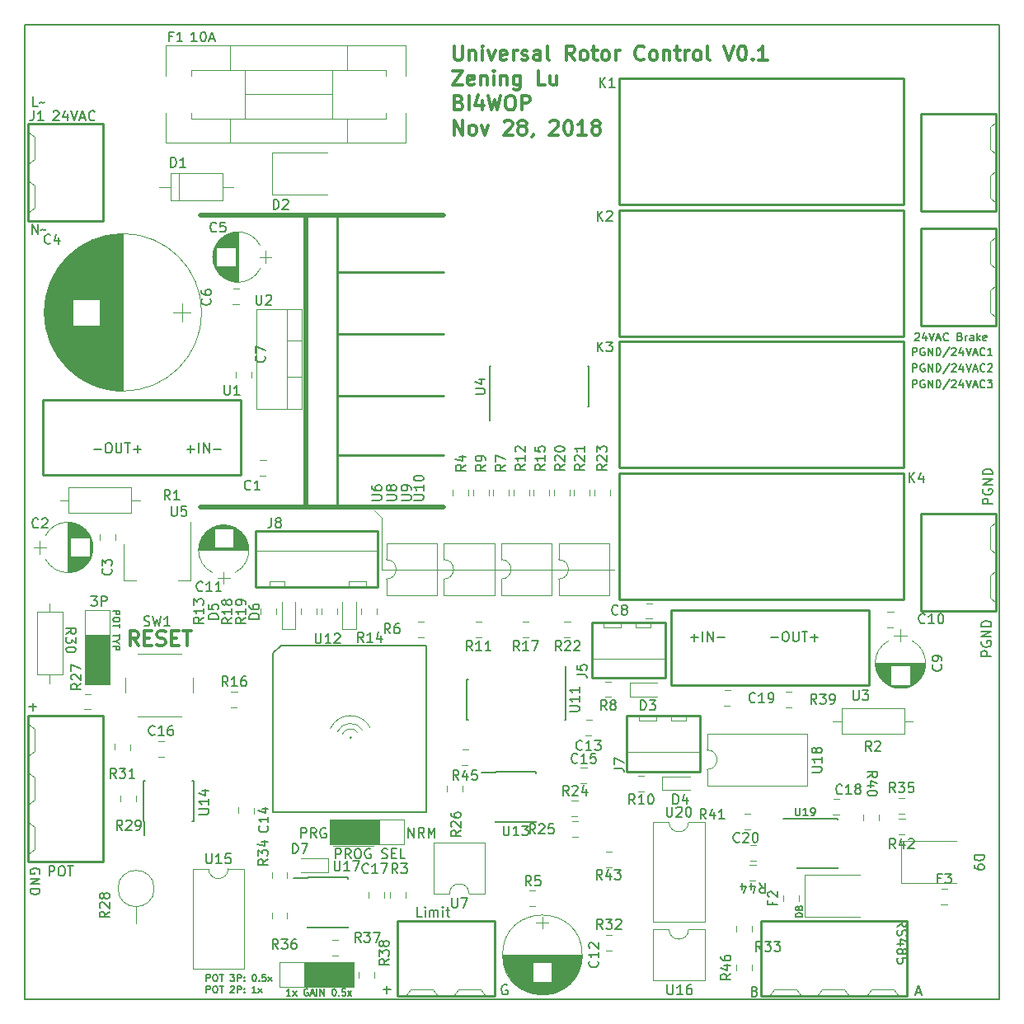
<source format=gbr>
%TF.GenerationSoftware,KiCad,Pcbnew,(6.0.0-rc1-dev-882-gdbc9130da)*%
%TF.CreationDate,2018-12-23T18:02:44+08:00*%
%TF.ProjectId,interface,696E746572666163652E6B696361645F,rev?*%
%TF.SameCoordinates,Original*%
%TF.FileFunction,Legend,Top*%
%TF.FilePolarity,Positive*%
%FSLAX46Y46*%
G04 Gerber Fmt 4.6, Leading zero omitted, Abs format (unit mm)*
G04 Created by KiCad (PCBNEW (6.0.0-rc1-dev-882-gdbc9130da)) date 2018/12/23 18:02:44*
%MOMM*%
%LPD*%
G01*
G04 APERTURE LIST*
%ADD10C,0.150000*%
%ADD11C,0.300000*%
%ADD12C,0.120000*%
%ADD13C,0.250000*%
%ADD14C,0.254000*%
%ADD15C,0.500000*%
%ADD16C,0.100000*%
G04 APERTURE END LIST*
D10*
X149486904Y-148598000D02*
X149391666Y-148550380D01*
X149248809Y-148550380D01*
X149105952Y-148598000D01*
X149010714Y-148693238D01*
X148963095Y-148788476D01*
X148915476Y-148978952D01*
X148915476Y-149121809D01*
X148963095Y-149312285D01*
X149010714Y-149407523D01*
X149105952Y-149502761D01*
X149248809Y-149550380D01*
X149344047Y-149550380D01*
X149486904Y-149502761D01*
X149534523Y-149455142D01*
X149534523Y-149121809D01*
X149344047Y-149121809D01*
X136779047Y-149042428D02*
X137540952Y-149042428D01*
X137160000Y-149423380D02*
X137160000Y-148661476D01*
X140739952Y-141549380D02*
X140263761Y-141549380D01*
X140263761Y-140549380D01*
X141073285Y-141549380D02*
X141073285Y-140882714D01*
X141073285Y-140549380D02*
X141025666Y-140597000D01*
X141073285Y-140644619D01*
X141120904Y-140597000D01*
X141073285Y-140549380D01*
X141073285Y-140644619D01*
X141549476Y-141549380D02*
X141549476Y-140882714D01*
X141549476Y-140977952D02*
X141597095Y-140930333D01*
X141692333Y-140882714D01*
X141835190Y-140882714D01*
X141930428Y-140930333D01*
X141978047Y-141025571D01*
X141978047Y-141549380D01*
X141978047Y-141025571D02*
X142025666Y-140930333D01*
X142120904Y-140882714D01*
X142263761Y-140882714D01*
X142359000Y-140930333D01*
X142406619Y-141025571D01*
X142406619Y-141549380D01*
X142882809Y-141549380D02*
X142882809Y-140882714D01*
X142882809Y-140549380D02*
X142835190Y-140597000D01*
X142882809Y-140644619D01*
X142930428Y-140597000D01*
X142882809Y-140549380D01*
X142882809Y-140644619D01*
X143216142Y-140882714D02*
X143597095Y-140882714D01*
X143359000Y-140549380D02*
X143359000Y-141406523D01*
X143406619Y-141501761D01*
X143501857Y-141549380D01*
X143597095Y-141549380D01*
X191122809Y-87229904D02*
X191122809Y-86429904D01*
X191427571Y-86429904D01*
X191503761Y-86468000D01*
X191541857Y-86506095D01*
X191579952Y-86582285D01*
X191579952Y-86696571D01*
X191541857Y-86772761D01*
X191503761Y-86810857D01*
X191427571Y-86848952D01*
X191122809Y-86848952D01*
X192341857Y-86468000D02*
X192265666Y-86429904D01*
X192151380Y-86429904D01*
X192037095Y-86468000D01*
X191960904Y-86544190D01*
X191922809Y-86620380D01*
X191884714Y-86772761D01*
X191884714Y-86887047D01*
X191922809Y-87039428D01*
X191960904Y-87115619D01*
X192037095Y-87191809D01*
X192151380Y-87229904D01*
X192227571Y-87229904D01*
X192341857Y-87191809D01*
X192379952Y-87153714D01*
X192379952Y-86887047D01*
X192227571Y-86887047D01*
X192722809Y-87229904D02*
X192722809Y-86429904D01*
X193179952Y-87229904D01*
X193179952Y-86429904D01*
X193560904Y-87229904D02*
X193560904Y-86429904D01*
X193751380Y-86429904D01*
X193865666Y-86468000D01*
X193941857Y-86544190D01*
X193979952Y-86620380D01*
X194018047Y-86772761D01*
X194018047Y-86887047D01*
X193979952Y-87039428D01*
X193941857Y-87115619D01*
X193865666Y-87191809D01*
X193751380Y-87229904D01*
X193560904Y-87229904D01*
X194932333Y-86391809D02*
X194246619Y-87420380D01*
X195160904Y-86506095D02*
X195199000Y-86468000D01*
X195275190Y-86429904D01*
X195465666Y-86429904D01*
X195541857Y-86468000D01*
X195579952Y-86506095D01*
X195618047Y-86582285D01*
X195618047Y-86658476D01*
X195579952Y-86772761D01*
X195122809Y-87229904D01*
X195618047Y-87229904D01*
X196303761Y-86696571D02*
X196303761Y-87229904D01*
X196113285Y-86391809D02*
X195922809Y-86963238D01*
X196418047Y-86963238D01*
X196608523Y-86429904D02*
X196875190Y-87229904D01*
X197141857Y-86429904D01*
X197370428Y-87001333D02*
X197751380Y-87001333D01*
X197294238Y-87229904D02*
X197560904Y-86429904D01*
X197827571Y-87229904D01*
X198551380Y-87153714D02*
X198513285Y-87191809D01*
X198399000Y-87229904D01*
X198322809Y-87229904D01*
X198208523Y-87191809D01*
X198132333Y-87115619D01*
X198094238Y-87039428D01*
X198056142Y-86887047D01*
X198056142Y-86772761D01*
X198094238Y-86620380D01*
X198132333Y-86544190D01*
X198208523Y-86468000D01*
X198322809Y-86429904D01*
X198399000Y-86429904D01*
X198513285Y-86468000D01*
X198551380Y-86506095D01*
X198818047Y-86429904D02*
X199313285Y-86429904D01*
X199046619Y-86734666D01*
X199160904Y-86734666D01*
X199237095Y-86772761D01*
X199275190Y-86810857D01*
X199313285Y-86887047D01*
X199313285Y-87077523D01*
X199275190Y-87153714D01*
X199237095Y-87191809D01*
X199160904Y-87229904D01*
X198932333Y-87229904D01*
X198856142Y-87191809D01*
X198818047Y-87153714D01*
X191122809Y-85578904D02*
X191122809Y-84778904D01*
X191427571Y-84778904D01*
X191503761Y-84817000D01*
X191541857Y-84855095D01*
X191579952Y-84931285D01*
X191579952Y-85045571D01*
X191541857Y-85121761D01*
X191503761Y-85159857D01*
X191427571Y-85197952D01*
X191122809Y-85197952D01*
X192341857Y-84817000D02*
X192265666Y-84778904D01*
X192151380Y-84778904D01*
X192037095Y-84817000D01*
X191960904Y-84893190D01*
X191922809Y-84969380D01*
X191884714Y-85121761D01*
X191884714Y-85236047D01*
X191922809Y-85388428D01*
X191960904Y-85464619D01*
X192037095Y-85540809D01*
X192151380Y-85578904D01*
X192227571Y-85578904D01*
X192341857Y-85540809D01*
X192379952Y-85502714D01*
X192379952Y-85236047D01*
X192227571Y-85236047D01*
X192722809Y-85578904D02*
X192722809Y-84778904D01*
X193179952Y-85578904D01*
X193179952Y-84778904D01*
X193560904Y-85578904D02*
X193560904Y-84778904D01*
X193751380Y-84778904D01*
X193865666Y-84817000D01*
X193941857Y-84893190D01*
X193979952Y-84969380D01*
X194018047Y-85121761D01*
X194018047Y-85236047D01*
X193979952Y-85388428D01*
X193941857Y-85464619D01*
X193865666Y-85540809D01*
X193751380Y-85578904D01*
X193560904Y-85578904D01*
X194932333Y-84740809D02*
X194246619Y-85769380D01*
X195160904Y-84855095D02*
X195199000Y-84817000D01*
X195275190Y-84778904D01*
X195465666Y-84778904D01*
X195541857Y-84817000D01*
X195579952Y-84855095D01*
X195618047Y-84931285D01*
X195618047Y-85007476D01*
X195579952Y-85121761D01*
X195122809Y-85578904D01*
X195618047Y-85578904D01*
X196303761Y-85045571D02*
X196303761Y-85578904D01*
X196113285Y-84740809D02*
X195922809Y-85312238D01*
X196418047Y-85312238D01*
X196608523Y-84778904D02*
X196875190Y-85578904D01*
X197141857Y-84778904D01*
X197370428Y-85350333D02*
X197751380Y-85350333D01*
X197294238Y-85578904D02*
X197560904Y-84778904D01*
X197827571Y-85578904D01*
X198551380Y-85502714D02*
X198513285Y-85540809D01*
X198399000Y-85578904D01*
X198322809Y-85578904D01*
X198208523Y-85540809D01*
X198132333Y-85464619D01*
X198094238Y-85388428D01*
X198056142Y-85236047D01*
X198056142Y-85121761D01*
X198094238Y-84969380D01*
X198132333Y-84893190D01*
X198208523Y-84817000D01*
X198322809Y-84778904D01*
X198399000Y-84778904D01*
X198513285Y-84817000D01*
X198551380Y-84855095D01*
X198856142Y-84855095D02*
X198894238Y-84817000D01*
X198970428Y-84778904D01*
X199160904Y-84778904D01*
X199237095Y-84817000D01*
X199275190Y-84855095D01*
X199313285Y-84931285D01*
X199313285Y-85007476D01*
X199275190Y-85121761D01*
X198818047Y-85578904D01*
X199313285Y-85578904D01*
X191122809Y-83927904D02*
X191122809Y-83127904D01*
X191427571Y-83127904D01*
X191503761Y-83166000D01*
X191541857Y-83204095D01*
X191579952Y-83280285D01*
X191579952Y-83394571D01*
X191541857Y-83470761D01*
X191503761Y-83508857D01*
X191427571Y-83546952D01*
X191122809Y-83546952D01*
X192341857Y-83166000D02*
X192265666Y-83127904D01*
X192151380Y-83127904D01*
X192037095Y-83166000D01*
X191960904Y-83242190D01*
X191922809Y-83318380D01*
X191884714Y-83470761D01*
X191884714Y-83585047D01*
X191922809Y-83737428D01*
X191960904Y-83813619D01*
X192037095Y-83889809D01*
X192151380Y-83927904D01*
X192227571Y-83927904D01*
X192341857Y-83889809D01*
X192379952Y-83851714D01*
X192379952Y-83585047D01*
X192227571Y-83585047D01*
X192722809Y-83927904D02*
X192722809Y-83127904D01*
X193179952Y-83927904D01*
X193179952Y-83127904D01*
X193560904Y-83927904D02*
X193560904Y-83127904D01*
X193751380Y-83127904D01*
X193865666Y-83166000D01*
X193941857Y-83242190D01*
X193979952Y-83318380D01*
X194018047Y-83470761D01*
X194018047Y-83585047D01*
X193979952Y-83737428D01*
X193941857Y-83813619D01*
X193865666Y-83889809D01*
X193751380Y-83927904D01*
X193560904Y-83927904D01*
X194932333Y-83089809D02*
X194246619Y-84118380D01*
X195160904Y-83204095D02*
X195199000Y-83166000D01*
X195275190Y-83127904D01*
X195465666Y-83127904D01*
X195541857Y-83166000D01*
X195579952Y-83204095D01*
X195618047Y-83280285D01*
X195618047Y-83356476D01*
X195579952Y-83470761D01*
X195122809Y-83927904D01*
X195618047Y-83927904D01*
X196303761Y-83394571D02*
X196303761Y-83927904D01*
X196113285Y-83089809D02*
X195922809Y-83661238D01*
X196418047Y-83661238D01*
X196608523Y-83127904D02*
X196875190Y-83927904D01*
X197141857Y-83127904D01*
X197370428Y-83699333D02*
X197751380Y-83699333D01*
X197294238Y-83927904D02*
X197560904Y-83127904D01*
X197827571Y-83927904D01*
X198551380Y-83851714D02*
X198513285Y-83889809D01*
X198399000Y-83927904D01*
X198322809Y-83927904D01*
X198208523Y-83889809D01*
X198132333Y-83813619D01*
X198094238Y-83737428D01*
X198056142Y-83585047D01*
X198056142Y-83470761D01*
X198094238Y-83318380D01*
X198132333Y-83242190D01*
X198208523Y-83166000D01*
X198322809Y-83127904D01*
X198399000Y-83127904D01*
X198513285Y-83166000D01*
X198551380Y-83204095D01*
X199313285Y-83927904D02*
X198856142Y-83927904D01*
X199084714Y-83927904D02*
X199084714Y-83127904D01*
X199008523Y-83242190D01*
X198932333Y-83318380D01*
X198856142Y-83356476D01*
X191395809Y-81680095D02*
X191433904Y-81642000D01*
X191510095Y-81603904D01*
X191700571Y-81603904D01*
X191776761Y-81642000D01*
X191814857Y-81680095D01*
X191852952Y-81756285D01*
X191852952Y-81832476D01*
X191814857Y-81946761D01*
X191357714Y-82403904D01*
X191852952Y-82403904D01*
X192538666Y-81870571D02*
X192538666Y-82403904D01*
X192348190Y-81565809D02*
X192157714Y-82137238D01*
X192652952Y-82137238D01*
X192843428Y-81603904D02*
X193110095Y-82403904D01*
X193376761Y-81603904D01*
X193605333Y-82175333D02*
X193986285Y-82175333D01*
X193529142Y-82403904D02*
X193795809Y-81603904D01*
X194062476Y-82403904D01*
X194786285Y-82327714D02*
X194748190Y-82365809D01*
X194633904Y-82403904D01*
X194557714Y-82403904D01*
X194443428Y-82365809D01*
X194367238Y-82289619D01*
X194329142Y-82213428D01*
X194291047Y-82061047D01*
X194291047Y-81946761D01*
X194329142Y-81794380D01*
X194367238Y-81718190D01*
X194443428Y-81642000D01*
X194557714Y-81603904D01*
X194633904Y-81603904D01*
X194748190Y-81642000D01*
X194786285Y-81680095D01*
X196005333Y-81984857D02*
X196119619Y-82022952D01*
X196157714Y-82061047D01*
X196195809Y-82137238D01*
X196195809Y-82251523D01*
X196157714Y-82327714D01*
X196119619Y-82365809D01*
X196043428Y-82403904D01*
X195738666Y-82403904D01*
X195738666Y-81603904D01*
X196005333Y-81603904D01*
X196081523Y-81642000D01*
X196119619Y-81680095D01*
X196157714Y-81756285D01*
X196157714Y-81832476D01*
X196119619Y-81908666D01*
X196081523Y-81946761D01*
X196005333Y-81984857D01*
X195738666Y-81984857D01*
X196538666Y-82403904D02*
X196538666Y-81870571D01*
X196538666Y-82022952D02*
X196576761Y-81946761D01*
X196614857Y-81908666D01*
X196691047Y-81870571D01*
X196767238Y-81870571D01*
X197376761Y-82403904D02*
X197376761Y-81984857D01*
X197338666Y-81908666D01*
X197262476Y-81870571D01*
X197110095Y-81870571D01*
X197033904Y-81908666D01*
X197376761Y-82365809D02*
X197300571Y-82403904D01*
X197110095Y-82403904D01*
X197033904Y-82365809D01*
X196995809Y-82289619D01*
X196995809Y-82213428D01*
X197033904Y-82137238D01*
X197110095Y-82099142D01*
X197300571Y-82099142D01*
X197376761Y-82061047D01*
X197757714Y-82403904D02*
X197757714Y-81603904D01*
X197833904Y-82099142D02*
X198062476Y-82403904D01*
X198062476Y-81870571D02*
X197757714Y-82175333D01*
X198710095Y-82365809D02*
X198633904Y-82403904D01*
X198481523Y-82403904D01*
X198405333Y-82365809D01*
X198367238Y-82289619D01*
X198367238Y-81984857D01*
X198405333Y-81908666D01*
X198481523Y-81870571D01*
X198633904Y-81870571D01*
X198710095Y-81908666D01*
X198748190Y-81984857D01*
X198748190Y-82061047D01*
X198367238Y-82137238D01*
X199207380Y-114815714D02*
X198207380Y-114815714D01*
X198207380Y-114434761D01*
X198255000Y-114339523D01*
X198302619Y-114291904D01*
X198397857Y-114244285D01*
X198540714Y-114244285D01*
X198635952Y-114291904D01*
X198683571Y-114339523D01*
X198731190Y-114434761D01*
X198731190Y-114815714D01*
X198255000Y-113291904D02*
X198207380Y-113387142D01*
X198207380Y-113530000D01*
X198255000Y-113672857D01*
X198350238Y-113768095D01*
X198445476Y-113815714D01*
X198635952Y-113863333D01*
X198778809Y-113863333D01*
X198969285Y-113815714D01*
X199064523Y-113768095D01*
X199159761Y-113672857D01*
X199207380Y-113530000D01*
X199207380Y-113434761D01*
X199159761Y-113291904D01*
X199112142Y-113244285D01*
X198778809Y-113244285D01*
X198778809Y-113434761D01*
X199207380Y-112815714D02*
X198207380Y-112815714D01*
X199207380Y-112244285D01*
X198207380Y-112244285D01*
X199207380Y-111768095D02*
X198207380Y-111768095D01*
X198207380Y-111530000D01*
X198255000Y-111387142D01*
X198350238Y-111291904D01*
X198445476Y-111244285D01*
X198635952Y-111196666D01*
X198778809Y-111196666D01*
X198969285Y-111244285D01*
X199064523Y-111291904D01*
X199159761Y-111387142D01*
X199207380Y-111530000D01*
X199207380Y-111768095D01*
X199334380Y-99194714D02*
X198334380Y-99194714D01*
X198334380Y-98813761D01*
X198382000Y-98718523D01*
X198429619Y-98670904D01*
X198524857Y-98623285D01*
X198667714Y-98623285D01*
X198762952Y-98670904D01*
X198810571Y-98718523D01*
X198858190Y-98813761D01*
X198858190Y-99194714D01*
X198382000Y-97670904D02*
X198334380Y-97766142D01*
X198334380Y-97909000D01*
X198382000Y-98051857D01*
X198477238Y-98147095D01*
X198572476Y-98194714D01*
X198762952Y-98242333D01*
X198905809Y-98242333D01*
X199096285Y-98194714D01*
X199191523Y-98147095D01*
X199286761Y-98051857D01*
X199334380Y-97909000D01*
X199334380Y-97813761D01*
X199286761Y-97670904D01*
X199239142Y-97623285D01*
X198905809Y-97623285D01*
X198905809Y-97813761D01*
X199334380Y-97194714D02*
X198334380Y-97194714D01*
X199334380Y-96623285D01*
X198334380Y-96623285D01*
X199334380Y-96147095D02*
X198334380Y-96147095D01*
X198334380Y-95909000D01*
X198382000Y-95766142D01*
X198477238Y-95670904D01*
X198572476Y-95623285D01*
X198762952Y-95575666D01*
X198905809Y-95575666D01*
X199096285Y-95623285D01*
X199191523Y-95670904D01*
X199286761Y-95766142D01*
X199334380Y-95909000D01*
X199334380Y-96147095D01*
X174930108Y-149224691D02*
X175072965Y-149272310D01*
X175120584Y-149319929D01*
X175168203Y-149415167D01*
X175168203Y-149558024D01*
X175120584Y-149653262D01*
X175072965Y-149700881D01*
X174977727Y-149748500D01*
X174596775Y-149748500D01*
X174596775Y-148748500D01*
X174930108Y-148748500D01*
X175025346Y-148796120D01*
X175072965Y-148843739D01*
X175120584Y-148938977D01*
X175120584Y-149034215D01*
X175072965Y-149129453D01*
X175025346Y-149177072D01*
X174930108Y-149224691D01*
X174596775Y-149224691D01*
X191511584Y-149335786D02*
X191987775Y-149335786D01*
X191416346Y-149621500D02*
X191749680Y-148621500D01*
X192083013Y-149621500D01*
X189539619Y-142549761D02*
X190015809Y-142216428D01*
X189539619Y-141978333D02*
X190539619Y-141978333D01*
X190539619Y-142359285D01*
X190492000Y-142454523D01*
X190444380Y-142502142D01*
X190349142Y-142549761D01*
X190206285Y-142549761D01*
X190111047Y-142502142D01*
X190063428Y-142454523D01*
X190015809Y-142359285D01*
X190015809Y-141978333D01*
X189587238Y-142930714D02*
X189539619Y-143073571D01*
X189539619Y-143311666D01*
X189587238Y-143406904D01*
X189634857Y-143454523D01*
X189730095Y-143502142D01*
X189825333Y-143502142D01*
X189920571Y-143454523D01*
X189968190Y-143406904D01*
X190015809Y-143311666D01*
X190063428Y-143121190D01*
X190111047Y-143025952D01*
X190158666Y-142978333D01*
X190253904Y-142930714D01*
X190349142Y-142930714D01*
X190444380Y-142978333D01*
X190492000Y-143025952D01*
X190539619Y-143121190D01*
X190539619Y-143359285D01*
X190492000Y-143502142D01*
X190206285Y-144359285D02*
X189539619Y-144359285D01*
X190587238Y-144121190D02*
X189872952Y-143883095D01*
X189872952Y-144502142D01*
X190111047Y-145025952D02*
X190158666Y-144930714D01*
X190206285Y-144883095D01*
X190301523Y-144835476D01*
X190349142Y-144835476D01*
X190444380Y-144883095D01*
X190492000Y-144930714D01*
X190539619Y-145025952D01*
X190539619Y-145216428D01*
X190492000Y-145311666D01*
X190444380Y-145359285D01*
X190349142Y-145406904D01*
X190301523Y-145406904D01*
X190206285Y-145359285D01*
X190158666Y-145311666D01*
X190111047Y-145216428D01*
X190111047Y-145025952D01*
X190063428Y-144930714D01*
X190015809Y-144883095D01*
X189920571Y-144835476D01*
X189730095Y-144835476D01*
X189634857Y-144883095D01*
X189587238Y-144930714D01*
X189539619Y-145025952D01*
X189539619Y-145216428D01*
X189587238Y-145311666D01*
X189634857Y-145359285D01*
X189730095Y-145406904D01*
X189920571Y-145406904D01*
X190015809Y-145359285D01*
X190063428Y-145311666D01*
X190111047Y-145216428D01*
X190539619Y-146311666D02*
X190539619Y-145835476D01*
X190063428Y-145787857D01*
X190111047Y-145835476D01*
X190158666Y-145930714D01*
X190158666Y-146168809D01*
X190111047Y-146264047D01*
X190063428Y-146311666D01*
X189968190Y-146359285D01*
X189730095Y-146359285D01*
X189634857Y-146311666D01*
X189587238Y-146264047D01*
X189539619Y-146168809D01*
X189539619Y-145930714D01*
X189587238Y-145835476D01*
X189634857Y-145787857D01*
X100766571Y-119634047D02*
X100766571Y-120395952D01*
X100385619Y-120015000D02*
X101147523Y-120015000D01*
X101465000Y-137160095D02*
X101512619Y-137064857D01*
X101512619Y-136922000D01*
X101465000Y-136779142D01*
X101369761Y-136683904D01*
X101274523Y-136636285D01*
X101084047Y-136588666D01*
X100941190Y-136588666D01*
X100750714Y-136636285D01*
X100655476Y-136683904D01*
X100560238Y-136779142D01*
X100512619Y-136922000D01*
X100512619Y-137017238D01*
X100560238Y-137160095D01*
X100607857Y-137207714D01*
X100941190Y-137207714D01*
X100941190Y-137017238D01*
X100512619Y-137636285D02*
X101512619Y-137636285D01*
X100512619Y-138207714D01*
X101512619Y-138207714D01*
X100512619Y-138683904D02*
X101512619Y-138683904D01*
X101512619Y-138922000D01*
X101465000Y-139064857D01*
X101369761Y-139160095D01*
X101274523Y-139207714D01*
X101084047Y-139255333D01*
X100941190Y-139255333D01*
X100750714Y-139207714D01*
X100655476Y-139160095D01*
X100560238Y-139064857D01*
X100512619Y-138922000D01*
X100512619Y-138683904D01*
X102465333Y-137358380D02*
X102465333Y-136358380D01*
X102846285Y-136358380D01*
X102941523Y-136406000D01*
X102989142Y-136453619D01*
X103036761Y-136548857D01*
X103036761Y-136691714D01*
X102989142Y-136786952D01*
X102941523Y-136834571D01*
X102846285Y-136882190D01*
X102465333Y-136882190D01*
X103655809Y-136358380D02*
X103846285Y-136358380D01*
X103941523Y-136406000D01*
X104036761Y-136501238D01*
X104084380Y-136691714D01*
X104084380Y-137025047D01*
X104036761Y-137215523D01*
X103941523Y-137310761D01*
X103846285Y-137358380D01*
X103655809Y-137358380D01*
X103560571Y-137310761D01*
X103465333Y-137215523D01*
X103417714Y-137025047D01*
X103417714Y-136691714D01*
X103465333Y-136501238D01*
X103560571Y-136406000D01*
X103655809Y-136358380D01*
X104370095Y-136358380D02*
X104941523Y-136358380D01*
X104655809Y-137358380D02*
X104655809Y-136358380D01*
X100703142Y-71445380D02*
X100703142Y-70445380D01*
X101274571Y-71445380D01*
X101274571Y-70445380D01*
X101607904Y-71064428D02*
X101655523Y-71016809D01*
X101750761Y-70969190D01*
X101941238Y-71064428D01*
X102036476Y-71016809D01*
X102084095Y-70969190D01*
X101298380Y-58364380D02*
X100822190Y-58364380D01*
X100822190Y-57364380D01*
X101488857Y-57983428D02*
X101536476Y-57935809D01*
X101631714Y-57888190D01*
X101822190Y-57983428D01*
X101917428Y-57935809D01*
X101965047Y-57888190D01*
D11*
X144062142Y-52122571D02*
X144062142Y-53336857D01*
X144133571Y-53479714D01*
X144205000Y-53551142D01*
X144347857Y-53622571D01*
X144633571Y-53622571D01*
X144776428Y-53551142D01*
X144847857Y-53479714D01*
X144919285Y-53336857D01*
X144919285Y-52122571D01*
X145633571Y-52622571D02*
X145633571Y-53622571D01*
X145633571Y-52765428D02*
X145705000Y-52694000D01*
X145847857Y-52622571D01*
X146062142Y-52622571D01*
X146205000Y-52694000D01*
X146276428Y-52836857D01*
X146276428Y-53622571D01*
X146990714Y-53622571D02*
X146990714Y-52622571D01*
X146990714Y-52122571D02*
X146919285Y-52194000D01*
X146990714Y-52265428D01*
X147062142Y-52194000D01*
X146990714Y-52122571D01*
X146990714Y-52265428D01*
X147562142Y-52622571D02*
X147919285Y-53622571D01*
X148276428Y-52622571D01*
X149419285Y-53551142D02*
X149276428Y-53622571D01*
X148990714Y-53622571D01*
X148847857Y-53551142D01*
X148776428Y-53408285D01*
X148776428Y-52836857D01*
X148847857Y-52694000D01*
X148990714Y-52622571D01*
X149276428Y-52622571D01*
X149419285Y-52694000D01*
X149490714Y-52836857D01*
X149490714Y-52979714D01*
X148776428Y-53122571D01*
X150133571Y-53622571D02*
X150133571Y-52622571D01*
X150133571Y-52908285D02*
X150205000Y-52765428D01*
X150276428Y-52694000D01*
X150419285Y-52622571D01*
X150562142Y-52622571D01*
X150990714Y-53551142D02*
X151133571Y-53622571D01*
X151419285Y-53622571D01*
X151562142Y-53551142D01*
X151633571Y-53408285D01*
X151633571Y-53336857D01*
X151562142Y-53194000D01*
X151419285Y-53122571D01*
X151205000Y-53122571D01*
X151062142Y-53051142D01*
X150990714Y-52908285D01*
X150990714Y-52836857D01*
X151062142Y-52694000D01*
X151205000Y-52622571D01*
X151419285Y-52622571D01*
X151562142Y-52694000D01*
X152919285Y-53622571D02*
X152919285Y-52836857D01*
X152847857Y-52694000D01*
X152705000Y-52622571D01*
X152419285Y-52622571D01*
X152276428Y-52694000D01*
X152919285Y-53551142D02*
X152776428Y-53622571D01*
X152419285Y-53622571D01*
X152276428Y-53551142D01*
X152205000Y-53408285D01*
X152205000Y-53265428D01*
X152276428Y-53122571D01*
X152419285Y-53051142D01*
X152776428Y-53051142D01*
X152919285Y-52979714D01*
X153847857Y-53622571D02*
X153705000Y-53551142D01*
X153633571Y-53408285D01*
X153633571Y-52122571D01*
X156419285Y-53622571D02*
X155919285Y-52908285D01*
X155562142Y-53622571D02*
X155562142Y-52122571D01*
X156133571Y-52122571D01*
X156276428Y-52194000D01*
X156347857Y-52265428D01*
X156419285Y-52408285D01*
X156419285Y-52622571D01*
X156347857Y-52765428D01*
X156276428Y-52836857D01*
X156133571Y-52908285D01*
X155562142Y-52908285D01*
X157276428Y-53622571D02*
X157133571Y-53551142D01*
X157062142Y-53479714D01*
X156990714Y-53336857D01*
X156990714Y-52908285D01*
X157062142Y-52765428D01*
X157133571Y-52694000D01*
X157276428Y-52622571D01*
X157490714Y-52622571D01*
X157633571Y-52694000D01*
X157705000Y-52765428D01*
X157776428Y-52908285D01*
X157776428Y-53336857D01*
X157705000Y-53479714D01*
X157633571Y-53551142D01*
X157490714Y-53622571D01*
X157276428Y-53622571D01*
X158205000Y-52622571D02*
X158776428Y-52622571D01*
X158419285Y-52122571D02*
X158419285Y-53408285D01*
X158490714Y-53551142D01*
X158633571Y-53622571D01*
X158776428Y-53622571D01*
X159490714Y-53622571D02*
X159347857Y-53551142D01*
X159276428Y-53479714D01*
X159205000Y-53336857D01*
X159205000Y-52908285D01*
X159276428Y-52765428D01*
X159347857Y-52694000D01*
X159490714Y-52622571D01*
X159705000Y-52622571D01*
X159847857Y-52694000D01*
X159919285Y-52765428D01*
X159990714Y-52908285D01*
X159990714Y-53336857D01*
X159919285Y-53479714D01*
X159847857Y-53551142D01*
X159705000Y-53622571D01*
X159490714Y-53622571D01*
X160633571Y-53622571D02*
X160633571Y-52622571D01*
X160633571Y-52908285D02*
X160705000Y-52765428D01*
X160776428Y-52694000D01*
X160919285Y-52622571D01*
X161062142Y-52622571D01*
X163562142Y-53479714D02*
X163490714Y-53551142D01*
X163276428Y-53622571D01*
X163133571Y-53622571D01*
X162919285Y-53551142D01*
X162776428Y-53408285D01*
X162705000Y-53265428D01*
X162633571Y-52979714D01*
X162633571Y-52765428D01*
X162705000Y-52479714D01*
X162776428Y-52336857D01*
X162919285Y-52194000D01*
X163133571Y-52122571D01*
X163276428Y-52122571D01*
X163490714Y-52194000D01*
X163562142Y-52265428D01*
X164419285Y-53622571D02*
X164276428Y-53551142D01*
X164205000Y-53479714D01*
X164133571Y-53336857D01*
X164133571Y-52908285D01*
X164205000Y-52765428D01*
X164276428Y-52694000D01*
X164419285Y-52622571D01*
X164633571Y-52622571D01*
X164776428Y-52694000D01*
X164847857Y-52765428D01*
X164919285Y-52908285D01*
X164919285Y-53336857D01*
X164847857Y-53479714D01*
X164776428Y-53551142D01*
X164633571Y-53622571D01*
X164419285Y-53622571D01*
X165562142Y-52622571D02*
X165562142Y-53622571D01*
X165562142Y-52765428D02*
X165633571Y-52694000D01*
X165776428Y-52622571D01*
X165990714Y-52622571D01*
X166133571Y-52694000D01*
X166205000Y-52836857D01*
X166205000Y-53622571D01*
X166705000Y-52622571D02*
X167276428Y-52622571D01*
X166919285Y-52122571D02*
X166919285Y-53408285D01*
X166990714Y-53551142D01*
X167133571Y-53622571D01*
X167276428Y-53622571D01*
X167776428Y-53622571D02*
X167776428Y-52622571D01*
X167776428Y-52908285D02*
X167847857Y-52765428D01*
X167919285Y-52694000D01*
X168062142Y-52622571D01*
X168205000Y-52622571D01*
X168919285Y-53622571D02*
X168776428Y-53551142D01*
X168705000Y-53479714D01*
X168633571Y-53336857D01*
X168633571Y-52908285D01*
X168705000Y-52765428D01*
X168776428Y-52694000D01*
X168919285Y-52622571D01*
X169133571Y-52622571D01*
X169276428Y-52694000D01*
X169347857Y-52765428D01*
X169419285Y-52908285D01*
X169419285Y-53336857D01*
X169347857Y-53479714D01*
X169276428Y-53551142D01*
X169133571Y-53622571D01*
X168919285Y-53622571D01*
X170276428Y-53622571D02*
X170133571Y-53551142D01*
X170062142Y-53408285D01*
X170062142Y-52122571D01*
X171776428Y-52122571D02*
X172276428Y-53622571D01*
X172776428Y-52122571D01*
X173562142Y-52122571D02*
X173705000Y-52122571D01*
X173847857Y-52194000D01*
X173919285Y-52265428D01*
X173990714Y-52408285D01*
X174062142Y-52694000D01*
X174062142Y-53051142D01*
X173990714Y-53336857D01*
X173919285Y-53479714D01*
X173847857Y-53551142D01*
X173705000Y-53622571D01*
X173562142Y-53622571D01*
X173419285Y-53551142D01*
X173347857Y-53479714D01*
X173276428Y-53336857D01*
X173205000Y-53051142D01*
X173205000Y-52694000D01*
X173276428Y-52408285D01*
X173347857Y-52265428D01*
X173419285Y-52194000D01*
X173562142Y-52122571D01*
X174705000Y-53479714D02*
X174776428Y-53551142D01*
X174705000Y-53622571D01*
X174633571Y-53551142D01*
X174705000Y-53479714D01*
X174705000Y-53622571D01*
X176205000Y-53622571D02*
X175347857Y-53622571D01*
X175776428Y-53622571D02*
X175776428Y-52122571D01*
X175633571Y-52336857D01*
X175490714Y-52479714D01*
X175347857Y-52551142D01*
X143919285Y-54672571D02*
X144919285Y-54672571D01*
X143919285Y-56172571D01*
X144919285Y-56172571D01*
X146062142Y-56101142D02*
X145919285Y-56172571D01*
X145633571Y-56172571D01*
X145490714Y-56101142D01*
X145419285Y-55958285D01*
X145419285Y-55386857D01*
X145490714Y-55244000D01*
X145633571Y-55172571D01*
X145919285Y-55172571D01*
X146062142Y-55244000D01*
X146133571Y-55386857D01*
X146133571Y-55529714D01*
X145419285Y-55672571D01*
X146776428Y-55172571D02*
X146776428Y-56172571D01*
X146776428Y-55315428D02*
X146847857Y-55244000D01*
X146990714Y-55172571D01*
X147205000Y-55172571D01*
X147347857Y-55244000D01*
X147419285Y-55386857D01*
X147419285Y-56172571D01*
X148133571Y-56172571D02*
X148133571Y-55172571D01*
X148133571Y-54672571D02*
X148062142Y-54744000D01*
X148133571Y-54815428D01*
X148205000Y-54744000D01*
X148133571Y-54672571D01*
X148133571Y-54815428D01*
X148847857Y-55172571D02*
X148847857Y-56172571D01*
X148847857Y-55315428D02*
X148919285Y-55244000D01*
X149062142Y-55172571D01*
X149276428Y-55172571D01*
X149419285Y-55244000D01*
X149490714Y-55386857D01*
X149490714Y-56172571D01*
X150847857Y-55172571D02*
X150847857Y-56386857D01*
X150776428Y-56529714D01*
X150705000Y-56601142D01*
X150562142Y-56672571D01*
X150347857Y-56672571D01*
X150205000Y-56601142D01*
X150847857Y-56101142D02*
X150705000Y-56172571D01*
X150419285Y-56172571D01*
X150276428Y-56101142D01*
X150205000Y-56029714D01*
X150133571Y-55886857D01*
X150133571Y-55458285D01*
X150205000Y-55315428D01*
X150276428Y-55244000D01*
X150419285Y-55172571D01*
X150705000Y-55172571D01*
X150847857Y-55244000D01*
X153419285Y-56172571D02*
X152705000Y-56172571D01*
X152705000Y-54672571D01*
X154562142Y-55172571D02*
X154562142Y-56172571D01*
X153919285Y-55172571D02*
X153919285Y-55958285D01*
X153990714Y-56101142D01*
X154133571Y-56172571D01*
X154347857Y-56172571D01*
X154490714Y-56101142D01*
X154562142Y-56029714D01*
X144562142Y-57936857D02*
X144776428Y-58008285D01*
X144847857Y-58079714D01*
X144919285Y-58222571D01*
X144919285Y-58436857D01*
X144847857Y-58579714D01*
X144776428Y-58651142D01*
X144633571Y-58722571D01*
X144062142Y-58722571D01*
X144062142Y-57222571D01*
X144562142Y-57222571D01*
X144705000Y-57294000D01*
X144776428Y-57365428D01*
X144847857Y-57508285D01*
X144847857Y-57651142D01*
X144776428Y-57794000D01*
X144705000Y-57865428D01*
X144562142Y-57936857D01*
X144062142Y-57936857D01*
X145562142Y-58722571D02*
X145562142Y-57222571D01*
X146919285Y-57722571D02*
X146919285Y-58722571D01*
X146562142Y-57151142D02*
X146205000Y-58222571D01*
X147133571Y-58222571D01*
X147562142Y-57222571D02*
X147919285Y-58722571D01*
X148205000Y-57651142D01*
X148490714Y-58722571D01*
X148847857Y-57222571D01*
X149705000Y-57222571D02*
X149990714Y-57222571D01*
X150133571Y-57294000D01*
X150276428Y-57436857D01*
X150347857Y-57722571D01*
X150347857Y-58222571D01*
X150276428Y-58508285D01*
X150133571Y-58651142D01*
X149990714Y-58722571D01*
X149705000Y-58722571D01*
X149562142Y-58651142D01*
X149419285Y-58508285D01*
X149347857Y-58222571D01*
X149347857Y-57722571D01*
X149419285Y-57436857D01*
X149562142Y-57294000D01*
X149705000Y-57222571D01*
X150990714Y-58722571D02*
X150990714Y-57222571D01*
X151562142Y-57222571D01*
X151705000Y-57294000D01*
X151776428Y-57365428D01*
X151847857Y-57508285D01*
X151847857Y-57722571D01*
X151776428Y-57865428D01*
X151705000Y-57936857D01*
X151562142Y-58008285D01*
X150990714Y-58008285D01*
X144062142Y-61272571D02*
X144062142Y-59772571D01*
X144919285Y-61272571D01*
X144919285Y-59772571D01*
X145847857Y-61272571D02*
X145705000Y-61201142D01*
X145633571Y-61129714D01*
X145562142Y-60986857D01*
X145562142Y-60558285D01*
X145633571Y-60415428D01*
X145705000Y-60344000D01*
X145847857Y-60272571D01*
X146062142Y-60272571D01*
X146205000Y-60344000D01*
X146276428Y-60415428D01*
X146347857Y-60558285D01*
X146347857Y-60986857D01*
X146276428Y-61129714D01*
X146205000Y-61201142D01*
X146062142Y-61272571D01*
X145847857Y-61272571D01*
X146847857Y-60272571D02*
X147205000Y-61272571D01*
X147562142Y-60272571D01*
X149205000Y-59915428D02*
X149276428Y-59844000D01*
X149419285Y-59772571D01*
X149776428Y-59772571D01*
X149919285Y-59844000D01*
X149990714Y-59915428D01*
X150062142Y-60058285D01*
X150062142Y-60201142D01*
X149990714Y-60415428D01*
X149133571Y-61272571D01*
X150062142Y-61272571D01*
X150919285Y-60415428D02*
X150776428Y-60344000D01*
X150705000Y-60272571D01*
X150633571Y-60129714D01*
X150633571Y-60058285D01*
X150705000Y-59915428D01*
X150776428Y-59844000D01*
X150919285Y-59772571D01*
X151205000Y-59772571D01*
X151347857Y-59844000D01*
X151419285Y-59915428D01*
X151490714Y-60058285D01*
X151490714Y-60129714D01*
X151419285Y-60272571D01*
X151347857Y-60344000D01*
X151205000Y-60415428D01*
X150919285Y-60415428D01*
X150776428Y-60486857D01*
X150705000Y-60558285D01*
X150633571Y-60701142D01*
X150633571Y-60986857D01*
X150705000Y-61129714D01*
X150776428Y-61201142D01*
X150919285Y-61272571D01*
X151205000Y-61272571D01*
X151347857Y-61201142D01*
X151419285Y-61129714D01*
X151490714Y-60986857D01*
X151490714Y-60701142D01*
X151419285Y-60558285D01*
X151347857Y-60486857D01*
X151205000Y-60415428D01*
X152205000Y-61201142D02*
X152205000Y-61272571D01*
X152133571Y-61415428D01*
X152062142Y-61486857D01*
X153919285Y-59915428D02*
X153990714Y-59844000D01*
X154133571Y-59772571D01*
X154490714Y-59772571D01*
X154633571Y-59844000D01*
X154705000Y-59915428D01*
X154776428Y-60058285D01*
X154776428Y-60201142D01*
X154705000Y-60415428D01*
X153847857Y-61272571D01*
X154776428Y-61272571D01*
X155705000Y-59772571D02*
X155847857Y-59772571D01*
X155990714Y-59844000D01*
X156062142Y-59915428D01*
X156133571Y-60058285D01*
X156205000Y-60344000D01*
X156205000Y-60701142D01*
X156133571Y-60986857D01*
X156062142Y-61129714D01*
X155990714Y-61201142D01*
X155847857Y-61272571D01*
X155705000Y-61272571D01*
X155562142Y-61201142D01*
X155490714Y-61129714D01*
X155419285Y-60986857D01*
X155347857Y-60701142D01*
X155347857Y-60344000D01*
X155419285Y-60058285D01*
X155490714Y-59915428D01*
X155562142Y-59844000D01*
X155705000Y-59772571D01*
X157633571Y-61272571D02*
X156776428Y-61272571D01*
X157205000Y-61272571D02*
X157205000Y-59772571D01*
X157062142Y-59986857D01*
X156919285Y-60129714D01*
X156776428Y-60201142D01*
X158490714Y-60415428D02*
X158347857Y-60344000D01*
X158276428Y-60272571D01*
X158205000Y-60129714D01*
X158205000Y-60058285D01*
X158276428Y-59915428D01*
X158347857Y-59844000D01*
X158490714Y-59772571D01*
X158776428Y-59772571D01*
X158919285Y-59844000D01*
X158990714Y-59915428D01*
X159062142Y-60058285D01*
X159062142Y-60129714D01*
X158990714Y-60272571D01*
X158919285Y-60344000D01*
X158776428Y-60415428D01*
X158490714Y-60415428D01*
X158347857Y-60486857D01*
X158276428Y-60558285D01*
X158205000Y-60701142D01*
X158205000Y-60986857D01*
X158276428Y-61129714D01*
X158347857Y-61201142D01*
X158490714Y-61272571D01*
X158776428Y-61272571D01*
X158919285Y-61201142D01*
X158990714Y-61129714D01*
X159062142Y-60986857D01*
X159062142Y-60701142D01*
X158990714Y-60558285D01*
X158919285Y-60486857D01*
X158776428Y-60415428D01*
D10*
X118628166Y-148179666D02*
X118628166Y-147479666D01*
X118894833Y-147479666D01*
X118961500Y-147513000D01*
X118994833Y-147546333D01*
X119028166Y-147613000D01*
X119028166Y-147713000D01*
X118994833Y-147779666D01*
X118961500Y-147813000D01*
X118894833Y-147846333D01*
X118628166Y-147846333D01*
X119461500Y-147479666D02*
X119594833Y-147479666D01*
X119661500Y-147513000D01*
X119728166Y-147579666D01*
X119761500Y-147713000D01*
X119761500Y-147946333D01*
X119728166Y-148079666D01*
X119661500Y-148146333D01*
X119594833Y-148179666D01*
X119461500Y-148179666D01*
X119394833Y-148146333D01*
X119328166Y-148079666D01*
X119294833Y-147946333D01*
X119294833Y-147713000D01*
X119328166Y-147579666D01*
X119394833Y-147513000D01*
X119461500Y-147479666D01*
X119961500Y-147479666D02*
X120361500Y-147479666D01*
X120161500Y-148179666D02*
X120161500Y-147479666D01*
X121061500Y-147479666D02*
X121494833Y-147479666D01*
X121261500Y-147746333D01*
X121361500Y-147746333D01*
X121428166Y-147779666D01*
X121461500Y-147813000D01*
X121494833Y-147879666D01*
X121494833Y-148046333D01*
X121461500Y-148113000D01*
X121428166Y-148146333D01*
X121361500Y-148179666D01*
X121161500Y-148179666D01*
X121094833Y-148146333D01*
X121061500Y-148113000D01*
X121794833Y-148179666D02*
X121794833Y-147479666D01*
X122061500Y-147479666D01*
X122128166Y-147513000D01*
X122161500Y-147546333D01*
X122194833Y-147613000D01*
X122194833Y-147713000D01*
X122161500Y-147779666D01*
X122128166Y-147813000D01*
X122061500Y-147846333D01*
X121794833Y-147846333D01*
X122494833Y-148113000D02*
X122528166Y-148146333D01*
X122494833Y-148179666D01*
X122461500Y-148146333D01*
X122494833Y-148113000D01*
X122494833Y-148179666D01*
X122494833Y-147746333D02*
X122528166Y-147779666D01*
X122494833Y-147813000D01*
X122461500Y-147779666D01*
X122494833Y-147746333D01*
X122494833Y-147813000D01*
X123494833Y-147479666D02*
X123561500Y-147479666D01*
X123628166Y-147513000D01*
X123661500Y-147546333D01*
X123694833Y-147613000D01*
X123728166Y-147746333D01*
X123728166Y-147913000D01*
X123694833Y-148046333D01*
X123661500Y-148113000D01*
X123628166Y-148146333D01*
X123561500Y-148179666D01*
X123494833Y-148179666D01*
X123428166Y-148146333D01*
X123394833Y-148113000D01*
X123361500Y-148046333D01*
X123328166Y-147913000D01*
X123328166Y-147746333D01*
X123361500Y-147613000D01*
X123394833Y-147546333D01*
X123428166Y-147513000D01*
X123494833Y-147479666D01*
X124028166Y-148113000D02*
X124061500Y-148146333D01*
X124028166Y-148179666D01*
X123994833Y-148146333D01*
X124028166Y-148113000D01*
X124028166Y-148179666D01*
X124694833Y-147479666D02*
X124361500Y-147479666D01*
X124328166Y-147813000D01*
X124361500Y-147779666D01*
X124428166Y-147746333D01*
X124594833Y-147746333D01*
X124661500Y-147779666D01*
X124694833Y-147813000D01*
X124728166Y-147879666D01*
X124728166Y-148046333D01*
X124694833Y-148113000D01*
X124661500Y-148146333D01*
X124594833Y-148179666D01*
X124428166Y-148179666D01*
X124361500Y-148146333D01*
X124328166Y-148113000D01*
X124961500Y-148179666D02*
X125328166Y-147713000D01*
X124961500Y-147713000D02*
X125328166Y-148179666D01*
X118628166Y-149379666D02*
X118628166Y-148679666D01*
X118894833Y-148679666D01*
X118961500Y-148713000D01*
X118994833Y-148746333D01*
X119028166Y-148813000D01*
X119028166Y-148913000D01*
X118994833Y-148979666D01*
X118961500Y-149013000D01*
X118894833Y-149046333D01*
X118628166Y-149046333D01*
X119461500Y-148679666D02*
X119594833Y-148679666D01*
X119661500Y-148713000D01*
X119728166Y-148779666D01*
X119761500Y-148913000D01*
X119761500Y-149146333D01*
X119728166Y-149279666D01*
X119661500Y-149346333D01*
X119594833Y-149379666D01*
X119461500Y-149379666D01*
X119394833Y-149346333D01*
X119328166Y-149279666D01*
X119294833Y-149146333D01*
X119294833Y-148913000D01*
X119328166Y-148779666D01*
X119394833Y-148713000D01*
X119461500Y-148679666D01*
X119961500Y-148679666D02*
X120361500Y-148679666D01*
X120161500Y-149379666D02*
X120161500Y-148679666D01*
X121094833Y-148746333D02*
X121128166Y-148713000D01*
X121194833Y-148679666D01*
X121361500Y-148679666D01*
X121428166Y-148713000D01*
X121461500Y-148746333D01*
X121494833Y-148813000D01*
X121494833Y-148879666D01*
X121461500Y-148979666D01*
X121061500Y-149379666D01*
X121494833Y-149379666D01*
X121794833Y-149379666D02*
X121794833Y-148679666D01*
X122061500Y-148679666D01*
X122128166Y-148713000D01*
X122161500Y-148746333D01*
X122194833Y-148813000D01*
X122194833Y-148913000D01*
X122161500Y-148979666D01*
X122128166Y-149013000D01*
X122061500Y-149046333D01*
X121794833Y-149046333D01*
X122494833Y-149313000D02*
X122528166Y-149346333D01*
X122494833Y-149379666D01*
X122461500Y-149346333D01*
X122494833Y-149313000D01*
X122494833Y-149379666D01*
X122494833Y-148946333D02*
X122528166Y-148979666D01*
X122494833Y-149013000D01*
X122461500Y-148979666D01*
X122494833Y-148946333D01*
X122494833Y-149013000D01*
X123728166Y-149379666D02*
X123328166Y-149379666D01*
X123528166Y-149379666D02*
X123528166Y-148679666D01*
X123461500Y-148779666D01*
X123394833Y-148846333D01*
X123328166Y-148879666D01*
X123961500Y-149379666D02*
X124328166Y-148913000D01*
X123961500Y-148913000D02*
X124328166Y-149379666D01*
X127258333Y-149668666D02*
X126858333Y-149668666D01*
X127058333Y-149668666D02*
X127058333Y-148968666D01*
X126991666Y-149068666D01*
X126925000Y-149135333D01*
X126858333Y-149168666D01*
X127491666Y-149668666D02*
X127858333Y-149202000D01*
X127491666Y-149202000D02*
X127858333Y-149668666D01*
X129025000Y-149002000D02*
X128958333Y-148968666D01*
X128858333Y-148968666D01*
X128758333Y-149002000D01*
X128691666Y-149068666D01*
X128658333Y-149135333D01*
X128625000Y-149268666D01*
X128625000Y-149368666D01*
X128658333Y-149502000D01*
X128691666Y-149568666D01*
X128758333Y-149635333D01*
X128858333Y-149668666D01*
X128925000Y-149668666D01*
X129025000Y-149635333D01*
X129058333Y-149602000D01*
X129058333Y-149368666D01*
X128925000Y-149368666D01*
X129325000Y-149468666D02*
X129658333Y-149468666D01*
X129258333Y-149668666D02*
X129491666Y-148968666D01*
X129725000Y-149668666D01*
X129958333Y-149668666D02*
X129958333Y-148968666D01*
X130291666Y-149668666D02*
X130291666Y-148968666D01*
X130691666Y-149668666D01*
X130691666Y-148968666D01*
X131691666Y-148968666D02*
X131758333Y-148968666D01*
X131825000Y-149002000D01*
X131858333Y-149035333D01*
X131891666Y-149102000D01*
X131925000Y-149235333D01*
X131925000Y-149402000D01*
X131891666Y-149535333D01*
X131858333Y-149602000D01*
X131825000Y-149635333D01*
X131758333Y-149668666D01*
X131691666Y-149668666D01*
X131625000Y-149635333D01*
X131591666Y-149602000D01*
X131558333Y-149535333D01*
X131525000Y-149402000D01*
X131525000Y-149235333D01*
X131558333Y-149102000D01*
X131591666Y-149035333D01*
X131625000Y-149002000D01*
X131691666Y-148968666D01*
X132225000Y-149602000D02*
X132258333Y-149635333D01*
X132225000Y-149668666D01*
X132191666Y-149635333D01*
X132225000Y-149602000D01*
X132225000Y-149668666D01*
X132891666Y-148968666D02*
X132558333Y-148968666D01*
X132525000Y-149302000D01*
X132558333Y-149268666D01*
X132625000Y-149235333D01*
X132791666Y-149235333D01*
X132858333Y-149268666D01*
X132891666Y-149302000D01*
X132925000Y-149368666D01*
X132925000Y-149535333D01*
X132891666Y-149602000D01*
X132858333Y-149635333D01*
X132791666Y-149668666D01*
X132625000Y-149668666D01*
X132558333Y-149635333D01*
X132525000Y-149602000D01*
X133158333Y-149668666D02*
X133525000Y-149202000D01*
X133158333Y-149202000D02*
X133525000Y-149668666D01*
X139358857Y-133421380D02*
X139358857Y-132421380D01*
X139930285Y-133421380D01*
X139930285Y-132421380D01*
X140977904Y-133421380D02*
X140644571Y-132945190D01*
X140406476Y-133421380D02*
X140406476Y-132421380D01*
X140787428Y-132421380D01*
X140882666Y-132469000D01*
X140930285Y-132516619D01*
X140977904Y-132611857D01*
X140977904Y-132754714D01*
X140930285Y-132849952D01*
X140882666Y-132897571D01*
X140787428Y-132945190D01*
X140406476Y-132945190D01*
X141406476Y-133421380D02*
X141406476Y-132421380D01*
X141739809Y-133135666D01*
X142073142Y-132421380D01*
X142073142Y-133421380D01*
X109030333Y-110141000D02*
X109730333Y-110141000D01*
X109730333Y-110407666D01*
X109697000Y-110474333D01*
X109663666Y-110507666D01*
X109597000Y-110541000D01*
X109497000Y-110541000D01*
X109430333Y-110507666D01*
X109397000Y-110474333D01*
X109363666Y-110407666D01*
X109363666Y-110141000D01*
X109730333Y-110974333D02*
X109730333Y-111107666D01*
X109697000Y-111174333D01*
X109630333Y-111241000D01*
X109497000Y-111274333D01*
X109263666Y-111274333D01*
X109130333Y-111241000D01*
X109063666Y-111174333D01*
X109030333Y-111107666D01*
X109030333Y-110974333D01*
X109063666Y-110907666D01*
X109130333Y-110841000D01*
X109263666Y-110807666D01*
X109497000Y-110807666D01*
X109630333Y-110841000D01*
X109697000Y-110907666D01*
X109730333Y-110974333D01*
X109730333Y-111474333D02*
X109730333Y-111874333D01*
X109030333Y-111674333D02*
X109730333Y-111674333D01*
X109730333Y-112541000D02*
X109730333Y-112941000D01*
X109030333Y-112741000D02*
X109730333Y-112741000D01*
X109363666Y-113307666D02*
X109030333Y-113307666D01*
X109730333Y-113074333D02*
X109363666Y-113307666D01*
X109730333Y-113541000D01*
X109030333Y-113774333D02*
X109730333Y-113774333D01*
X109730333Y-114041000D01*
X109697000Y-114107666D01*
X109663666Y-114141000D01*
X109597000Y-114174333D01*
X109497000Y-114174333D01*
X109430333Y-114141000D01*
X109397000Y-114107666D01*
X109363666Y-114041000D01*
X109363666Y-113774333D01*
D12*
X136652000Y-105918000D02*
X137414000Y-105918000D01*
X136652000Y-104902000D02*
X136652000Y-105918000D01*
X137414000Y-105918000D02*
X160528000Y-105918000D01*
X136652000Y-104394000D02*
X136652000Y-104902000D01*
X136652000Y-100584000D02*
X136652000Y-104394000D01*
X135890000Y-99822000D02*
X136652000Y-100584000D01*
D11*
X111613428Y-113708571D02*
X111113428Y-112994285D01*
X110756285Y-113708571D02*
X110756285Y-112208571D01*
X111327714Y-112208571D01*
X111470571Y-112280000D01*
X111542000Y-112351428D01*
X111613428Y-112494285D01*
X111613428Y-112708571D01*
X111542000Y-112851428D01*
X111470571Y-112922857D01*
X111327714Y-112994285D01*
X110756285Y-112994285D01*
X112256285Y-112922857D02*
X112756285Y-112922857D01*
X112970571Y-113708571D02*
X112256285Y-113708571D01*
X112256285Y-112208571D01*
X112970571Y-112208571D01*
X113542000Y-113637142D02*
X113756285Y-113708571D01*
X114113428Y-113708571D01*
X114256285Y-113637142D01*
X114327714Y-113565714D01*
X114399142Y-113422857D01*
X114399142Y-113280000D01*
X114327714Y-113137142D01*
X114256285Y-113065714D01*
X114113428Y-112994285D01*
X113827714Y-112922857D01*
X113684857Y-112851428D01*
X113613428Y-112780000D01*
X113542000Y-112637142D01*
X113542000Y-112494285D01*
X113613428Y-112351428D01*
X113684857Y-112280000D01*
X113827714Y-112208571D01*
X114184857Y-112208571D01*
X114399142Y-112280000D01*
X115042000Y-112922857D02*
X115542000Y-112922857D01*
X115756285Y-113708571D02*
X115042000Y-113708571D01*
X115042000Y-112208571D01*
X115756285Y-112208571D01*
X116184857Y-112208571D02*
X117042000Y-112208571D01*
X116613428Y-113708571D02*
X116613428Y-112208571D01*
D12*
X131650000Y-134250000D02*
X135750000Y-134250000D01*
D10*
X128338095Y-133452380D02*
X128338095Y-132452380D01*
X128719047Y-132452380D01*
X128814285Y-132500000D01*
X128861904Y-132547619D01*
X128909523Y-132642857D01*
X128909523Y-132785714D01*
X128861904Y-132880952D01*
X128814285Y-132928571D01*
X128719047Y-132976190D01*
X128338095Y-132976190D01*
X129909523Y-133452380D02*
X129576190Y-132976190D01*
X129338095Y-133452380D02*
X129338095Y-132452380D01*
X129719047Y-132452380D01*
X129814285Y-132500000D01*
X129861904Y-132547619D01*
X129909523Y-132642857D01*
X129909523Y-132785714D01*
X129861904Y-132880952D01*
X129814285Y-132928571D01*
X129719047Y-132976190D01*
X129338095Y-132976190D01*
X130861904Y-132500000D02*
X130766666Y-132452380D01*
X130623809Y-132452380D01*
X130480952Y-132500000D01*
X130385714Y-132595238D01*
X130338095Y-132690476D01*
X130290476Y-132880952D01*
X130290476Y-133023809D01*
X130338095Y-133214285D01*
X130385714Y-133309523D01*
X130480952Y-133404761D01*
X130623809Y-133452380D01*
X130719047Y-133452380D01*
X130861904Y-133404761D01*
X130909523Y-133357142D01*
X130909523Y-133023809D01*
X130719047Y-133023809D01*
X131882000Y-135580380D02*
X131882000Y-134580380D01*
X132262952Y-134580380D01*
X132358190Y-134628000D01*
X132405809Y-134675619D01*
X132453428Y-134770857D01*
X132453428Y-134913714D01*
X132405809Y-135008952D01*
X132358190Y-135056571D01*
X132262952Y-135104190D01*
X131882000Y-135104190D01*
X133453428Y-135580380D02*
X133120095Y-135104190D01*
X132882000Y-135580380D02*
X132882000Y-134580380D01*
X133262952Y-134580380D01*
X133358190Y-134628000D01*
X133405809Y-134675619D01*
X133453428Y-134770857D01*
X133453428Y-134913714D01*
X133405809Y-135008952D01*
X133358190Y-135056571D01*
X133262952Y-135104190D01*
X132882000Y-135104190D01*
X134072476Y-134580380D02*
X134262952Y-134580380D01*
X134358190Y-134628000D01*
X134453428Y-134723238D01*
X134501047Y-134913714D01*
X134501047Y-135247047D01*
X134453428Y-135437523D01*
X134358190Y-135532761D01*
X134262952Y-135580380D01*
X134072476Y-135580380D01*
X133977238Y-135532761D01*
X133882000Y-135437523D01*
X133834380Y-135247047D01*
X133834380Y-134913714D01*
X133882000Y-134723238D01*
X133977238Y-134628000D01*
X134072476Y-134580380D01*
X135453428Y-134628000D02*
X135358190Y-134580380D01*
X135215333Y-134580380D01*
X135072476Y-134628000D01*
X134977238Y-134723238D01*
X134929619Y-134818476D01*
X134882000Y-135008952D01*
X134882000Y-135151809D01*
X134929619Y-135342285D01*
X134977238Y-135437523D01*
X135072476Y-135532761D01*
X135215333Y-135580380D01*
X135310571Y-135580380D01*
X135453428Y-135532761D01*
X135501047Y-135485142D01*
X135501047Y-135151809D01*
X135310571Y-135151809D01*
X136643904Y-135532761D02*
X136786761Y-135580380D01*
X137024857Y-135580380D01*
X137120095Y-135532761D01*
X137167714Y-135485142D01*
X137215333Y-135389904D01*
X137215333Y-135294666D01*
X137167714Y-135199428D01*
X137120095Y-135151809D01*
X137024857Y-135104190D01*
X136834380Y-135056571D01*
X136739142Y-135008952D01*
X136691523Y-134961333D01*
X136643904Y-134866095D01*
X136643904Y-134770857D01*
X136691523Y-134675619D01*
X136739142Y-134628000D01*
X136834380Y-134580380D01*
X137072476Y-134580380D01*
X137215333Y-134628000D01*
X137643904Y-135056571D02*
X137977238Y-135056571D01*
X138120095Y-135580380D02*
X137643904Y-135580380D01*
X137643904Y-134580380D01*
X138120095Y-134580380D01*
X139024857Y-135580380D02*
X138548666Y-135580380D01*
X138548666Y-134580380D01*
X106766666Y-108652380D02*
X107385714Y-108652380D01*
X107052380Y-109033333D01*
X107195238Y-109033333D01*
X107290476Y-109080952D01*
X107338095Y-109128571D01*
X107385714Y-109223809D01*
X107385714Y-109461904D01*
X107338095Y-109557142D01*
X107290476Y-109604761D01*
X107195238Y-109652380D01*
X106909523Y-109652380D01*
X106814285Y-109604761D01*
X106766666Y-109557142D01*
X107814285Y-109652380D02*
X107814285Y-108652380D01*
X108195238Y-108652380D01*
X108290476Y-108700000D01*
X108338095Y-108747619D01*
X108385714Y-108842857D01*
X108385714Y-108985714D01*
X108338095Y-109080952D01*
X108290476Y-109128571D01*
X108195238Y-109176190D01*
X107814285Y-109176190D01*
X100000000Y-150000000D02*
X200000000Y-150000000D01*
X200000000Y-150000000D02*
X200000000Y-50000000D01*
X100000000Y-50000000D02*
X200000000Y-50000000D01*
X100000000Y-50000000D02*
X100000000Y-150000000D01*
D12*
X173042680Y-143085120D02*
X173042680Y-142485120D01*
X174642680Y-143105120D02*
X174642680Y-142505120D01*
X173042680Y-147090120D02*
X173042680Y-146490120D01*
X174642680Y-147110120D02*
X174642680Y-146510120D01*
X194082680Y-138717120D02*
X194682680Y-138717120D01*
X194062680Y-140317120D02*
X194662680Y-140317120D01*
X177868680Y-139978120D02*
X177868680Y-139378120D01*
X179468680Y-139998120D02*
X179468680Y-139398120D01*
X145461000Y-126022000D02*
X144861000Y-126022000D01*
X145481000Y-124422000D02*
X144881000Y-124422000D01*
X148892372Y-104882440D02*
G75*
G02X148892372Y-106882440I0J-1000000D01*
G01*
X148892372Y-106882440D02*
X148892372Y-108532440D01*
X148892372Y-108532440D02*
X154092372Y-108532440D01*
X154092372Y-108532440D02*
X154092372Y-103232440D01*
X154092372Y-103232440D02*
X148892372Y-103232440D01*
X148892372Y-103232440D02*
X148892372Y-104882440D01*
X189968680Y-133811120D02*
X189968680Y-138111120D01*
X189968680Y-138111120D02*
X195668680Y-138111120D01*
X189968680Y-133811120D02*
X195668680Y-133811120D01*
X174448480Y-134195920D02*
X175048480Y-134195920D01*
X174428480Y-135795920D02*
X175028480Y-135795920D01*
D10*
X179291160Y-131465880D02*
X179291160Y-131515880D01*
X183441160Y-131465880D02*
X183441160Y-131610880D01*
X183441160Y-136615880D02*
X183441160Y-136470880D01*
X179291160Y-136615880D02*
X179291160Y-136470880D01*
X179291160Y-131465880D02*
X183441160Y-131465880D01*
X179291160Y-136615880D02*
X183441160Y-136615880D01*
X179291160Y-131515880D02*
X177891160Y-131515880D01*
D13*
X190213560Y-96039960D02*
X190213560Y-108939960D01*
X161003560Y-108993960D02*
X190203560Y-108993960D01*
X161003560Y-96039960D02*
X190203560Y-96039960D01*
X161003560Y-96039960D02*
X161003560Y-108939960D01*
D14*
X101854000Y-96204000D02*
X101854000Y-88504000D01*
X122174000Y-88504000D02*
X101854000Y-88504000D01*
X122174000Y-96204000D02*
X101854000Y-96204000D01*
X122174000Y-96204000D02*
X122174000Y-88504000D01*
D12*
X101209480Y-116702280D02*
X103829480Y-116702280D01*
X103829480Y-116702280D02*
X103829480Y-110282280D01*
X103829480Y-110282280D02*
X101209480Y-110282280D01*
X101209480Y-110282280D02*
X101209480Y-116702280D01*
X102519480Y-117592280D02*
X102519480Y-116702280D01*
X102519480Y-109392280D02*
X102519480Y-110282280D01*
X180062680Y-137240120D02*
X180062680Y-141540120D01*
X180062680Y-141540120D02*
X185762680Y-141540120D01*
X180062680Y-137240120D02*
X185762680Y-137240120D01*
X125322000Y-63128000D02*
X125322000Y-67428000D01*
X125322000Y-67428000D02*
X131022000Y-67428000D01*
X125322000Y-63128000D02*
X131022000Y-63128000D01*
D13*
X132164542Y-81731806D02*
X142962542Y-81731806D01*
X132164542Y-94177806D02*
X142962542Y-94177806D01*
X132164542Y-88081806D02*
X142962542Y-88081806D01*
X132164542Y-75381806D02*
X142962542Y-75381806D01*
D15*
X132164542Y-99511806D02*
X142962542Y-99511806D01*
X132164542Y-69539806D02*
X142962542Y-69539806D01*
X132164542Y-99511806D02*
X128862542Y-99511806D01*
X132164542Y-69539806D02*
X128862542Y-69539806D01*
D13*
X132062542Y-69525806D02*
X132062542Y-99525806D01*
D15*
X128862542Y-99525806D02*
X117962542Y-99525806D01*
X128862542Y-69525806D02*
X117962542Y-69525806D01*
X128862542Y-69525806D02*
X128862542Y-99525806D01*
D12*
X168126920Y-131837120D02*
G75*
G02X166126920Y-131837120I-1000000J0D01*
G01*
X166126920Y-131837120D02*
X164476920Y-131837120D01*
X164476920Y-131837120D02*
X164476920Y-142117120D01*
X164476920Y-142117120D02*
X169776920Y-142117120D01*
X169776920Y-142117120D02*
X169776920Y-131837120D01*
X169776920Y-131837120D02*
X168126920Y-131837120D01*
X170043800Y-124440440D02*
G75*
G02X170043800Y-126440440I0J-1000000D01*
G01*
X170043800Y-126440440D02*
X170043800Y-128090440D01*
X170043800Y-128090440D02*
X180323800Y-128090440D01*
X180323800Y-128090440D02*
X180323800Y-122790440D01*
X180323800Y-122790440D02*
X170043800Y-122790440D01*
X170043800Y-122790440D02*
X170043800Y-124440440D01*
D10*
X128994080Y-137541560D02*
X128994080Y-137591560D01*
X133144080Y-137541560D02*
X133144080Y-137686560D01*
X133144080Y-142691560D02*
X133144080Y-142546560D01*
X128994080Y-142691560D02*
X128994080Y-142546560D01*
X128994080Y-137541560D02*
X133144080Y-137541560D01*
X128994080Y-142691560D02*
X133144080Y-142691560D01*
X128994080Y-137591560D02*
X127594080Y-137591560D01*
D12*
X168126920Y-142865800D02*
G75*
G02X166126920Y-142865800I-1000000J0D01*
G01*
X166126920Y-142865800D02*
X164476920Y-142865800D01*
X164476920Y-142865800D02*
X164476920Y-148065800D01*
X164476920Y-148065800D02*
X169776920Y-148065800D01*
X169776920Y-148065800D02*
X169776920Y-142865800D01*
X169776920Y-142865800D02*
X168126920Y-142865800D01*
X120847360Y-136642800D02*
G75*
G02X118847360Y-136642800I-1000000J0D01*
G01*
X118847360Y-136642800D02*
X117197360Y-136642800D01*
X117197360Y-136642800D02*
X117197360Y-146922800D01*
X117197360Y-146922800D02*
X122497360Y-146922800D01*
X122497360Y-146922800D02*
X122497360Y-136642800D01*
X122497360Y-136642800D02*
X120847360Y-136642800D01*
D10*
X112179560Y-131792800D02*
X112229560Y-131792800D01*
X112179560Y-127642800D02*
X112324560Y-127642800D01*
X117329560Y-127642800D02*
X117184560Y-127642800D01*
X117329560Y-131792800D02*
X117184560Y-131792800D01*
X112179560Y-131792800D02*
X112179560Y-127642800D01*
X117329560Y-131792800D02*
X117329560Y-127642800D01*
X112229560Y-131792800D02*
X112229560Y-133192800D01*
X148293000Y-126711000D02*
X148293000Y-126761000D01*
X152443000Y-126711000D02*
X152443000Y-126856000D01*
X152443000Y-131861000D02*
X152443000Y-131716000D01*
X148293000Y-131861000D02*
X148293000Y-131716000D01*
X148293000Y-126711000D02*
X152443000Y-126711000D01*
X148293000Y-131861000D02*
X152443000Y-131861000D01*
X148293000Y-126761000D02*
X146893000Y-126761000D01*
D12*
X133524552Y-123179840D02*
G75*
G03X133524552Y-123179840I-113592J0D01*
G01*
X132574083Y-122807894D02*
G75*
G02X134172959Y-122671841I836877J-371946D01*
G01*
X132057551Y-122578324D02*
G75*
G02X134680959Y-122417841I1353409J-601516D01*
G01*
X131334923Y-122257156D02*
G75*
G02X135442959Y-122163841I2076037J-922684D01*
G01*
D10*
X125485160Y-130815440D02*
X125485160Y-114515440D01*
X141235160Y-130815440D02*
X125485160Y-130815440D01*
X141235160Y-113715440D02*
X141235160Y-130815440D01*
X126285160Y-113715440D02*
X141235160Y-113715440D01*
X125485160Y-114515440D02*
X126285160Y-113715440D01*
X155525000Y-117175000D02*
X155500000Y-117175000D01*
X155525000Y-121325000D02*
X155420000Y-121325000D01*
X145375000Y-121325000D02*
X145480000Y-121325000D01*
X145375000Y-117175000D02*
X145480000Y-117175000D01*
X155525000Y-117175000D02*
X155525000Y-121325000D01*
X145375000Y-117175000D02*
X145375000Y-121325000D01*
X155500000Y-117175000D02*
X155500000Y-115800000D01*
D12*
X154788560Y-104882440D02*
G75*
G02X154788560Y-106882440I0J-1000000D01*
G01*
X154788560Y-106882440D02*
X154788560Y-108532440D01*
X154788560Y-108532440D02*
X159988560Y-108532440D01*
X159988560Y-108532440D02*
X159988560Y-103232440D01*
X159988560Y-103232440D02*
X154788560Y-103232440D01*
X154788560Y-103232440D02*
X154788560Y-104882440D01*
X142996186Y-104882440D02*
G75*
G02X142996186Y-106882440I0J-1000000D01*
G01*
X142996186Y-106882440D02*
X142996186Y-108532440D01*
X142996186Y-108532440D02*
X148196186Y-108532440D01*
X148196186Y-108532440D02*
X148196186Y-103232440D01*
X148196186Y-103232440D02*
X142996186Y-103232440D01*
X142996186Y-103232440D02*
X142996186Y-104882440D01*
X143581880Y-139185960D02*
G75*
G02X145581880Y-139185960I1000000J0D01*
G01*
X145581880Y-139185960D02*
X147231880Y-139185960D01*
X147231880Y-139185960D02*
X147231880Y-133985960D01*
X147231880Y-133985960D02*
X141931880Y-133985960D01*
X141931880Y-133985960D02*
X141931880Y-139185960D01*
X141931880Y-139185960D02*
X143581880Y-139185960D01*
X137100000Y-104882440D02*
G75*
G02X137100000Y-106882440I0J-1000000D01*
G01*
X137100000Y-106882440D02*
X137100000Y-108532440D01*
X137100000Y-108532440D02*
X142300000Y-108532440D01*
X142300000Y-108532440D02*
X142300000Y-103232440D01*
X142300000Y-103232440D02*
X137100000Y-103232440D01*
X137100000Y-103232440D02*
X137100000Y-104882440D01*
X110128000Y-107066000D02*
X111388000Y-107066000D01*
X116948000Y-107066000D02*
X115688000Y-107066000D01*
X110128000Y-103306000D02*
X110128000Y-107066000D01*
X116948000Y-101056000D02*
X116948000Y-107066000D01*
D10*
X147711080Y-89197000D02*
X147736080Y-89197000D01*
X147711080Y-85047000D02*
X147816080Y-85047000D01*
X157861080Y-85047000D02*
X157756080Y-85047000D01*
X157861080Y-89197000D02*
X157756080Y-89197000D01*
X147711080Y-89197000D02*
X147711080Y-85047000D01*
X157861080Y-89197000D02*
X157861080Y-85047000D01*
X147736080Y-89197000D02*
X147736080Y-90572000D01*
D14*
X186618880Y-110094800D02*
X186618880Y-117794800D01*
X166298880Y-117794800D02*
X186618880Y-117794800D01*
X166298880Y-110094800D02*
X186618880Y-110094800D01*
X166298880Y-110094800D02*
X166298880Y-117794800D01*
D12*
X128434542Y-79151806D02*
X128434542Y-89391806D01*
X123793542Y-79151806D02*
X123793542Y-89391806D01*
X128434542Y-79151806D02*
X123793542Y-79151806D01*
X128434542Y-89391806D02*
X123793542Y-89391806D01*
X126924542Y-79151806D02*
X126924542Y-89391806D01*
X128434542Y-82421806D02*
X126924542Y-82421806D01*
X128434542Y-86122806D02*
X126924542Y-86122806D01*
X116020480Y-114540400D02*
X111520480Y-114540400D01*
X117270480Y-118540400D02*
X117270480Y-117040400D01*
X111520480Y-121040400D02*
X116020480Y-121040400D01*
X110270480Y-117040400D02*
X110270480Y-118540400D01*
X174423800Y-136237600D02*
X175023800Y-136237600D01*
X174403800Y-137837600D02*
X175003800Y-137837600D01*
X159659040Y-134856320D02*
X160259040Y-134856320D01*
X159639040Y-136456320D02*
X160239040Y-136456320D01*
X190322480Y-133065420D02*
X189722480Y-133065420D01*
X190342480Y-131465420D02*
X189742480Y-131465420D01*
X174481480Y-132620920D02*
X173881480Y-132620920D01*
X174501480Y-131020920D02*
X173901480Y-131020920D01*
X186047480Y-131642420D02*
X186047480Y-131042420D01*
X187647480Y-131662420D02*
X187647480Y-131062420D01*
X178131480Y-118447920D02*
X178731480Y-118447920D01*
X178111480Y-120047920D02*
X178711480Y-120047920D01*
X135831480Y-147250160D02*
X135831480Y-147850160D01*
X134231480Y-147230160D02*
X134231480Y-147830160D01*
X131539680Y-143969840D02*
X132139680Y-143969840D01*
X131519680Y-145569840D02*
X132119680Y-145569840D01*
X125321160Y-141756120D02*
X125321160Y-141156120D01*
X126921160Y-141776120D02*
X126921160Y-141176120D01*
X189692980Y-129369920D02*
X190292980Y-129369920D01*
X189672980Y-130969920D02*
X190272980Y-130969920D01*
X125321160Y-137565120D02*
X125321160Y-136965120D01*
X126921160Y-137585120D02*
X126921160Y-136985120D01*
X159659040Y-143405960D02*
X160259040Y-143405960D01*
X159639040Y-145005960D02*
X160239040Y-145005960D01*
X109187080Y-124416120D02*
X109187080Y-123816120D01*
X110787080Y-124436120D02*
X110787080Y-123836120D01*
X111417000Y-129147000D02*
X111417000Y-129747000D01*
X109817000Y-129127000D02*
X109817000Y-129727000D01*
X113254240Y-138663680D02*
G75*
G03X113254240Y-138663680I-1860000J0D01*
G01*
X111394240Y-140523680D02*
X111394240Y-142243680D01*
X106115840Y-118676520D02*
X106715840Y-118676520D01*
X106095840Y-120276520D02*
X106695840Y-120276520D01*
X143304360Y-128723960D02*
X143304360Y-128123960D01*
X144904360Y-128743960D02*
X144904360Y-128143960D01*
X156160480Y-131793080D02*
X156760480Y-131793080D01*
X156140480Y-133393080D02*
X156740480Y-133393080D01*
X156130000Y-129669640D02*
X156730000Y-129669640D01*
X156110000Y-131269640D02*
X156710000Y-131269640D01*
X157983906Y-97713520D02*
X157983906Y-98313520D01*
X156383906Y-97693520D02*
X156383906Y-98293520D01*
X155369960Y-111285120D02*
X155969960Y-111285120D01*
X155349960Y-112885120D02*
X155949960Y-112885120D01*
X158463080Y-98313520D02*
X158463080Y-97713520D01*
X160063080Y-98333520D02*
X160063080Y-97733520D01*
X153825564Y-97713520D02*
X153825564Y-98313520D01*
X152225564Y-97693520D02*
X152225564Y-98293520D01*
X130433160Y-110480120D02*
X130433160Y-109880120D01*
X132033160Y-110500120D02*
X132033160Y-109900120D01*
X128306680Y-110480120D02*
X128306680Y-109880120D01*
X129906680Y-110500120D02*
X129906680Y-109900120D01*
X151126200Y-111285120D02*
X151726200Y-111285120D01*
X151106200Y-112885120D02*
X151706200Y-112885120D01*
X121169440Y-118478400D02*
X121769440Y-118478400D01*
X121149440Y-120078400D02*
X121749440Y-120078400D01*
X154304735Y-98313520D02*
X154304735Y-97713520D01*
X155904735Y-98333520D02*
X155904735Y-97733520D01*
X134526120Y-110480120D02*
X134526120Y-109880120D01*
X136126120Y-110500120D02*
X136126120Y-109900120D01*
X124213720Y-110480120D02*
X124213720Y-109880120D01*
X125813720Y-110500120D02*
X125813720Y-109900120D01*
X151746393Y-97713520D02*
X151746393Y-98313520D01*
X150146393Y-97693520D02*
X150146393Y-98293520D01*
X146874800Y-112885120D02*
X146274800Y-112885120D01*
X146894800Y-111285120D02*
X146294800Y-111285120D01*
X162959480Y-127073760D02*
X163559480Y-127073760D01*
X162939480Y-128673760D02*
X163539480Y-128673760D01*
X148067222Y-98313520D02*
X148067222Y-97713520D01*
X149667222Y-98333520D02*
X149667222Y-97733520D01*
X159584400Y-117401440D02*
X160184400Y-117401440D01*
X159564400Y-119001440D02*
X160164400Y-119001440D01*
X147588051Y-97713520D02*
X147588051Y-98313520D01*
X145988051Y-97693520D02*
X145988051Y-98293520D01*
X140960120Y-112885120D02*
X140360120Y-112885120D01*
X140980120Y-111285120D02*
X140380120Y-111285120D01*
X152350000Y-140500000D02*
X151750000Y-140500000D01*
X152370000Y-138900000D02*
X151770000Y-138900000D01*
X143908880Y-98313520D02*
X143908880Y-97713520D01*
X145508880Y-98333520D02*
X145508880Y-97733520D01*
X137477600Y-139624080D02*
X137477600Y-139024080D01*
X139077600Y-139644080D02*
X139077600Y-139044080D01*
X183850840Y-120168040D02*
X183850840Y-122788040D01*
X183850840Y-122788040D02*
X190270840Y-122788040D01*
X190270840Y-122788040D02*
X190270840Y-120168040D01*
X190270840Y-120168040D02*
X183850840Y-120168040D01*
X182960840Y-121478040D02*
X183850840Y-121478040D01*
X191160840Y-121478040D02*
X190270840Y-121478040D01*
X104486000Y-97496000D02*
X104486000Y-100116000D01*
X104486000Y-100116000D02*
X110906000Y-100116000D01*
X110906000Y-100116000D02*
X110906000Y-97496000D01*
X110906000Y-97496000D02*
X104486000Y-97496000D01*
X103596000Y-98806000D02*
X104486000Y-98806000D01*
X111796000Y-98806000D02*
X110906000Y-98806000D01*
D13*
X190213560Y-82512972D02*
X190213560Y-95412972D01*
X161003560Y-95466972D02*
X190203560Y-95466972D01*
X161003560Y-82512972D02*
X190203560Y-82512972D01*
X161003560Y-82512972D02*
X161003560Y-95412972D01*
X190213560Y-68985986D02*
X190213560Y-81885986D01*
X161003560Y-81939986D02*
X190203560Y-81939986D01*
X161003560Y-68985986D02*
X190203560Y-68985986D01*
X161003560Y-68985986D02*
X161003560Y-81885986D01*
X190213560Y-55459000D02*
X190213560Y-68359000D01*
X161003560Y-68413000D02*
X190203560Y-68413000D01*
X161003560Y-55459000D02*
X190203560Y-55459000D01*
X161003560Y-55459000D02*
X161003560Y-68359000D01*
D16*
G36*
X128630680Y-148793200D02*
X128630680Y-146253200D01*
X133710680Y-146253200D01*
X133710680Y-148793200D01*
X128630680Y-148793200D01*
G37*
X128630680Y-148793200D02*
X128630680Y-146253200D01*
X133710680Y-146253200D01*
X133710680Y-148793200D01*
X128630680Y-148793200D01*
D12*
X126090680Y-146253200D02*
X126090680Y-148793200D01*
X133710680Y-146253200D02*
X126090680Y-146253200D01*
X133710680Y-148793200D02*
X133710680Y-146253200D01*
X126090680Y-148793200D02*
X133710680Y-148793200D01*
D16*
G36*
X106146600Y-112633760D02*
X108686600Y-112633760D01*
X108686600Y-117713760D01*
X106146600Y-117713760D01*
X106146600Y-112633760D01*
G37*
X106146600Y-112633760D02*
X108686600Y-112633760D01*
X108686600Y-117713760D01*
X106146600Y-117713760D01*
X106146600Y-112633760D01*
D12*
X108686600Y-110093760D02*
X106146600Y-110093760D01*
X108686600Y-117713760D02*
X108686600Y-110093760D01*
X106146600Y-117713760D02*
X108686600Y-117713760D01*
X106146600Y-110093760D02*
X106146600Y-117713760D01*
D16*
G36*
X136331960Y-131541520D02*
X136331960Y-134081520D01*
X131251960Y-134081520D01*
X131251960Y-131541520D01*
X136331960Y-131541520D01*
G37*
X136331960Y-131541520D02*
X136331960Y-134081520D01*
X131251960Y-134081520D01*
X131251960Y-131541520D01*
X136331960Y-131541520D01*
D12*
X138871960Y-134081520D02*
X138871960Y-131541520D01*
X131251960Y-134081520D02*
X138871960Y-134081520D01*
X131251960Y-131541520D02*
X131251960Y-134081520D01*
X138871960Y-131541520D02*
X131251960Y-131541520D01*
X186415680Y-149677120D02*
X186923680Y-149042120D01*
X189209680Y-149042120D02*
X189717680Y-149677120D01*
X186923680Y-149042120D02*
X189209680Y-149042120D01*
X184129680Y-149042120D02*
X184637680Y-149677120D01*
X181335680Y-149677120D02*
X181843680Y-149042120D01*
X181843680Y-149042120D02*
X184129680Y-149042120D01*
X179176680Y-149042120D02*
X179684680Y-149677120D01*
X176890680Y-149042120D02*
X179176680Y-149042120D01*
X176382680Y-149677120D02*
X176890680Y-149042120D01*
D13*
X175533680Y-149702120D02*
X190533680Y-149702120D01*
X190533680Y-142002120D02*
X190533680Y-149702120D01*
X175533680Y-142002120D02*
X190533680Y-142002120D01*
X175533680Y-142002120D02*
X175533680Y-149702120D01*
D12*
X100324920Y-131813280D02*
X100959920Y-132321280D01*
X100959920Y-134607280D02*
X100324920Y-135115280D01*
X100959920Y-132321280D02*
X100959920Y-134607280D01*
X100959920Y-129527280D02*
X100324920Y-130035280D01*
X100324920Y-126733280D02*
X100959920Y-127241280D01*
X100959920Y-127241280D02*
X100959920Y-129527280D01*
X100959920Y-124574280D02*
X100324920Y-125082280D01*
X100959920Y-122288280D02*
X100959920Y-124574280D01*
X100324920Y-121780280D02*
X100959920Y-122288280D01*
D13*
X100299920Y-120931280D02*
X100299920Y-135931280D01*
X107999920Y-135931280D02*
X100299920Y-135931280D01*
X107999920Y-120931280D02*
X107999920Y-135931280D01*
X107999920Y-120931280D02*
X100299920Y-120931280D01*
D12*
X123718320Y-103957120D02*
X136164320Y-103957120D01*
X133243320Y-107132120D02*
X133243320Y-107640120D01*
X135021320Y-107132120D02*
X133243320Y-107132120D01*
X135021320Y-107640120D02*
X135021320Y-107132120D01*
X126639320Y-107132120D02*
X126639320Y-107640120D01*
X125115320Y-107132120D02*
X126639320Y-107132120D01*
X125115320Y-107640120D02*
X125115320Y-107132120D01*
D13*
X136191320Y-107664120D02*
X123691320Y-107664120D01*
X123691320Y-101964120D02*
X136191320Y-101964120D01*
X136191320Y-101964120D02*
X136191320Y-107664120D01*
X123691320Y-101964120D02*
X123691320Y-107664120D01*
D12*
X169362120Y-124637800D02*
X161742120Y-124637800D01*
X164790120Y-121462800D02*
X164790120Y-120954800D01*
X163012120Y-121462800D02*
X164790120Y-121462800D01*
X163012120Y-120954800D02*
X163012120Y-121462800D01*
X166314120Y-121462800D02*
X166314120Y-120954800D01*
X167838120Y-121462800D02*
X166314120Y-121462800D01*
X167838120Y-120954800D02*
X167838120Y-121462800D01*
D13*
X161802120Y-120930800D02*
X169302120Y-120930800D01*
X169302120Y-126630800D02*
X161802120Y-126630800D01*
X161802120Y-126630800D02*
X161802120Y-120930800D01*
X169302120Y-126630800D02*
X169302120Y-120930800D01*
D12*
X199075040Y-101565720D02*
X199710040Y-101057720D01*
X199710040Y-104359720D02*
X199075040Y-103851720D01*
X199075040Y-103851720D02*
X199075040Y-101565720D01*
X199075040Y-106518720D02*
X199710040Y-106010720D01*
X199075040Y-108804720D02*
X199075040Y-106518720D01*
X199710040Y-109312720D02*
X199075040Y-108804720D01*
D13*
X199735040Y-110161720D02*
X199735040Y-100161720D01*
X192035040Y-100161720D02*
X199735040Y-100161720D01*
X192035040Y-110161720D02*
X192035040Y-100161720D01*
X192035040Y-110161720D02*
X199735040Y-110161720D01*
D12*
X165765480Y-115056920D02*
X158145480Y-115056920D01*
X161193480Y-111881920D02*
X161193480Y-111373920D01*
X159415480Y-111881920D02*
X161193480Y-111881920D01*
X159415480Y-111373920D02*
X159415480Y-111881920D01*
X162717480Y-111881920D02*
X162717480Y-111373920D01*
X164241480Y-111881920D02*
X162717480Y-111881920D01*
X164241480Y-111373920D02*
X164241480Y-111881920D01*
D13*
X158205480Y-111349920D02*
X165705480Y-111349920D01*
X165705480Y-117049920D02*
X158205480Y-117049920D01*
X158205480Y-117049920D02*
X158205480Y-111349920D01*
X165705480Y-117049920D02*
X165705480Y-111349920D01*
D12*
X146800560Y-149047200D02*
X147308560Y-149682200D01*
X144006560Y-149682200D02*
X144514560Y-149047200D01*
X144514560Y-149047200D02*
X146800560Y-149047200D01*
X141847560Y-149047200D02*
X142355560Y-149682200D01*
X139561560Y-149047200D02*
X141847560Y-149047200D01*
X139053560Y-149682200D02*
X139561560Y-149047200D01*
D13*
X138204560Y-149707200D02*
X148204560Y-149707200D01*
X148204560Y-142007200D02*
X148204560Y-149707200D01*
X138204560Y-142007200D02*
X148204560Y-142007200D01*
X138204560Y-142007200D02*
X138204560Y-149707200D01*
D12*
X199075040Y-72264280D02*
X199710040Y-71756280D01*
X199710040Y-75058280D02*
X199075040Y-74550280D01*
X199075040Y-74550280D02*
X199075040Y-72264280D01*
X199075040Y-77217280D02*
X199710040Y-76709280D01*
X199075040Y-79503280D02*
X199075040Y-77217280D01*
X199710040Y-80011280D02*
X199075040Y-79503280D01*
D13*
X199735040Y-80860280D02*
X199735040Y-70860280D01*
X192035040Y-70860280D02*
X199735040Y-70860280D01*
X192035040Y-80860280D02*
X192035040Y-70860280D01*
X192035040Y-80860280D02*
X199735040Y-80860280D01*
D12*
X199075040Y-60497720D02*
X199710040Y-59989720D01*
X199710040Y-63291720D02*
X199075040Y-62783720D01*
X199075040Y-62783720D02*
X199075040Y-60497720D01*
X199075040Y-65450720D02*
X199710040Y-64942720D01*
X199075040Y-67736720D02*
X199075040Y-65450720D01*
X199710040Y-68244720D02*
X199075040Y-67736720D01*
D13*
X199735040Y-69093720D02*
X199735040Y-59093720D01*
X192035040Y-59093720D02*
X199735040Y-59093720D01*
X192035040Y-69093720D02*
X192035040Y-59093720D01*
X192035040Y-69093720D02*
X199735040Y-69093720D01*
D12*
X100959920Y-68746360D02*
X100324920Y-69254360D01*
X100324920Y-65952360D02*
X100959920Y-66460360D01*
X100959920Y-66460360D02*
X100959920Y-68746360D01*
X100959920Y-63793360D02*
X100324920Y-64301360D01*
X100959920Y-61507360D02*
X100959920Y-63793360D01*
X100324920Y-60999360D02*
X100959920Y-61507360D01*
D13*
X100299920Y-60150360D02*
X100299920Y-70150360D01*
X107999920Y-70150360D02*
X100299920Y-70150360D01*
X107999920Y-60150360D02*
X107999920Y-70150360D01*
X107999920Y-60150360D02*
X100299920Y-60150360D01*
D12*
X133049000Y-59586500D02*
X133049000Y-62086500D01*
X133049000Y-52086500D02*
X133049000Y-54586500D01*
X121049000Y-52086500D02*
X121049000Y-54586500D01*
X121049000Y-62086500D02*
X121049000Y-59586500D01*
X131549000Y-57086500D02*
X122549000Y-57086500D01*
X131549000Y-59586500D02*
X131549000Y-54586500D01*
X122549000Y-59586500D02*
X122549000Y-54586500D01*
X117049000Y-58986500D02*
X117049000Y-59586500D01*
X137049000Y-55186500D02*
X137049000Y-54586500D01*
X137049000Y-54586500D02*
X117049000Y-54586500D01*
X117049000Y-54586500D02*
X117049000Y-55186500D01*
X117049000Y-59586500D02*
X137049000Y-59586500D01*
X137049000Y-59586500D02*
X137049000Y-58986500D01*
X114427000Y-58986500D02*
X114427000Y-62086500D01*
X139049000Y-55186500D02*
X139049000Y-52086500D01*
X139049000Y-52086500D02*
X114449000Y-52086500D01*
X114449000Y-52086500D02*
X114449000Y-55186500D01*
X114449000Y-62086500D02*
X139049000Y-62086500D01*
X139049000Y-62086500D02*
X139049000Y-58986500D01*
X131129360Y-136976080D02*
X131129360Y-135576080D01*
X131129360Y-135576080D02*
X128329360Y-135576080D01*
X131129360Y-136976080D02*
X128329360Y-136976080D01*
X132579640Y-112030120D02*
X133979640Y-112030120D01*
X133979640Y-112030120D02*
X133979640Y-109230120D01*
X132579640Y-112030120D02*
X132579640Y-109230120D01*
X126360200Y-112030120D02*
X127760200Y-112030120D01*
X127760200Y-112030120D02*
X127760200Y-109230120D01*
X126360200Y-112030120D02*
X126360200Y-109230120D01*
X165446480Y-127148360D02*
X165446480Y-128548360D01*
X165446480Y-128548360D02*
X168246480Y-128548360D01*
X165446480Y-127148360D02*
X168246480Y-127148360D01*
X162129240Y-117557320D02*
X162129240Y-118957320D01*
X162129240Y-118957320D02*
X164929240Y-118957320D01*
X162129240Y-117557320D02*
X164929240Y-117557320D01*
X114942000Y-65201500D02*
X114942000Y-68021500D01*
X114942000Y-68021500D02*
X120262000Y-68021500D01*
X120262000Y-68021500D02*
X120262000Y-65201500D01*
X120262000Y-65201500D02*
X114942000Y-65201500D01*
X113802000Y-66611500D02*
X114942000Y-66611500D01*
X121402000Y-66611500D02*
X120262000Y-66611500D01*
X115782000Y-65201500D02*
X115782000Y-68021500D01*
X172381480Y-119920920D02*
X171781480Y-119920920D01*
X172401480Y-118320920D02*
X171801480Y-118320920D01*
X183572720Y-131071520D02*
X182972720Y-131071520D01*
X183592720Y-129471520D02*
X182992720Y-129471520D01*
X136893200Y-139030720D02*
X136893200Y-139630720D01*
X135293200Y-139010720D02*
X135293200Y-139610720D01*
X113654560Y-123522840D02*
X114254560Y-123522840D01*
X113634560Y-125122840D02*
X114234560Y-125122840D01*
X157641280Y-127871120D02*
X157041280Y-127871120D01*
X157661280Y-126271120D02*
X157061280Y-126271120D01*
X123492160Y-130366200D02*
X123492160Y-130966200D01*
X121892160Y-130346200D02*
X121892160Y-130946200D01*
X158157480Y-122968920D02*
X157557480Y-122968920D01*
X158177480Y-121368920D02*
X157577480Y-121368920D01*
X157206280Y-145483520D02*
G75*
G03X157206280Y-145483520I-4090000J0D01*
G01*
X157166280Y-145483520D02*
X149066280Y-145483520D01*
X157166280Y-145523520D02*
X149066280Y-145523520D01*
X157166280Y-145563520D02*
X149066280Y-145563520D01*
X157165280Y-145603520D02*
X149067280Y-145603520D01*
X157163280Y-145643520D02*
X149069280Y-145643520D01*
X157162280Y-145683520D02*
X149070280Y-145683520D01*
X157159280Y-145723520D02*
X149073280Y-145723520D01*
X157157280Y-145763520D02*
X149075280Y-145763520D01*
X157154280Y-145803520D02*
X149078280Y-145803520D01*
X157151280Y-145843520D02*
X149081280Y-145843520D01*
X157147280Y-145883520D02*
X149085280Y-145883520D01*
X157143280Y-145923520D02*
X149089280Y-145923520D01*
X157138280Y-145963520D02*
X149094280Y-145963520D01*
X157133280Y-146003520D02*
X149099280Y-146003520D01*
X157128280Y-146043520D02*
X149104280Y-146043520D01*
X157122280Y-146083520D02*
X149110280Y-146083520D01*
X157116280Y-146123520D02*
X149116280Y-146123520D01*
X157110280Y-146163520D02*
X149122280Y-146163520D01*
X157103280Y-146204520D02*
X149129280Y-146204520D01*
X157095280Y-146244520D02*
X149137280Y-146244520D01*
X157087280Y-146284520D02*
X154096280Y-146284520D01*
X152136280Y-146284520D02*
X149145280Y-146284520D01*
X157079280Y-146324520D02*
X154096280Y-146324520D01*
X152136280Y-146324520D02*
X149153280Y-146324520D01*
X157071280Y-146364520D02*
X154096280Y-146364520D01*
X152136280Y-146364520D02*
X149161280Y-146364520D01*
X157062280Y-146404520D02*
X154096280Y-146404520D01*
X152136280Y-146404520D02*
X149170280Y-146404520D01*
X157052280Y-146444520D02*
X154096280Y-146444520D01*
X152136280Y-146444520D02*
X149180280Y-146444520D01*
X157042280Y-146484520D02*
X154096280Y-146484520D01*
X152136280Y-146484520D02*
X149190280Y-146484520D01*
X157032280Y-146524520D02*
X154096280Y-146524520D01*
X152136280Y-146524520D02*
X149200280Y-146524520D01*
X157021280Y-146564520D02*
X154096280Y-146564520D01*
X152136280Y-146564520D02*
X149211280Y-146564520D01*
X157010280Y-146604520D02*
X154096280Y-146604520D01*
X152136280Y-146604520D02*
X149222280Y-146604520D01*
X156999280Y-146644520D02*
X154096280Y-146644520D01*
X152136280Y-146644520D02*
X149233280Y-146644520D01*
X156986280Y-146684520D02*
X154096280Y-146684520D01*
X152136280Y-146684520D02*
X149246280Y-146684520D01*
X156974280Y-146724520D02*
X154096280Y-146724520D01*
X152136280Y-146724520D02*
X149258280Y-146724520D01*
X156961280Y-146764520D02*
X154096280Y-146764520D01*
X152136280Y-146764520D02*
X149271280Y-146764520D01*
X156948280Y-146804520D02*
X154096280Y-146804520D01*
X152136280Y-146804520D02*
X149284280Y-146804520D01*
X156934280Y-146844520D02*
X154096280Y-146844520D01*
X152136280Y-146844520D02*
X149298280Y-146844520D01*
X156919280Y-146884520D02*
X154096280Y-146884520D01*
X152136280Y-146884520D02*
X149313280Y-146884520D01*
X156905280Y-146924520D02*
X154096280Y-146924520D01*
X152136280Y-146924520D02*
X149327280Y-146924520D01*
X156889280Y-146964520D02*
X154096280Y-146964520D01*
X152136280Y-146964520D02*
X149343280Y-146964520D01*
X156874280Y-147004520D02*
X154096280Y-147004520D01*
X152136280Y-147004520D02*
X149358280Y-147004520D01*
X156857280Y-147044520D02*
X154096280Y-147044520D01*
X152136280Y-147044520D02*
X149375280Y-147044520D01*
X156841280Y-147084520D02*
X154096280Y-147084520D01*
X152136280Y-147084520D02*
X149391280Y-147084520D01*
X156823280Y-147124520D02*
X154096280Y-147124520D01*
X152136280Y-147124520D02*
X149409280Y-147124520D01*
X156806280Y-147164520D02*
X154096280Y-147164520D01*
X152136280Y-147164520D02*
X149426280Y-147164520D01*
X156787280Y-147204520D02*
X154096280Y-147204520D01*
X152136280Y-147204520D02*
X149445280Y-147204520D01*
X156768280Y-147244520D02*
X154096280Y-147244520D01*
X152136280Y-147244520D02*
X149464280Y-147244520D01*
X156749280Y-147284520D02*
X154096280Y-147284520D01*
X152136280Y-147284520D02*
X149483280Y-147284520D01*
X156729280Y-147324520D02*
X154096280Y-147324520D01*
X152136280Y-147324520D02*
X149503280Y-147324520D01*
X156709280Y-147364520D02*
X154096280Y-147364520D01*
X152136280Y-147364520D02*
X149523280Y-147364520D01*
X156688280Y-147404520D02*
X154096280Y-147404520D01*
X152136280Y-147404520D02*
X149544280Y-147404520D01*
X156666280Y-147444520D02*
X154096280Y-147444520D01*
X152136280Y-147444520D02*
X149566280Y-147444520D01*
X156644280Y-147484520D02*
X154096280Y-147484520D01*
X152136280Y-147484520D02*
X149588280Y-147484520D01*
X156621280Y-147524520D02*
X154096280Y-147524520D01*
X152136280Y-147524520D02*
X149611280Y-147524520D01*
X156598280Y-147564520D02*
X154096280Y-147564520D01*
X152136280Y-147564520D02*
X149634280Y-147564520D01*
X156574280Y-147604520D02*
X154096280Y-147604520D01*
X152136280Y-147604520D02*
X149658280Y-147604520D01*
X156550280Y-147644520D02*
X154096280Y-147644520D01*
X152136280Y-147644520D02*
X149682280Y-147644520D01*
X156524280Y-147684520D02*
X154096280Y-147684520D01*
X152136280Y-147684520D02*
X149708280Y-147684520D01*
X156499280Y-147724520D02*
X154096280Y-147724520D01*
X152136280Y-147724520D02*
X149733280Y-147724520D01*
X156472280Y-147764520D02*
X154096280Y-147764520D01*
X152136280Y-147764520D02*
X149760280Y-147764520D01*
X156445280Y-147804520D02*
X154096280Y-147804520D01*
X152136280Y-147804520D02*
X149787280Y-147804520D01*
X156417280Y-147844520D02*
X154096280Y-147844520D01*
X152136280Y-147844520D02*
X149815280Y-147844520D01*
X156388280Y-147884520D02*
X154096280Y-147884520D01*
X152136280Y-147884520D02*
X149844280Y-147884520D01*
X156359280Y-147924520D02*
X154096280Y-147924520D01*
X152136280Y-147924520D02*
X149873280Y-147924520D01*
X156329280Y-147964520D02*
X154096280Y-147964520D01*
X152136280Y-147964520D02*
X149903280Y-147964520D01*
X156298280Y-148004520D02*
X154096280Y-148004520D01*
X152136280Y-148004520D02*
X149934280Y-148004520D01*
X156266280Y-148044520D02*
X154096280Y-148044520D01*
X152136280Y-148044520D02*
X149966280Y-148044520D01*
X156234280Y-148084520D02*
X154096280Y-148084520D01*
X152136280Y-148084520D02*
X149998280Y-148084520D01*
X156200280Y-148124520D02*
X154096280Y-148124520D01*
X152136280Y-148124520D02*
X150032280Y-148124520D01*
X156166280Y-148164520D02*
X154096280Y-148164520D01*
X152136280Y-148164520D02*
X150066280Y-148164520D01*
X156131280Y-148204520D02*
X154096280Y-148204520D01*
X152136280Y-148204520D02*
X150101280Y-148204520D01*
X156095280Y-148244520D02*
X150137280Y-148244520D01*
X156058280Y-148284520D02*
X150174280Y-148284520D01*
X156020280Y-148324520D02*
X150212280Y-148324520D01*
X155981280Y-148364520D02*
X150251280Y-148364520D01*
X155940280Y-148404520D02*
X150292280Y-148404520D01*
X155899280Y-148444520D02*
X150333280Y-148444520D01*
X155856280Y-148484520D02*
X150376280Y-148484520D01*
X155813280Y-148524520D02*
X150419280Y-148524520D01*
X155768280Y-148564520D02*
X150464280Y-148564520D01*
X155721280Y-148604520D02*
X150511280Y-148604520D01*
X155673280Y-148644520D02*
X150559280Y-148644520D01*
X155624280Y-148684520D02*
X150608280Y-148684520D01*
X155573280Y-148724520D02*
X150659280Y-148724520D01*
X155520280Y-148764520D02*
X150712280Y-148764520D01*
X155465280Y-148804520D02*
X150767280Y-148804520D01*
X155409280Y-148844520D02*
X150823280Y-148844520D01*
X155350280Y-148884520D02*
X150882280Y-148884520D01*
X155289280Y-148924520D02*
X150943280Y-148924520D01*
X155225280Y-148964520D02*
X151007280Y-148964520D01*
X155159280Y-149004520D02*
X151073280Y-149004520D01*
X155090280Y-149044520D02*
X151142280Y-149044520D01*
X155018280Y-149084520D02*
X151214280Y-149084520D01*
X154942280Y-149124520D02*
X151290280Y-149124520D01*
X154861280Y-149164520D02*
X151371280Y-149164520D01*
X154776280Y-149204520D02*
X151456280Y-149204520D01*
X154686280Y-149244520D02*
X151546280Y-149244520D01*
X154589280Y-149284520D02*
X151643280Y-149284520D01*
X154485280Y-149324520D02*
X151747280Y-149324520D01*
X154370280Y-149364520D02*
X151862280Y-149364520D01*
X154243280Y-149404520D02*
X151989280Y-149404520D01*
X154099280Y-149444520D02*
X152133280Y-149444520D01*
X153930280Y-149484520D02*
X152302280Y-149484520D01*
X153714280Y-149524520D02*
X152518280Y-149524520D01*
X153362280Y-149564520D02*
X152870280Y-149564520D01*
X153116280Y-141533520D02*
X153116280Y-142733520D01*
X153766280Y-142133520D02*
X152466280Y-142133520D01*
X119216277Y-101600278D02*
G75*
G03X119216000Y-106211580I1179723J-2305722D01*
G01*
X121575723Y-101600278D02*
G75*
G02X121576000Y-106211580I-1179723J-2305722D01*
G01*
X121575723Y-101600278D02*
G75*
G03X119216000Y-101600420I-1179723J-2305722D01*
G01*
X117846000Y-103906000D02*
X122946000Y-103906000D01*
X117846000Y-103866000D02*
X122946000Y-103866000D01*
X117847000Y-103826000D02*
X122945000Y-103826000D01*
X117848000Y-103786000D02*
X122944000Y-103786000D01*
X117850000Y-103746000D02*
X122942000Y-103746000D01*
X117853000Y-103706000D02*
X122939000Y-103706000D01*
X117857000Y-103666000D02*
X122935000Y-103666000D01*
X117861000Y-103626000D02*
X119416000Y-103626000D01*
X121376000Y-103626000D02*
X122931000Y-103626000D01*
X117865000Y-103586000D02*
X119416000Y-103586000D01*
X121376000Y-103586000D02*
X122927000Y-103586000D01*
X117871000Y-103546000D02*
X119416000Y-103546000D01*
X121376000Y-103546000D02*
X122921000Y-103546000D01*
X117877000Y-103506000D02*
X119416000Y-103506000D01*
X121376000Y-103506000D02*
X122915000Y-103506000D01*
X117883000Y-103466000D02*
X119416000Y-103466000D01*
X121376000Y-103466000D02*
X122909000Y-103466000D01*
X117890000Y-103426000D02*
X119416000Y-103426000D01*
X121376000Y-103426000D02*
X122902000Y-103426000D01*
X117898000Y-103386000D02*
X119416000Y-103386000D01*
X121376000Y-103386000D02*
X122894000Y-103386000D01*
X117907000Y-103346000D02*
X119416000Y-103346000D01*
X121376000Y-103346000D02*
X122885000Y-103346000D01*
X117916000Y-103306000D02*
X119416000Y-103306000D01*
X121376000Y-103306000D02*
X122876000Y-103306000D01*
X117926000Y-103266000D02*
X119416000Y-103266000D01*
X121376000Y-103266000D02*
X122866000Y-103266000D01*
X117936000Y-103226000D02*
X119416000Y-103226000D01*
X121376000Y-103226000D02*
X122856000Y-103226000D01*
X117948000Y-103185000D02*
X119416000Y-103185000D01*
X121376000Y-103185000D02*
X122844000Y-103185000D01*
X117960000Y-103145000D02*
X119416000Y-103145000D01*
X121376000Y-103145000D02*
X122832000Y-103145000D01*
X117972000Y-103105000D02*
X119416000Y-103105000D01*
X121376000Y-103105000D02*
X122820000Y-103105000D01*
X117986000Y-103065000D02*
X119416000Y-103065000D01*
X121376000Y-103065000D02*
X122806000Y-103065000D01*
X118000000Y-103025000D02*
X119416000Y-103025000D01*
X121376000Y-103025000D02*
X122792000Y-103025000D01*
X118014000Y-102985000D02*
X119416000Y-102985000D01*
X121376000Y-102985000D02*
X122778000Y-102985000D01*
X118030000Y-102945000D02*
X119416000Y-102945000D01*
X121376000Y-102945000D02*
X122762000Y-102945000D01*
X118046000Y-102905000D02*
X119416000Y-102905000D01*
X121376000Y-102905000D02*
X122746000Y-102905000D01*
X118063000Y-102865000D02*
X119416000Y-102865000D01*
X121376000Y-102865000D02*
X122729000Y-102865000D01*
X118081000Y-102825000D02*
X119416000Y-102825000D01*
X121376000Y-102825000D02*
X122711000Y-102825000D01*
X118100000Y-102785000D02*
X119416000Y-102785000D01*
X121376000Y-102785000D02*
X122692000Y-102785000D01*
X118120000Y-102745000D02*
X119416000Y-102745000D01*
X121376000Y-102745000D02*
X122672000Y-102745000D01*
X118140000Y-102705000D02*
X119416000Y-102705000D01*
X121376000Y-102705000D02*
X122652000Y-102705000D01*
X118162000Y-102665000D02*
X119416000Y-102665000D01*
X121376000Y-102665000D02*
X122630000Y-102665000D01*
X118184000Y-102625000D02*
X119416000Y-102625000D01*
X121376000Y-102625000D02*
X122608000Y-102625000D01*
X118207000Y-102585000D02*
X119416000Y-102585000D01*
X121376000Y-102585000D02*
X122585000Y-102585000D01*
X118231000Y-102545000D02*
X119416000Y-102545000D01*
X121376000Y-102545000D02*
X122561000Y-102545000D01*
X118256000Y-102505000D02*
X119416000Y-102505000D01*
X121376000Y-102505000D02*
X122536000Y-102505000D01*
X118283000Y-102465000D02*
X119416000Y-102465000D01*
X121376000Y-102465000D02*
X122509000Y-102465000D01*
X118310000Y-102425000D02*
X119416000Y-102425000D01*
X121376000Y-102425000D02*
X122482000Y-102425000D01*
X118338000Y-102385000D02*
X119416000Y-102385000D01*
X121376000Y-102385000D02*
X122454000Y-102385000D01*
X118368000Y-102345000D02*
X119416000Y-102345000D01*
X121376000Y-102345000D02*
X122424000Y-102345000D01*
X118399000Y-102305000D02*
X119416000Y-102305000D01*
X121376000Y-102305000D02*
X122393000Y-102305000D01*
X118431000Y-102265000D02*
X119416000Y-102265000D01*
X121376000Y-102265000D02*
X122361000Y-102265000D01*
X118464000Y-102225000D02*
X119416000Y-102225000D01*
X121376000Y-102225000D02*
X122328000Y-102225000D01*
X118499000Y-102185000D02*
X119416000Y-102185000D01*
X121376000Y-102185000D02*
X122293000Y-102185000D01*
X118535000Y-102145000D02*
X119416000Y-102145000D01*
X121376000Y-102145000D02*
X122257000Y-102145000D01*
X118573000Y-102105000D02*
X119416000Y-102105000D01*
X121376000Y-102105000D02*
X122219000Y-102105000D01*
X118613000Y-102065000D02*
X119416000Y-102065000D01*
X121376000Y-102065000D02*
X122179000Y-102065000D01*
X118654000Y-102025000D02*
X119416000Y-102025000D01*
X121376000Y-102025000D02*
X122138000Y-102025000D01*
X118697000Y-101985000D02*
X119416000Y-101985000D01*
X121376000Y-101985000D02*
X122095000Y-101985000D01*
X118742000Y-101945000D02*
X119416000Y-101945000D01*
X121376000Y-101945000D02*
X122050000Y-101945000D01*
X118790000Y-101905000D02*
X119416000Y-101905000D01*
X121376000Y-101905000D02*
X122002000Y-101905000D01*
X118840000Y-101865000D02*
X119416000Y-101865000D01*
X121376000Y-101865000D02*
X121952000Y-101865000D01*
X118892000Y-101825000D02*
X119416000Y-101825000D01*
X121376000Y-101825000D02*
X121900000Y-101825000D01*
X118948000Y-101785000D02*
X119416000Y-101785000D01*
X121376000Y-101785000D02*
X121844000Y-101785000D01*
X119006000Y-101745000D02*
X119416000Y-101745000D01*
X121376000Y-101745000D02*
X121786000Y-101745000D01*
X119069000Y-101705000D02*
X119416000Y-101705000D01*
X121376000Y-101705000D02*
X121723000Y-101705000D01*
X119135000Y-101665000D02*
X121657000Y-101665000D01*
X119207000Y-101625000D02*
X121585000Y-101625000D01*
X119284000Y-101585000D02*
X121508000Y-101585000D01*
X119368000Y-101545000D02*
X121424000Y-101545000D01*
X119462000Y-101505000D02*
X121330000Y-101505000D01*
X119567000Y-101465000D02*
X121225000Y-101465000D01*
X119689000Y-101425000D02*
X121103000Y-101425000D01*
X119837000Y-101385000D02*
X120955000Y-101385000D01*
X120042000Y-101345000D02*
X120750000Y-101345000D01*
X120396000Y-107356000D02*
X120396000Y-106156000D01*
X119746000Y-106756000D02*
X121046000Y-106756000D01*
X188564240Y-110238640D02*
X189164240Y-110238640D01*
X188544240Y-111838640D02*
X189144240Y-111838640D01*
X191059963Y-117820162D02*
G75*
G03X191060240Y-113208860I-1179723J2305722D01*
G01*
X188700517Y-117820162D02*
G75*
G02X188700240Y-113208860I1179723J2305722D01*
G01*
X188700517Y-117820162D02*
G75*
G03X191060240Y-117820020I1179723J2305722D01*
G01*
X192430240Y-115514440D02*
X187330240Y-115514440D01*
X192430240Y-115554440D02*
X187330240Y-115554440D01*
X192429240Y-115594440D02*
X187331240Y-115594440D01*
X192428240Y-115634440D02*
X187332240Y-115634440D01*
X192426240Y-115674440D02*
X187334240Y-115674440D01*
X192423240Y-115714440D02*
X187337240Y-115714440D01*
X192419240Y-115754440D02*
X187341240Y-115754440D01*
X192415240Y-115794440D02*
X190860240Y-115794440D01*
X188900240Y-115794440D02*
X187345240Y-115794440D01*
X192411240Y-115834440D02*
X190860240Y-115834440D01*
X188900240Y-115834440D02*
X187349240Y-115834440D01*
X192405240Y-115874440D02*
X190860240Y-115874440D01*
X188900240Y-115874440D02*
X187355240Y-115874440D01*
X192399240Y-115914440D02*
X190860240Y-115914440D01*
X188900240Y-115914440D02*
X187361240Y-115914440D01*
X192393240Y-115954440D02*
X190860240Y-115954440D01*
X188900240Y-115954440D02*
X187367240Y-115954440D01*
X192386240Y-115994440D02*
X190860240Y-115994440D01*
X188900240Y-115994440D02*
X187374240Y-115994440D01*
X192378240Y-116034440D02*
X190860240Y-116034440D01*
X188900240Y-116034440D02*
X187382240Y-116034440D01*
X192369240Y-116074440D02*
X190860240Y-116074440D01*
X188900240Y-116074440D02*
X187391240Y-116074440D01*
X192360240Y-116114440D02*
X190860240Y-116114440D01*
X188900240Y-116114440D02*
X187400240Y-116114440D01*
X192350240Y-116154440D02*
X190860240Y-116154440D01*
X188900240Y-116154440D02*
X187410240Y-116154440D01*
X192340240Y-116194440D02*
X190860240Y-116194440D01*
X188900240Y-116194440D02*
X187420240Y-116194440D01*
X192328240Y-116235440D02*
X190860240Y-116235440D01*
X188900240Y-116235440D02*
X187432240Y-116235440D01*
X192316240Y-116275440D02*
X190860240Y-116275440D01*
X188900240Y-116275440D02*
X187444240Y-116275440D01*
X192304240Y-116315440D02*
X190860240Y-116315440D01*
X188900240Y-116315440D02*
X187456240Y-116315440D01*
X192290240Y-116355440D02*
X190860240Y-116355440D01*
X188900240Y-116355440D02*
X187470240Y-116355440D01*
X192276240Y-116395440D02*
X190860240Y-116395440D01*
X188900240Y-116395440D02*
X187484240Y-116395440D01*
X192262240Y-116435440D02*
X190860240Y-116435440D01*
X188900240Y-116435440D02*
X187498240Y-116435440D01*
X192246240Y-116475440D02*
X190860240Y-116475440D01*
X188900240Y-116475440D02*
X187514240Y-116475440D01*
X192230240Y-116515440D02*
X190860240Y-116515440D01*
X188900240Y-116515440D02*
X187530240Y-116515440D01*
X192213240Y-116555440D02*
X190860240Y-116555440D01*
X188900240Y-116555440D02*
X187547240Y-116555440D01*
X192195240Y-116595440D02*
X190860240Y-116595440D01*
X188900240Y-116595440D02*
X187565240Y-116595440D01*
X192176240Y-116635440D02*
X190860240Y-116635440D01*
X188900240Y-116635440D02*
X187584240Y-116635440D01*
X192156240Y-116675440D02*
X190860240Y-116675440D01*
X188900240Y-116675440D02*
X187604240Y-116675440D01*
X192136240Y-116715440D02*
X190860240Y-116715440D01*
X188900240Y-116715440D02*
X187624240Y-116715440D01*
X192114240Y-116755440D02*
X190860240Y-116755440D01*
X188900240Y-116755440D02*
X187646240Y-116755440D01*
X192092240Y-116795440D02*
X190860240Y-116795440D01*
X188900240Y-116795440D02*
X187668240Y-116795440D01*
X192069240Y-116835440D02*
X190860240Y-116835440D01*
X188900240Y-116835440D02*
X187691240Y-116835440D01*
X192045240Y-116875440D02*
X190860240Y-116875440D01*
X188900240Y-116875440D02*
X187715240Y-116875440D01*
X192020240Y-116915440D02*
X190860240Y-116915440D01*
X188900240Y-116915440D02*
X187740240Y-116915440D01*
X191993240Y-116955440D02*
X190860240Y-116955440D01*
X188900240Y-116955440D02*
X187767240Y-116955440D01*
X191966240Y-116995440D02*
X190860240Y-116995440D01*
X188900240Y-116995440D02*
X187794240Y-116995440D01*
X191938240Y-117035440D02*
X190860240Y-117035440D01*
X188900240Y-117035440D02*
X187822240Y-117035440D01*
X191908240Y-117075440D02*
X190860240Y-117075440D01*
X188900240Y-117075440D02*
X187852240Y-117075440D01*
X191877240Y-117115440D02*
X190860240Y-117115440D01*
X188900240Y-117115440D02*
X187883240Y-117115440D01*
X191845240Y-117155440D02*
X190860240Y-117155440D01*
X188900240Y-117155440D02*
X187915240Y-117155440D01*
X191812240Y-117195440D02*
X190860240Y-117195440D01*
X188900240Y-117195440D02*
X187948240Y-117195440D01*
X191777240Y-117235440D02*
X190860240Y-117235440D01*
X188900240Y-117235440D02*
X187983240Y-117235440D01*
X191741240Y-117275440D02*
X190860240Y-117275440D01*
X188900240Y-117275440D02*
X188019240Y-117275440D01*
X191703240Y-117315440D02*
X190860240Y-117315440D01*
X188900240Y-117315440D02*
X188057240Y-117315440D01*
X191663240Y-117355440D02*
X190860240Y-117355440D01*
X188900240Y-117355440D02*
X188097240Y-117355440D01*
X191622240Y-117395440D02*
X190860240Y-117395440D01*
X188900240Y-117395440D02*
X188138240Y-117395440D01*
X191579240Y-117435440D02*
X190860240Y-117435440D01*
X188900240Y-117435440D02*
X188181240Y-117435440D01*
X191534240Y-117475440D02*
X190860240Y-117475440D01*
X188900240Y-117475440D02*
X188226240Y-117475440D01*
X191486240Y-117515440D02*
X190860240Y-117515440D01*
X188900240Y-117515440D02*
X188274240Y-117515440D01*
X191436240Y-117555440D02*
X190860240Y-117555440D01*
X188900240Y-117555440D02*
X188324240Y-117555440D01*
X191384240Y-117595440D02*
X190860240Y-117595440D01*
X188900240Y-117595440D02*
X188376240Y-117595440D01*
X191328240Y-117635440D02*
X190860240Y-117635440D01*
X188900240Y-117635440D02*
X188432240Y-117635440D01*
X191270240Y-117675440D02*
X190860240Y-117675440D01*
X188900240Y-117675440D02*
X188490240Y-117675440D01*
X191207240Y-117715440D02*
X190860240Y-117715440D01*
X188900240Y-117715440D02*
X188553240Y-117715440D01*
X191141240Y-117755440D02*
X188619240Y-117755440D01*
X191069240Y-117795440D02*
X188691240Y-117795440D01*
X190992240Y-117835440D02*
X188768240Y-117835440D01*
X190908240Y-117875440D02*
X188852240Y-117875440D01*
X190814240Y-117915440D02*
X188946240Y-117915440D01*
X190709240Y-117955440D02*
X189051240Y-117955440D01*
X190587240Y-117995440D02*
X189173240Y-117995440D01*
X190439240Y-118035440D02*
X189321240Y-118035440D01*
X190234240Y-118075440D02*
X189526240Y-118075440D01*
X189880240Y-112064440D02*
X189880240Y-113264440D01*
X190530240Y-112664440D02*
X189230240Y-112664440D01*
X164353520Y-110959800D02*
X163753520Y-110959800D01*
X164373520Y-109359800D02*
X163773520Y-109359800D01*
X121628000Y-86181500D02*
X121628000Y-85581500D01*
X123228000Y-86201500D02*
X123228000Y-85601500D01*
X121936500Y-78651000D02*
X121336500Y-78651000D01*
X121956500Y-77051000D02*
X121356500Y-77051000D01*
X119542838Y-75002283D02*
G75*
G03X124154140Y-75002560I2305722J1179723D01*
G01*
X119542838Y-72642837D02*
G75*
G02X124154140Y-72642560I2305722J-1179723D01*
G01*
X119542838Y-72642837D02*
G75*
G03X119542980Y-75002560I2305722J-1179723D01*
G01*
X121848560Y-76372560D02*
X121848560Y-71272560D01*
X121808560Y-76372560D02*
X121808560Y-71272560D01*
X121768560Y-76371560D02*
X121768560Y-71273560D01*
X121728560Y-76370560D02*
X121728560Y-71274560D01*
X121688560Y-76368560D02*
X121688560Y-71276560D01*
X121648560Y-76365560D02*
X121648560Y-71279560D01*
X121608560Y-76361560D02*
X121608560Y-71283560D01*
X121568560Y-76357560D02*
X121568560Y-74802560D01*
X121568560Y-72842560D02*
X121568560Y-71287560D01*
X121528560Y-76353560D02*
X121528560Y-74802560D01*
X121528560Y-72842560D02*
X121528560Y-71291560D01*
X121488560Y-76347560D02*
X121488560Y-74802560D01*
X121488560Y-72842560D02*
X121488560Y-71297560D01*
X121448560Y-76341560D02*
X121448560Y-74802560D01*
X121448560Y-72842560D02*
X121448560Y-71303560D01*
X121408560Y-76335560D02*
X121408560Y-74802560D01*
X121408560Y-72842560D02*
X121408560Y-71309560D01*
X121368560Y-76328560D02*
X121368560Y-74802560D01*
X121368560Y-72842560D02*
X121368560Y-71316560D01*
X121328560Y-76320560D02*
X121328560Y-74802560D01*
X121328560Y-72842560D02*
X121328560Y-71324560D01*
X121288560Y-76311560D02*
X121288560Y-74802560D01*
X121288560Y-72842560D02*
X121288560Y-71333560D01*
X121248560Y-76302560D02*
X121248560Y-74802560D01*
X121248560Y-72842560D02*
X121248560Y-71342560D01*
X121208560Y-76292560D02*
X121208560Y-74802560D01*
X121208560Y-72842560D02*
X121208560Y-71352560D01*
X121168560Y-76282560D02*
X121168560Y-74802560D01*
X121168560Y-72842560D02*
X121168560Y-71362560D01*
X121127560Y-76270560D02*
X121127560Y-74802560D01*
X121127560Y-72842560D02*
X121127560Y-71374560D01*
X121087560Y-76258560D02*
X121087560Y-74802560D01*
X121087560Y-72842560D02*
X121087560Y-71386560D01*
X121047560Y-76246560D02*
X121047560Y-74802560D01*
X121047560Y-72842560D02*
X121047560Y-71398560D01*
X121007560Y-76232560D02*
X121007560Y-74802560D01*
X121007560Y-72842560D02*
X121007560Y-71412560D01*
X120967560Y-76218560D02*
X120967560Y-74802560D01*
X120967560Y-72842560D02*
X120967560Y-71426560D01*
X120927560Y-76204560D02*
X120927560Y-74802560D01*
X120927560Y-72842560D02*
X120927560Y-71440560D01*
X120887560Y-76188560D02*
X120887560Y-74802560D01*
X120887560Y-72842560D02*
X120887560Y-71456560D01*
X120847560Y-76172560D02*
X120847560Y-74802560D01*
X120847560Y-72842560D02*
X120847560Y-71472560D01*
X120807560Y-76155560D02*
X120807560Y-74802560D01*
X120807560Y-72842560D02*
X120807560Y-71489560D01*
X120767560Y-76137560D02*
X120767560Y-74802560D01*
X120767560Y-72842560D02*
X120767560Y-71507560D01*
X120727560Y-76118560D02*
X120727560Y-74802560D01*
X120727560Y-72842560D02*
X120727560Y-71526560D01*
X120687560Y-76098560D02*
X120687560Y-74802560D01*
X120687560Y-72842560D02*
X120687560Y-71546560D01*
X120647560Y-76078560D02*
X120647560Y-74802560D01*
X120647560Y-72842560D02*
X120647560Y-71566560D01*
X120607560Y-76056560D02*
X120607560Y-74802560D01*
X120607560Y-72842560D02*
X120607560Y-71588560D01*
X120567560Y-76034560D02*
X120567560Y-74802560D01*
X120567560Y-72842560D02*
X120567560Y-71610560D01*
X120527560Y-76011560D02*
X120527560Y-74802560D01*
X120527560Y-72842560D02*
X120527560Y-71633560D01*
X120487560Y-75987560D02*
X120487560Y-74802560D01*
X120487560Y-72842560D02*
X120487560Y-71657560D01*
X120447560Y-75962560D02*
X120447560Y-74802560D01*
X120447560Y-72842560D02*
X120447560Y-71682560D01*
X120407560Y-75935560D02*
X120407560Y-74802560D01*
X120407560Y-72842560D02*
X120407560Y-71709560D01*
X120367560Y-75908560D02*
X120367560Y-74802560D01*
X120367560Y-72842560D02*
X120367560Y-71736560D01*
X120327560Y-75880560D02*
X120327560Y-74802560D01*
X120327560Y-72842560D02*
X120327560Y-71764560D01*
X120287560Y-75850560D02*
X120287560Y-74802560D01*
X120287560Y-72842560D02*
X120287560Y-71794560D01*
X120247560Y-75819560D02*
X120247560Y-74802560D01*
X120247560Y-72842560D02*
X120247560Y-71825560D01*
X120207560Y-75787560D02*
X120207560Y-74802560D01*
X120207560Y-72842560D02*
X120207560Y-71857560D01*
X120167560Y-75754560D02*
X120167560Y-74802560D01*
X120167560Y-72842560D02*
X120167560Y-71890560D01*
X120127560Y-75719560D02*
X120127560Y-74802560D01*
X120127560Y-72842560D02*
X120127560Y-71925560D01*
X120087560Y-75683560D02*
X120087560Y-74802560D01*
X120087560Y-72842560D02*
X120087560Y-71961560D01*
X120047560Y-75645560D02*
X120047560Y-74802560D01*
X120047560Y-72842560D02*
X120047560Y-71999560D01*
X120007560Y-75605560D02*
X120007560Y-74802560D01*
X120007560Y-72842560D02*
X120007560Y-72039560D01*
X119967560Y-75564560D02*
X119967560Y-74802560D01*
X119967560Y-72842560D02*
X119967560Y-72080560D01*
X119927560Y-75521560D02*
X119927560Y-74802560D01*
X119927560Y-72842560D02*
X119927560Y-72123560D01*
X119887560Y-75476560D02*
X119887560Y-74802560D01*
X119887560Y-72842560D02*
X119887560Y-72168560D01*
X119847560Y-75428560D02*
X119847560Y-74802560D01*
X119847560Y-72842560D02*
X119847560Y-72216560D01*
X119807560Y-75378560D02*
X119807560Y-74802560D01*
X119807560Y-72842560D02*
X119807560Y-72266560D01*
X119767560Y-75326560D02*
X119767560Y-74802560D01*
X119767560Y-72842560D02*
X119767560Y-72318560D01*
X119727560Y-75270560D02*
X119727560Y-74802560D01*
X119727560Y-72842560D02*
X119727560Y-72374560D01*
X119687560Y-75212560D02*
X119687560Y-74802560D01*
X119687560Y-72842560D02*
X119687560Y-72432560D01*
X119647560Y-75149560D02*
X119647560Y-74802560D01*
X119647560Y-72842560D02*
X119647560Y-72495560D01*
X119607560Y-75083560D02*
X119607560Y-72561560D01*
X119567560Y-75011560D02*
X119567560Y-72633560D01*
X119527560Y-74934560D02*
X119527560Y-72710560D01*
X119487560Y-74850560D02*
X119487560Y-72794560D01*
X119447560Y-74756560D02*
X119447560Y-72888560D01*
X119407560Y-74651560D02*
X119407560Y-72993560D01*
X119367560Y-74529560D02*
X119367560Y-73115560D01*
X119327560Y-74381560D02*
X119327560Y-73263560D01*
X119287560Y-74176560D02*
X119287560Y-73468560D01*
X125298560Y-73822560D02*
X124098560Y-73822560D01*
X124698560Y-74472560D02*
X124698560Y-73172560D01*
X118132000Y-79502000D02*
G75*
G03X118132000Y-79502000I-8090000J0D01*
G01*
X110042000Y-87553000D02*
X110042000Y-71451000D01*
X110002000Y-87552000D02*
X110002000Y-71452000D01*
X109962000Y-87552000D02*
X109962000Y-71452000D01*
X109922000Y-87552000D02*
X109922000Y-71452000D01*
X109882000Y-87551000D02*
X109882000Y-71453000D01*
X109842000Y-87550000D02*
X109842000Y-71454000D01*
X109802000Y-87549000D02*
X109802000Y-71455000D01*
X109762000Y-87548000D02*
X109762000Y-71456000D01*
X109722000Y-87546000D02*
X109722000Y-71458000D01*
X109682000Y-87544000D02*
X109682000Y-71460000D01*
X109642000Y-87543000D02*
X109642000Y-71461000D01*
X109602000Y-87541000D02*
X109602000Y-71463000D01*
X109562000Y-87538000D02*
X109562000Y-71466000D01*
X109522000Y-87536000D02*
X109522000Y-71468000D01*
X109482000Y-87533000D02*
X109482000Y-71471000D01*
X109442000Y-87530000D02*
X109442000Y-71474000D01*
X109402000Y-87527000D02*
X109402000Y-71477000D01*
X109362000Y-87524000D02*
X109362000Y-71480000D01*
X109321000Y-87520000D02*
X109321000Y-71484000D01*
X109281000Y-87517000D02*
X109281000Y-71487000D01*
X109241000Y-87513000D02*
X109241000Y-71491000D01*
X109201000Y-87509000D02*
X109201000Y-71495000D01*
X109161000Y-87504000D02*
X109161000Y-71500000D01*
X109121000Y-87500000D02*
X109121000Y-71504000D01*
X109081000Y-87495000D02*
X109081000Y-71509000D01*
X109041000Y-87490000D02*
X109041000Y-71514000D01*
X109001000Y-87485000D02*
X109001000Y-71519000D01*
X108961000Y-87480000D02*
X108961000Y-71524000D01*
X108921000Y-87475000D02*
X108921000Y-71529000D01*
X108881000Y-87469000D02*
X108881000Y-71535000D01*
X108841000Y-87463000D02*
X108841000Y-71541000D01*
X108801000Y-87457000D02*
X108801000Y-71547000D01*
X108761000Y-87451000D02*
X108761000Y-71553000D01*
X108721000Y-87444000D02*
X108721000Y-71560000D01*
X108681000Y-87437000D02*
X108681000Y-71567000D01*
X108641000Y-87430000D02*
X108641000Y-71574000D01*
X108601000Y-87423000D02*
X108601000Y-71581000D01*
X108561000Y-87416000D02*
X108561000Y-71588000D01*
X108521000Y-87408000D02*
X108521000Y-71596000D01*
X108481000Y-87401000D02*
X108481000Y-71603000D01*
X108441000Y-87393000D02*
X108441000Y-71611000D01*
X108401000Y-87385000D02*
X108401000Y-71619000D01*
X108361000Y-87376000D02*
X108361000Y-71628000D01*
X108321000Y-87368000D02*
X108321000Y-71636000D01*
X108281000Y-87359000D02*
X108281000Y-71645000D01*
X108241000Y-87350000D02*
X108241000Y-71654000D01*
X108201000Y-87340000D02*
X108201000Y-71664000D01*
X108161000Y-87331000D02*
X108161000Y-71673000D01*
X108121000Y-87321000D02*
X108121000Y-71683000D01*
X108081000Y-87311000D02*
X108081000Y-71693000D01*
X108041000Y-87301000D02*
X108041000Y-71703000D01*
X108001000Y-87291000D02*
X108001000Y-71713000D01*
X107961000Y-87281000D02*
X107961000Y-71723000D01*
X107921000Y-87270000D02*
X107921000Y-71734000D01*
X107881000Y-87259000D02*
X107881000Y-71745000D01*
X107841000Y-87248000D02*
X107841000Y-71756000D01*
X107801000Y-87236000D02*
X107801000Y-71768000D01*
X107761000Y-87225000D02*
X107761000Y-71779000D01*
X107721000Y-87213000D02*
X107721000Y-71791000D01*
X107681000Y-87201000D02*
X107681000Y-71803000D01*
X107641000Y-87188000D02*
X107641000Y-80882000D01*
X107641000Y-78122000D02*
X107641000Y-71816000D01*
X107601000Y-87176000D02*
X107601000Y-80882000D01*
X107601000Y-78122000D02*
X107601000Y-71828000D01*
X107561000Y-87163000D02*
X107561000Y-80882000D01*
X107561000Y-78122000D02*
X107561000Y-71841000D01*
X107521000Y-87150000D02*
X107521000Y-80882000D01*
X107521000Y-78122000D02*
X107521000Y-71854000D01*
X107481000Y-87137000D02*
X107481000Y-80882000D01*
X107481000Y-78122000D02*
X107481000Y-71867000D01*
X107441000Y-87123000D02*
X107441000Y-80882000D01*
X107441000Y-78122000D02*
X107441000Y-71881000D01*
X107401000Y-87110000D02*
X107401000Y-80882000D01*
X107401000Y-78122000D02*
X107401000Y-71894000D01*
X107361000Y-87096000D02*
X107361000Y-80882000D01*
X107361000Y-78122000D02*
X107361000Y-71908000D01*
X107321000Y-87082000D02*
X107321000Y-80882000D01*
X107321000Y-78122000D02*
X107321000Y-71922000D01*
X107281000Y-87067000D02*
X107281000Y-80882000D01*
X107281000Y-78122000D02*
X107281000Y-71937000D01*
X107241000Y-87052000D02*
X107241000Y-80882000D01*
X107241000Y-78122000D02*
X107241000Y-71952000D01*
X107201000Y-87038000D02*
X107201000Y-80882000D01*
X107201000Y-78122000D02*
X107201000Y-71966000D01*
X107161000Y-87023000D02*
X107161000Y-80882000D01*
X107161000Y-78122000D02*
X107161000Y-71981000D01*
X107121000Y-87007000D02*
X107121000Y-80882000D01*
X107121000Y-78122000D02*
X107121000Y-71997000D01*
X107081000Y-86992000D02*
X107081000Y-80882000D01*
X107081000Y-78122000D02*
X107081000Y-72012000D01*
X107041000Y-86976000D02*
X107041000Y-80882000D01*
X107041000Y-78122000D02*
X107041000Y-72028000D01*
X107001000Y-86960000D02*
X107001000Y-80882000D01*
X107001000Y-78122000D02*
X107001000Y-72044000D01*
X106961000Y-86943000D02*
X106961000Y-80882000D01*
X106961000Y-78122000D02*
X106961000Y-72061000D01*
X106921000Y-86927000D02*
X106921000Y-80882000D01*
X106921000Y-78122000D02*
X106921000Y-72077000D01*
X106881000Y-86910000D02*
X106881000Y-80882000D01*
X106881000Y-78122000D02*
X106881000Y-72094000D01*
X106841000Y-86893000D02*
X106841000Y-80882000D01*
X106841000Y-78122000D02*
X106841000Y-72111000D01*
X106801000Y-86875000D02*
X106801000Y-80882000D01*
X106801000Y-78122000D02*
X106801000Y-72129000D01*
X106761000Y-86858000D02*
X106761000Y-80882000D01*
X106761000Y-78122000D02*
X106761000Y-72146000D01*
X106721000Y-86840000D02*
X106721000Y-80882000D01*
X106721000Y-78122000D02*
X106721000Y-72164000D01*
X106681000Y-86822000D02*
X106681000Y-80882000D01*
X106681000Y-78122000D02*
X106681000Y-72182000D01*
X106641000Y-86803000D02*
X106641000Y-80882000D01*
X106641000Y-78122000D02*
X106641000Y-72201000D01*
X106601000Y-86785000D02*
X106601000Y-80882000D01*
X106601000Y-78122000D02*
X106601000Y-72219000D01*
X106561000Y-86766000D02*
X106561000Y-80882000D01*
X106561000Y-78122000D02*
X106561000Y-72238000D01*
X106521000Y-86747000D02*
X106521000Y-80882000D01*
X106521000Y-78122000D02*
X106521000Y-72257000D01*
X106481000Y-86727000D02*
X106481000Y-80882000D01*
X106481000Y-78122000D02*
X106481000Y-72277000D01*
X106441000Y-86707000D02*
X106441000Y-80882000D01*
X106441000Y-78122000D02*
X106441000Y-72297000D01*
X106401000Y-86687000D02*
X106401000Y-80882000D01*
X106401000Y-78122000D02*
X106401000Y-72317000D01*
X106361000Y-86667000D02*
X106361000Y-80882000D01*
X106361000Y-78122000D02*
X106361000Y-72337000D01*
X106321000Y-86646000D02*
X106321000Y-80882000D01*
X106321000Y-78122000D02*
X106321000Y-72358000D01*
X106281000Y-86626000D02*
X106281000Y-80882000D01*
X106281000Y-78122000D02*
X106281000Y-72378000D01*
X106241000Y-86604000D02*
X106241000Y-80882000D01*
X106241000Y-78122000D02*
X106241000Y-72400000D01*
X106201000Y-86583000D02*
X106201000Y-80882000D01*
X106201000Y-78122000D02*
X106201000Y-72421000D01*
X106161000Y-86561000D02*
X106161000Y-80882000D01*
X106161000Y-78122000D02*
X106161000Y-72443000D01*
X106121000Y-86539000D02*
X106121000Y-80882000D01*
X106121000Y-78122000D02*
X106121000Y-72465000D01*
X106081000Y-86517000D02*
X106081000Y-80882000D01*
X106081000Y-78122000D02*
X106081000Y-72487000D01*
X106041000Y-86494000D02*
X106041000Y-80882000D01*
X106041000Y-78122000D02*
X106041000Y-72510000D01*
X106001000Y-86472000D02*
X106001000Y-80882000D01*
X106001000Y-78122000D02*
X106001000Y-72532000D01*
X105961000Y-86448000D02*
X105961000Y-80882000D01*
X105961000Y-78122000D02*
X105961000Y-72556000D01*
X105921000Y-86425000D02*
X105921000Y-80882000D01*
X105921000Y-78122000D02*
X105921000Y-72579000D01*
X105881000Y-86401000D02*
X105881000Y-80882000D01*
X105881000Y-78122000D02*
X105881000Y-72603000D01*
X105841000Y-86377000D02*
X105841000Y-80882000D01*
X105841000Y-78122000D02*
X105841000Y-72627000D01*
X105801000Y-86352000D02*
X105801000Y-80882000D01*
X105801000Y-78122000D02*
X105801000Y-72652000D01*
X105761000Y-86328000D02*
X105761000Y-80882000D01*
X105761000Y-78122000D02*
X105761000Y-72676000D01*
X105721000Y-86303000D02*
X105721000Y-80882000D01*
X105721000Y-78122000D02*
X105721000Y-72701000D01*
X105681000Y-86277000D02*
X105681000Y-80882000D01*
X105681000Y-78122000D02*
X105681000Y-72727000D01*
X105641000Y-86251000D02*
X105641000Y-80882000D01*
X105641000Y-78122000D02*
X105641000Y-72753000D01*
X105601000Y-86225000D02*
X105601000Y-80882000D01*
X105601000Y-78122000D02*
X105601000Y-72779000D01*
X105561000Y-86199000D02*
X105561000Y-80882000D01*
X105561000Y-78122000D02*
X105561000Y-72805000D01*
X105521000Y-86172000D02*
X105521000Y-80882000D01*
X105521000Y-78122000D02*
X105521000Y-72832000D01*
X105481000Y-86145000D02*
X105481000Y-80882000D01*
X105481000Y-78122000D02*
X105481000Y-72859000D01*
X105441000Y-86117000D02*
X105441000Y-80882000D01*
X105441000Y-78122000D02*
X105441000Y-72887000D01*
X105401000Y-86090000D02*
X105401000Y-80882000D01*
X105401000Y-78122000D02*
X105401000Y-72914000D01*
X105361000Y-86061000D02*
X105361000Y-80882000D01*
X105361000Y-78122000D02*
X105361000Y-72943000D01*
X105321000Y-86033000D02*
X105321000Y-80882000D01*
X105321000Y-78122000D02*
X105321000Y-72971000D01*
X105281000Y-86004000D02*
X105281000Y-80882000D01*
X105281000Y-78122000D02*
X105281000Y-73000000D01*
X105241000Y-85975000D02*
X105241000Y-80882000D01*
X105241000Y-78122000D02*
X105241000Y-73029000D01*
X105201000Y-85945000D02*
X105201000Y-80882000D01*
X105201000Y-78122000D02*
X105201000Y-73059000D01*
X105161000Y-85915000D02*
X105161000Y-80882000D01*
X105161000Y-78122000D02*
X105161000Y-73089000D01*
X105121000Y-85884000D02*
X105121000Y-80882000D01*
X105121000Y-78122000D02*
X105121000Y-73120000D01*
X105081000Y-85854000D02*
X105081000Y-80882000D01*
X105081000Y-78122000D02*
X105081000Y-73150000D01*
X105041000Y-85822000D02*
X105041000Y-80882000D01*
X105041000Y-78122000D02*
X105041000Y-73182000D01*
X105001000Y-85791000D02*
X105001000Y-80882000D01*
X105001000Y-78122000D02*
X105001000Y-73213000D01*
X104961000Y-85759000D02*
X104961000Y-80882000D01*
X104961000Y-78122000D02*
X104961000Y-73245000D01*
X104921000Y-85726000D02*
X104921000Y-80882000D01*
X104921000Y-78122000D02*
X104921000Y-73278000D01*
X104881000Y-85693000D02*
X104881000Y-73311000D01*
X104841000Y-85660000D02*
X104841000Y-73344000D01*
X104801000Y-85626000D02*
X104801000Y-73378000D01*
X104761000Y-85592000D02*
X104761000Y-73412000D01*
X104721000Y-85557000D02*
X104721000Y-73447000D01*
X104681000Y-85522000D02*
X104681000Y-73482000D01*
X104641000Y-85486000D02*
X104641000Y-73518000D01*
X104601000Y-85450000D02*
X104601000Y-73554000D01*
X104561000Y-85414000D02*
X104561000Y-73590000D01*
X104521000Y-85377000D02*
X104521000Y-73627000D01*
X104481000Y-85339000D02*
X104481000Y-73665000D01*
X104441000Y-85301000D02*
X104441000Y-73703000D01*
X104401000Y-85262000D02*
X104401000Y-73742000D01*
X104361000Y-85223000D02*
X104361000Y-73781000D01*
X104321000Y-85183000D02*
X104321000Y-73821000D01*
X104281000Y-85143000D02*
X104281000Y-73861000D01*
X104241000Y-85102000D02*
X104241000Y-73902000D01*
X104201000Y-85061000D02*
X104201000Y-73943000D01*
X104161000Y-85019000D02*
X104161000Y-73985000D01*
X104121000Y-84976000D02*
X104121000Y-74028000D01*
X104081000Y-84933000D02*
X104081000Y-74071000D01*
X104041000Y-84889000D02*
X104041000Y-74115000D01*
X104001000Y-84845000D02*
X104001000Y-74159000D01*
X103961000Y-84799000D02*
X103961000Y-74205000D01*
X103921000Y-84753000D02*
X103921000Y-74251000D01*
X103881000Y-84707000D02*
X103881000Y-74297000D01*
X103841000Y-84659000D02*
X103841000Y-74345000D01*
X103801000Y-84611000D02*
X103801000Y-74393000D01*
X103761000Y-84562000D02*
X103761000Y-74442000D01*
X103721000Y-84513000D02*
X103721000Y-74491000D01*
X103681000Y-84462000D02*
X103681000Y-74542000D01*
X103641000Y-84411000D02*
X103641000Y-74593000D01*
X103601000Y-84359000D02*
X103601000Y-74645000D01*
X103561000Y-84306000D02*
X103561000Y-74698000D01*
X103521000Y-84252000D02*
X103521000Y-74752000D01*
X103481000Y-84197000D02*
X103481000Y-74807000D01*
X103441000Y-84141000D02*
X103441000Y-74863000D01*
X103401000Y-84084000D02*
X103401000Y-74920000D01*
X103361000Y-84026000D02*
X103361000Y-74978000D01*
X103321000Y-83967000D02*
X103321000Y-75037000D01*
X103281000Y-83907000D02*
X103281000Y-75097000D01*
X103241000Y-83845000D02*
X103241000Y-75159000D01*
X103201000Y-83783000D02*
X103201000Y-75221000D01*
X103161000Y-83719000D02*
X103161000Y-75285000D01*
X103121000Y-83653000D02*
X103121000Y-75351000D01*
X103081000Y-83586000D02*
X103081000Y-75418000D01*
X103041000Y-83518000D02*
X103041000Y-75486000D01*
X103001000Y-83448000D02*
X103001000Y-75556000D01*
X102961000Y-83377000D02*
X102961000Y-75627000D01*
X102921000Y-83304000D02*
X102921000Y-75700000D01*
X102881000Y-83228000D02*
X102881000Y-75776000D01*
X102841000Y-83151000D02*
X102841000Y-75853000D01*
X102801000Y-83072000D02*
X102801000Y-75932000D01*
X102761000Y-82991000D02*
X102761000Y-76013000D01*
X102721000Y-82907000D02*
X102721000Y-76097000D01*
X102681000Y-82821000D02*
X102681000Y-76183000D01*
X102641000Y-82732000D02*
X102641000Y-76272000D01*
X102601000Y-82640000D02*
X102601000Y-76364000D01*
X102561000Y-82544000D02*
X102561000Y-76460000D01*
X102521000Y-82445000D02*
X102521000Y-76559000D01*
X102481000Y-82343000D02*
X102481000Y-76661000D01*
X102441000Y-82235000D02*
X102441000Y-76769000D01*
X102401000Y-82123000D02*
X102401000Y-76881000D01*
X102361000Y-82005000D02*
X102361000Y-76999000D01*
X102321000Y-81881000D02*
X102321000Y-77123000D01*
X102281000Y-81750000D02*
X102281000Y-77254000D01*
X102241000Y-81609000D02*
X102241000Y-77395000D01*
X102201000Y-81458000D02*
X102201000Y-77546000D01*
X102161000Y-81294000D02*
X102161000Y-77710000D01*
X102121000Y-81112000D02*
X102121000Y-77892000D01*
X102081000Y-80907000D02*
X102081000Y-78097000D01*
X102041000Y-80666000D02*
X102041000Y-78338000D01*
X102001000Y-80361000D02*
X102001000Y-78643000D01*
X101961000Y-79865000D02*
X101961000Y-79139000D01*
X116992000Y-79502000D02*
X115192000Y-79502000D01*
X116092000Y-80402000D02*
X116092000Y-78602000D01*
X109258000Y-102316000D02*
X109258000Y-102916000D01*
X107658000Y-102296000D02*
X107658000Y-102896000D01*
X106679722Y-102452277D02*
G75*
G03X102068420Y-102452000I-2305722J-1179723D01*
G01*
X106679722Y-104811723D02*
G75*
G02X102068420Y-104812000I-2305722J1179723D01*
G01*
X106679722Y-104811723D02*
G75*
G03X106679580Y-102452000I-2305722J1179723D01*
G01*
X104374000Y-101082000D02*
X104374000Y-106182000D01*
X104414000Y-101082000D02*
X104414000Y-106182000D01*
X104454000Y-101083000D02*
X104454000Y-106181000D01*
X104494000Y-101084000D02*
X104494000Y-106180000D01*
X104534000Y-101086000D02*
X104534000Y-106178000D01*
X104574000Y-101089000D02*
X104574000Y-106175000D01*
X104614000Y-101093000D02*
X104614000Y-106171000D01*
X104654000Y-101097000D02*
X104654000Y-102652000D01*
X104654000Y-104612000D02*
X104654000Y-106167000D01*
X104694000Y-101101000D02*
X104694000Y-102652000D01*
X104694000Y-104612000D02*
X104694000Y-106163000D01*
X104734000Y-101107000D02*
X104734000Y-102652000D01*
X104734000Y-104612000D02*
X104734000Y-106157000D01*
X104774000Y-101113000D02*
X104774000Y-102652000D01*
X104774000Y-104612000D02*
X104774000Y-106151000D01*
X104814000Y-101119000D02*
X104814000Y-102652000D01*
X104814000Y-104612000D02*
X104814000Y-106145000D01*
X104854000Y-101126000D02*
X104854000Y-102652000D01*
X104854000Y-104612000D02*
X104854000Y-106138000D01*
X104894000Y-101134000D02*
X104894000Y-102652000D01*
X104894000Y-104612000D02*
X104894000Y-106130000D01*
X104934000Y-101143000D02*
X104934000Y-102652000D01*
X104934000Y-104612000D02*
X104934000Y-106121000D01*
X104974000Y-101152000D02*
X104974000Y-102652000D01*
X104974000Y-104612000D02*
X104974000Y-106112000D01*
X105014000Y-101162000D02*
X105014000Y-102652000D01*
X105014000Y-104612000D02*
X105014000Y-106102000D01*
X105054000Y-101172000D02*
X105054000Y-102652000D01*
X105054000Y-104612000D02*
X105054000Y-106092000D01*
X105095000Y-101184000D02*
X105095000Y-102652000D01*
X105095000Y-104612000D02*
X105095000Y-106080000D01*
X105135000Y-101196000D02*
X105135000Y-102652000D01*
X105135000Y-104612000D02*
X105135000Y-106068000D01*
X105175000Y-101208000D02*
X105175000Y-102652000D01*
X105175000Y-104612000D02*
X105175000Y-106056000D01*
X105215000Y-101222000D02*
X105215000Y-102652000D01*
X105215000Y-104612000D02*
X105215000Y-106042000D01*
X105255000Y-101236000D02*
X105255000Y-102652000D01*
X105255000Y-104612000D02*
X105255000Y-106028000D01*
X105295000Y-101250000D02*
X105295000Y-102652000D01*
X105295000Y-104612000D02*
X105295000Y-106014000D01*
X105335000Y-101266000D02*
X105335000Y-102652000D01*
X105335000Y-104612000D02*
X105335000Y-105998000D01*
X105375000Y-101282000D02*
X105375000Y-102652000D01*
X105375000Y-104612000D02*
X105375000Y-105982000D01*
X105415000Y-101299000D02*
X105415000Y-102652000D01*
X105415000Y-104612000D02*
X105415000Y-105965000D01*
X105455000Y-101317000D02*
X105455000Y-102652000D01*
X105455000Y-104612000D02*
X105455000Y-105947000D01*
X105495000Y-101336000D02*
X105495000Y-102652000D01*
X105495000Y-104612000D02*
X105495000Y-105928000D01*
X105535000Y-101356000D02*
X105535000Y-102652000D01*
X105535000Y-104612000D02*
X105535000Y-105908000D01*
X105575000Y-101376000D02*
X105575000Y-102652000D01*
X105575000Y-104612000D02*
X105575000Y-105888000D01*
X105615000Y-101398000D02*
X105615000Y-102652000D01*
X105615000Y-104612000D02*
X105615000Y-105866000D01*
X105655000Y-101420000D02*
X105655000Y-102652000D01*
X105655000Y-104612000D02*
X105655000Y-105844000D01*
X105695000Y-101443000D02*
X105695000Y-102652000D01*
X105695000Y-104612000D02*
X105695000Y-105821000D01*
X105735000Y-101467000D02*
X105735000Y-102652000D01*
X105735000Y-104612000D02*
X105735000Y-105797000D01*
X105775000Y-101492000D02*
X105775000Y-102652000D01*
X105775000Y-104612000D02*
X105775000Y-105772000D01*
X105815000Y-101519000D02*
X105815000Y-102652000D01*
X105815000Y-104612000D02*
X105815000Y-105745000D01*
X105855000Y-101546000D02*
X105855000Y-102652000D01*
X105855000Y-104612000D02*
X105855000Y-105718000D01*
X105895000Y-101574000D02*
X105895000Y-102652000D01*
X105895000Y-104612000D02*
X105895000Y-105690000D01*
X105935000Y-101604000D02*
X105935000Y-102652000D01*
X105935000Y-104612000D02*
X105935000Y-105660000D01*
X105975000Y-101635000D02*
X105975000Y-102652000D01*
X105975000Y-104612000D02*
X105975000Y-105629000D01*
X106015000Y-101667000D02*
X106015000Y-102652000D01*
X106015000Y-104612000D02*
X106015000Y-105597000D01*
X106055000Y-101700000D02*
X106055000Y-102652000D01*
X106055000Y-104612000D02*
X106055000Y-105564000D01*
X106095000Y-101735000D02*
X106095000Y-102652000D01*
X106095000Y-104612000D02*
X106095000Y-105529000D01*
X106135000Y-101771000D02*
X106135000Y-102652000D01*
X106135000Y-104612000D02*
X106135000Y-105493000D01*
X106175000Y-101809000D02*
X106175000Y-102652000D01*
X106175000Y-104612000D02*
X106175000Y-105455000D01*
X106215000Y-101849000D02*
X106215000Y-102652000D01*
X106215000Y-104612000D02*
X106215000Y-105415000D01*
X106255000Y-101890000D02*
X106255000Y-102652000D01*
X106255000Y-104612000D02*
X106255000Y-105374000D01*
X106295000Y-101933000D02*
X106295000Y-102652000D01*
X106295000Y-104612000D02*
X106295000Y-105331000D01*
X106335000Y-101978000D02*
X106335000Y-102652000D01*
X106335000Y-104612000D02*
X106335000Y-105286000D01*
X106375000Y-102026000D02*
X106375000Y-102652000D01*
X106375000Y-104612000D02*
X106375000Y-105238000D01*
X106415000Y-102076000D02*
X106415000Y-102652000D01*
X106415000Y-104612000D02*
X106415000Y-105188000D01*
X106455000Y-102128000D02*
X106455000Y-102652000D01*
X106455000Y-104612000D02*
X106455000Y-105136000D01*
X106495000Y-102184000D02*
X106495000Y-102652000D01*
X106495000Y-104612000D02*
X106495000Y-105080000D01*
X106535000Y-102242000D02*
X106535000Y-102652000D01*
X106535000Y-104612000D02*
X106535000Y-105022000D01*
X106575000Y-102305000D02*
X106575000Y-102652000D01*
X106575000Y-104612000D02*
X106575000Y-104959000D01*
X106615000Y-102371000D02*
X106615000Y-104893000D01*
X106655000Y-102443000D02*
X106655000Y-104821000D01*
X106695000Y-102520000D02*
X106695000Y-104744000D01*
X106735000Y-102604000D02*
X106735000Y-104660000D01*
X106775000Y-102698000D02*
X106775000Y-104566000D01*
X106815000Y-102803000D02*
X106815000Y-104461000D01*
X106855000Y-102925000D02*
X106855000Y-104339000D01*
X106895000Y-103073000D02*
X106895000Y-104191000D01*
X106935000Y-103278000D02*
X106935000Y-103986000D01*
X100924000Y-103632000D02*
X102124000Y-103632000D01*
X101524000Y-102982000D02*
X101524000Y-104282000D01*
X124126000Y-94704000D02*
X124726000Y-94704000D01*
X124106000Y-96304000D02*
X124706000Y-96304000D01*
D10*
X175633622Y-145106100D02*
X175300289Y-144629910D01*
X175062194Y-145106100D02*
X175062194Y-144106100D01*
X175443146Y-144106100D01*
X175538384Y-144153720D01*
X175586003Y-144201339D01*
X175633622Y-144296577D01*
X175633622Y-144439434D01*
X175586003Y-144534672D01*
X175538384Y-144582291D01*
X175443146Y-144629910D01*
X175062194Y-144629910D01*
X175966956Y-144106100D02*
X176586003Y-144106100D01*
X176252670Y-144487053D01*
X176395527Y-144487053D01*
X176490765Y-144534672D01*
X176538384Y-144582291D01*
X176586003Y-144677529D01*
X176586003Y-144915624D01*
X176538384Y-145010862D01*
X176490765Y-145058481D01*
X176395527Y-145106100D01*
X176109813Y-145106100D01*
X176014575Y-145058481D01*
X175966956Y-145010862D01*
X176919337Y-144106100D02*
X177538384Y-144106100D01*
X177205051Y-144487053D01*
X177347908Y-144487053D01*
X177443146Y-144534672D01*
X177490765Y-144582291D01*
X177538384Y-144677529D01*
X177538384Y-144915624D01*
X177490765Y-145010862D01*
X177443146Y-145058481D01*
X177347908Y-145106100D01*
X177062194Y-145106100D01*
X176966956Y-145058481D01*
X176919337Y-145010862D01*
X172455060Y-147432977D02*
X171978870Y-147766310D01*
X172455060Y-148004405D02*
X171455060Y-148004405D01*
X171455060Y-147623453D01*
X171502680Y-147528215D01*
X171550299Y-147480596D01*
X171645537Y-147432977D01*
X171788394Y-147432977D01*
X171883632Y-147480596D01*
X171931251Y-147528215D01*
X171978870Y-147623453D01*
X171978870Y-148004405D01*
X171788394Y-146575834D02*
X172455060Y-146575834D01*
X171407441Y-146813929D02*
X172121727Y-147052024D01*
X172121727Y-146432977D01*
X171455060Y-145623453D02*
X171455060Y-145813929D01*
X171502680Y-145909167D01*
X171550299Y-145956786D01*
X171693156Y-146052024D01*
X171883632Y-146099643D01*
X172264584Y-146099643D01*
X172359822Y-146052024D01*
X172407441Y-146004405D01*
X172455060Y-145909167D01*
X172455060Y-145718691D01*
X172407441Y-145623453D01*
X172359822Y-145575834D01*
X172264584Y-145528215D01*
X172026489Y-145528215D01*
X171931251Y-145575834D01*
X171883632Y-145623453D01*
X171836013Y-145718691D01*
X171836013Y-145909167D01*
X171883632Y-146004405D01*
X171931251Y-146052024D01*
X172026489Y-146099643D01*
X194049346Y-137605691D02*
X193716013Y-137605691D01*
X193716013Y-138129500D02*
X193716013Y-137129500D01*
X194192203Y-137129500D01*
X194477918Y-137129500D02*
X195096965Y-137129500D01*
X194763632Y-137510453D01*
X194906489Y-137510453D01*
X195001727Y-137558072D01*
X195049346Y-137605691D01*
X195096965Y-137700929D01*
X195096965Y-137939024D01*
X195049346Y-138034262D01*
X195001727Y-138081881D01*
X194906489Y-138129500D01*
X194620775Y-138129500D01*
X194525537Y-138081881D01*
X194477918Y-138034262D01*
X176757251Y-140011453D02*
X176757251Y-140344786D01*
X177281060Y-140344786D02*
X176281060Y-140344786D01*
X176281060Y-139868596D01*
X176376299Y-139535262D02*
X176328680Y-139487643D01*
X176281060Y-139392405D01*
X176281060Y-139154310D01*
X176328680Y-139059072D01*
X176376299Y-139011453D01*
X176471537Y-138963834D01*
X176566775Y-138963834D01*
X176709632Y-139011453D01*
X177281060Y-139582881D01*
X177281060Y-138963834D01*
X144518142Y-127514380D02*
X144184809Y-127038190D01*
X143946714Y-127514380D02*
X143946714Y-126514380D01*
X144327666Y-126514380D01*
X144422904Y-126562000D01*
X144470523Y-126609619D01*
X144518142Y-126704857D01*
X144518142Y-126847714D01*
X144470523Y-126942952D01*
X144422904Y-126990571D01*
X144327666Y-127038190D01*
X143946714Y-127038190D01*
X145375285Y-126847714D02*
X145375285Y-127514380D01*
X145137190Y-126466761D02*
X144899095Y-127181047D01*
X145518142Y-127181047D01*
X146375285Y-126514380D02*
X145899095Y-126514380D01*
X145851476Y-126990571D01*
X145899095Y-126942952D01*
X145994333Y-126895333D01*
X146232428Y-126895333D01*
X146327666Y-126942952D01*
X146375285Y-126990571D01*
X146422904Y-127085809D01*
X146422904Y-127323904D01*
X146375285Y-127419142D01*
X146327666Y-127466761D01*
X146232428Y-127514380D01*
X145994333Y-127514380D01*
X145899095Y-127466761D01*
X145851476Y-127419142D01*
X138644380Y-98805904D02*
X139453904Y-98805904D01*
X139549142Y-98758285D01*
X139596761Y-98710666D01*
X139644380Y-98615428D01*
X139644380Y-98424952D01*
X139596761Y-98329714D01*
X139549142Y-98282095D01*
X139453904Y-98234476D01*
X138644380Y-98234476D01*
X139644380Y-97710666D02*
X139644380Y-97520190D01*
X139596761Y-97424952D01*
X139549142Y-97377333D01*
X139406285Y-97282095D01*
X139215809Y-97234476D01*
X138834857Y-97234476D01*
X138739619Y-97282095D01*
X138692000Y-97329714D01*
X138644380Y-97424952D01*
X138644380Y-97615428D01*
X138692000Y-97710666D01*
X138739619Y-97758285D01*
X138834857Y-97805904D01*
X139072952Y-97805904D01*
X139168190Y-97758285D01*
X139215809Y-97710666D01*
X139263428Y-97615428D01*
X139263428Y-97424952D01*
X139215809Y-97329714D01*
X139168190Y-97282095D01*
X139072952Y-97234476D01*
X197471819Y-135228104D02*
X198471819Y-135228104D01*
X198471819Y-135466200D01*
X198424200Y-135609057D01*
X198328961Y-135704295D01*
X198233723Y-135751914D01*
X198043247Y-135799533D01*
X197900390Y-135799533D01*
X197709914Y-135751914D01*
X197614676Y-135704295D01*
X197519438Y-135609057D01*
X197471819Y-135466200D01*
X197471819Y-135228104D01*
X197471819Y-136275723D02*
X197471819Y-136466200D01*
X197519438Y-136561438D01*
X197567057Y-136609057D01*
X197709914Y-136704295D01*
X197900390Y-136751914D01*
X198281342Y-136751914D01*
X198376580Y-136704295D01*
X198424200Y-136656676D01*
X198471819Y-136561438D01*
X198471819Y-136370961D01*
X198424200Y-136275723D01*
X198376580Y-136228104D01*
X198281342Y-136180485D01*
X198043247Y-136180485D01*
X197948009Y-136228104D01*
X197900390Y-136275723D01*
X197852771Y-136370961D01*
X197852771Y-136561438D01*
X197900390Y-136656676D01*
X197948009Y-136704295D01*
X198043247Y-136751914D01*
X173347142Y-133834142D02*
X173299523Y-133881761D01*
X173156666Y-133929380D01*
X173061428Y-133929380D01*
X172918571Y-133881761D01*
X172823333Y-133786523D01*
X172775714Y-133691285D01*
X172728095Y-133500809D01*
X172728095Y-133357952D01*
X172775714Y-133167476D01*
X172823333Y-133072238D01*
X172918571Y-132977000D01*
X173061428Y-132929380D01*
X173156666Y-132929380D01*
X173299523Y-132977000D01*
X173347142Y-133024619D01*
X173728095Y-133024619D02*
X173775714Y-132977000D01*
X173870952Y-132929380D01*
X174109047Y-132929380D01*
X174204285Y-132977000D01*
X174251904Y-133024619D01*
X174299523Y-133119857D01*
X174299523Y-133215095D01*
X174251904Y-133357952D01*
X173680476Y-133929380D01*
X174299523Y-133929380D01*
X174918571Y-132929380D02*
X175013809Y-132929380D01*
X175109047Y-132977000D01*
X175156666Y-133024619D01*
X175204285Y-133119857D01*
X175251904Y-133310333D01*
X175251904Y-133548428D01*
X175204285Y-133738904D01*
X175156666Y-133834142D01*
X175109047Y-133881761D01*
X175013809Y-133929380D01*
X174918571Y-133929380D01*
X174823333Y-133881761D01*
X174775714Y-133834142D01*
X174728095Y-133738904D01*
X174680476Y-133548428D01*
X174680476Y-133310333D01*
X174728095Y-133119857D01*
X174775714Y-133024619D01*
X174823333Y-132977000D01*
X174918571Y-132929380D01*
X179095523Y-130371904D02*
X179095523Y-131019523D01*
X179133619Y-131095714D01*
X179171714Y-131133809D01*
X179247904Y-131171904D01*
X179400285Y-131171904D01*
X179476476Y-131133809D01*
X179514571Y-131095714D01*
X179552666Y-131019523D01*
X179552666Y-130371904D01*
X180352666Y-131171904D02*
X179895523Y-131171904D01*
X180124095Y-131171904D02*
X180124095Y-130371904D01*
X180047904Y-130486190D01*
X179971714Y-130562380D01*
X179895523Y-130600476D01*
X180733619Y-131171904D02*
X180886000Y-131171904D01*
X180962190Y-131133809D01*
X181000285Y-131095714D01*
X181076476Y-130981428D01*
X181114571Y-130829047D01*
X181114571Y-130524285D01*
X181076476Y-130448095D01*
X181038380Y-130410000D01*
X180962190Y-130371904D01*
X180809809Y-130371904D01*
X180733619Y-130410000D01*
X180695523Y-130448095D01*
X180657428Y-130524285D01*
X180657428Y-130714761D01*
X180695523Y-130790952D01*
X180733619Y-130829047D01*
X180809809Y-130867142D01*
X180962190Y-130867142D01*
X181038380Y-130829047D01*
X181076476Y-130790952D01*
X181114571Y-130714761D01*
X190777904Y-96972380D02*
X190777904Y-95972380D01*
X191349333Y-96972380D02*
X190920761Y-96400952D01*
X191349333Y-95972380D02*
X190777904Y-96543809D01*
X192206476Y-96305714D02*
X192206476Y-96972380D01*
X191968380Y-95924761D02*
X191730285Y-96639047D01*
X192349333Y-96639047D01*
X120451975Y-86975700D02*
X120451975Y-87785224D01*
X120499594Y-87880462D01*
X120547213Y-87928081D01*
X120642451Y-87975700D01*
X120832927Y-87975700D01*
X120928165Y-87928081D01*
X120975784Y-87880462D01*
X121023403Y-87785224D01*
X121023403Y-86975700D01*
X122023403Y-87975700D02*
X121451975Y-87975700D01*
X121737689Y-87975700D02*
X121737689Y-86975700D01*
X121642451Y-87118558D01*
X121547213Y-87213796D01*
X121451975Y-87261415D01*
X107045428Y-93543428D02*
X107807333Y-93543428D01*
X108474000Y-92924380D02*
X108664476Y-92924380D01*
X108759714Y-92972000D01*
X108854952Y-93067238D01*
X108902571Y-93257714D01*
X108902571Y-93591047D01*
X108854952Y-93781523D01*
X108759714Y-93876761D01*
X108664476Y-93924380D01*
X108474000Y-93924380D01*
X108378761Y-93876761D01*
X108283523Y-93781523D01*
X108235904Y-93591047D01*
X108235904Y-93257714D01*
X108283523Y-93067238D01*
X108378761Y-92972000D01*
X108474000Y-92924380D01*
X109331142Y-92924380D02*
X109331142Y-93733904D01*
X109378761Y-93829142D01*
X109426380Y-93876761D01*
X109521619Y-93924380D01*
X109712095Y-93924380D01*
X109807333Y-93876761D01*
X109854952Y-93829142D01*
X109902571Y-93733904D01*
X109902571Y-92924380D01*
X110235904Y-92924380D02*
X110807333Y-92924380D01*
X110521619Y-93924380D02*
X110521619Y-92924380D01*
X111140666Y-93543428D02*
X111902571Y-93543428D01*
X111521619Y-93924380D02*
X111521619Y-93162476D01*
X116602095Y-93543428D02*
X117364000Y-93543428D01*
X116983047Y-93924380D02*
X116983047Y-93162476D01*
X117840190Y-93924380D02*
X117840190Y-92924380D01*
X118316380Y-93924380D02*
X118316380Y-92924380D01*
X118887809Y-93924380D01*
X118887809Y-92924380D01*
X119364000Y-93543428D02*
X120125904Y-93543428D01*
X104195619Y-112514142D02*
X104671809Y-112180809D01*
X104195619Y-111942714D02*
X105195619Y-111942714D01*
X105195619Y-112323666D01*
X105148000Y-112418904D01*
X105100380Y-112466523D01*
X105005142Y-112514142D01*
X104862285Y-112514142D01*
X104767047Y-112466523D01*
X104719428Y-112418904D01*
X104671809Y-112323666D01*
X104671809Y-111942714D01*
X105195619Y-112847476D02*
X105195619Y-113466523D01*
X104814666Y-113133190D01*
X104814666Y-113276047D01*
X104767047Y-113371285D01*
X104719428Y-113418904D01*
X104624190Y-113466523D01*
X104386095Y-113466523D01*
X104290857Y-113418904D01*
X104243238Y-113371285D01*
X104195619Y-113276047D01*
X104195619Y-112990333D01*
X104243238Y-112895095D01*
X104290857Y-112847476D01*
X105195619Y-114085571D02*
X105195619Y-114180809D01*
X105148000Y-114276047D01*
X105100380Y-114323666D01*
X105005142Y-114371285D01*
X104814666Y-114418904D01*
X104576571Y-114418904D01*
X104386095Y-114371285D01*
X104290857Y-114323666D01*
X104243238Y-114276047D01*
X104195619Y-114180809D01*
X104195619Y-114085571D01*
X104243238Y-113990333D01*
X104290857Y-113942714D01*
X104386095Y-113895095D01*
X104576571Y-113847476D01*
X104814666Y-113847476D01*
X105005142Y-113895095D01*
X105100380Y-113942714D01*
X105148000Y-113990333D01*
X105195619Y-114085571D01*
X179825866Y-141562866D02*
X179125866Y-141562866D01*
X179125866Y-141396200D01*
X179159200Y-141296200D01*
X179225866Y-141229533D01*
X179292533Y-141196200D01*
X179425866Y-141162866D01*
X179525866Y-141162866D01*
X179659200Y-141196200D01*
X179725866Y-141229533D01*
X179792533Y-141296200D01*
X179825866Y-141396200D01*
X179825866Y-141562866D01*
X179425866Y-140762866D02*
X179392533Y-140829533D01*
X179359200Y-140862866D01*
X179292533Y-140896200D01*
X179259200Y-140896200D01*
X179192533Y-140862866D01*
X179159200Y-140829533D01*
X179125866Y-140762866D01*
X179125866Y-140629533D01*
X179159200Y-140562866D01*
X179192533Y-140529533D01*
X179259200Y-140496200D01*
X179292533Y-140496200D01*
X179359200Y-140529533D01*
X179392533Y-140562866D01*
X179425866Y-140629533D01*
X179425866Y-140762866D01*
X179459200Y-140829533D01*
X179492533Y-140862866D01*
X179559200Y-140896200D01*
X179692533Y-140896200D01*
X179759200Y-140862866D01*
X179792533Y-140829533D01*
X179825866Y-140762866D01*
X179825866Y-140629533D01*
X179792533Y-140562866D01*
X179759200Y-140529533D01*
X179692533Y-140496200D01*
X179559200Y-140496200D01*
X179492533Y-140529533D01*
X179459200Y-140562866D01*
X179425866Y-140629533D01*
X125499904Y-68905380D02*
X125499904Y-67905380D01*
X125738000Y-67905380D01*
X125880857Y-67953000D01*
X125976095Y-68048238D01*
X126023714Y-68143476D01*
X126071333Y-68333952D01*
X126071333Y-68476809D01*
X126023714Y-68667285D01*
X125976095Y-68762523D01*
X125880857Y-68857761D01*
X125738000Y-68905380D01*
X125499904Y-68905380D01*
X126452285Y-68000619D02*
X126499904Y-67953000D01*
X126595142Y-67905380D01*
X126833238Y-67905380D01*
X126928476Y-67953000D01*
X126976095Y-68000619D01*
X127023714Y-68095857D01*
X127023714Y-68191095D01*
X126976095Y-68333952D01*
X126404666Y-68905380D01*
X127023714Y-68905380D01*
X165888824Y-130289500D02*
X165888824Y-131099024D01*
X165936443Y-131194262D01*
X165984062Y-131241881D01*
X166079300Y-131289500D01*
X166269777Y-131289500D01*
X166365015Y-131241881D01*
X166412634Y-131194262D01*
X166460253Y-131099024D01*
X166460253Y-130289500D01*
X166888824Y-130384739D02*
X166936443Y-130337120D01*
X167031681Y-130289500D01*
X167269777Y-130289500D01*
X167365015Y-130337120D01*
X167412634Y-130384739D01*
X167460253Y-130479977D01*
X167460253Y-130575215D01*
X167412634Y-130718072D01*
X166841205Y-131289500D01*
X167460253Y-131289500D01*
X168079300Y-130289500D02*
X168174539Y-130289500D01*
X168269777Y-130337120D01*
X168317396Y-130384739D01*
X168365015Y-130479977D01*
X168412634Y-130670453D01*
X168412634Y-130908548D01*
X168365015Y-131099024D01*
X168317396Y-131194262D01*
X168269777Y-131241881D01*
X168174539Y-131289500D01*
X168079300Y-131289500D01*
X167984062Y-131241881D01*
X167936443Y-131194262D01*
X167888824Y-131099024D01*
X167841205Y-130908548D01*
X167841205Y-130670453D01*
X167888824Y-130479977D01*
X167936443Y-130384739D01*
X167984062Y-130337120D01*
X168079300Y-130289500D01*
X180808380Y-126714095D02*
X181617904Y-126714095D01*
X181713142Y-126666476D01*
X181760761Y-126618857D01*
X181808380Y-126523619D01*
X181808380Y-126333142D01*
X181760761Y-126237904D01*
X181713142Y-126190285D01*
X181617904Y-126142666D01*
X180808380Y-126142666D01*
X181808380Y-125142666D02*
X181808380Y-125714095D01*
X181808380Y-125428380D02*
X180808380Y-125428380D01*
X180951238Y-125523619D01*
X181046476Y-125618857D01*
X181094095Y-125714095D01*
X181236952Y-124571238D02*
X181189333Y-124666476D01*
X181141714Y-124714095D01*
X181046476Y-124761714D01*
X180998857Y-124761714D01*
X180903619Y-124714095D01*
X180856000Y-124666476D01*
X180808380Y-124571238D01*
X180808380Y-124380761D01*
X180856000Y-124285523D01*
X180903619Y-124237904D01*
X180998857Y-124190285D01*
X181046476Y-124190285D01*
X181141714Y-124237904D01*
X181189333Y-124285523D01*
X181236952Y-124380761D01*
X181236952Y-124571238D01*
X181284571Y-124666476D01*
X181332190Y-124714095D01*
X181427428Y-124761714D01*
X181617904Y-124761714D01*
X181713142Y-124714095D01*
X181760761Y-124666476D01*
X181808380Y-124571238D01*
X181808380Y-124380761D01*
X181760761Y-124285523D01*
X181713142Y-124237904D01*
X181617904Y-124190285D01*
X181427428Y-124190285D01*
X181332190Y-124237904D01*
X181284571Y-124285523D01*
X181236952Y-124380761D01*
X131761904Y-135852380D02*
X131761904Y-136661904D01*
X131809523Y-136757142D01*
X131857142Y-136804761D01*
X131952380Y-136852380D01*
X132142857Y-136852380D01*
X132238095Y-136804761D01*
X132285714Y-136757142D01*
X132333333Y-136661904D01*
X132333333Y-135852380D01*
X133333333Y-136852380D02*
X132761904Y-136852380D01*
X133047619Y-136852380D02*
X133047619Y-135852380D01*
X132952380Y-135995238D01*
X132857142Y-136090476D01*
X132761904Y-136138095D01*
X133666666Y-135852380D02*
X134333333Y-135852380D01*
X133904761Y-136852380D01*
X165957404Y-148550380D02*
X165957404Y-149359904D01*
X166005023Y-149455142D01*
X166052642Y-149502761D01*
X166147880Y-149550380D01*
X166338357Y-149550380D01*
X166433595Y-149502761D01*
X166481214Y-149455142D01*
X166528833Y-149359904D01*
X166528833Y-148550380D01*
X167528833Y-149550380D02*
X166957404Y-149550380D01*
X167243119Y-149550380D02*
X167243119Y-148550380D01*
X167147880Y-148693238D01*
X167052642Y-148788476D01*
X166957404Y-148836095D01*
X168385976Y-148550380D02*
X168195500Y-148550380D01*
X168100261Y-148598000D01*
X168052642Y-148645619D01*
X167957404Y-148788476D01*
X167909785Y-148978952D01*
X167909785Y-149359904D01*
X167957404Y-149455142D01*
X168005023Y-149502761D01*
X168100261Y-149550380D01*
X168290738Y-149550380D01*
X168385976Y-149502761D01*
X168433595Y-149455142D01*
X168481214Y-149359904D01*
X168481214Y-149121809D01*
X168433595Y-149026571D01*
X168385976Y-148978952D01*
X168290738Y-148931333D01*
X168100261Y-148931333D01*
X168005023Y-148978952D01*
X167957404Y-149026571D01*
X167909785Y-149121809D01*
X118609264Y-135095180D02*
X118609264Y-135904704D01*
X118656883Y-135999942D01*
X118704502Y-136047561D01*
X118799740Y-136095180D01*
X118990217Y-136095180D01*
X119085455Y-136047561D01*
X119133074Y-135999942D01*
X119180693Y-135904704D01*
X119180693Y-135095180D01*
X120180693Y-136095180D02*
X119609264Y-136095180D01*
X119894979Y-136095180D02*
X119894979Y-135095180D01*
X119799740Y-135238038D01*
X119704502Y-135333276D01*
X119609264Y-135380895D01*
X121085455Y-135095180D02*
X120609264Y-135095180D01*
X120561645Y-135571371D01*
X120609264Y-135523752D01*
X120704502Y-135476133D01*
X120942598Y-135476133D01*
X121037836Y-135523752D01*
X121085455Y-135571371D01*
X121133074Y-135666609D01*
X121133074Y-135904704D01*
X121085455Y-135999942D01*
X121037836Y-136047561D01*
X120942598Y-136095180D01*
X120704502Y-136095180D01*
X120609264Y-136047561D01*
X120561645Y-135999942D01*
X117852380Y-131038095D02*
X118661904Y-131038095D01*
X118757142Y-130990476D01*
X118804761Y-130942857D01*
X118852380Y-130847619D01*
X118852380Y-130657142D01*
X118804761Y-130561904D01*
X118757142Y-130514285D01*
X118661904Y-130466666D01*
X117852380Y-130466666D01*
X118852380Y-129466666D02*
X118852380Y-130038095D01*
X118852380Y-129752380D02*
X117852380Y-129752380D01*
X117995238Y-129847619D01*
X118090476Y-129942857D01*
X118138095Y-130038095D01*
X118185714Y-128609523D02*
X118852380Y-128609523D01*
X117804761Y-128847619D02*
X118519047Y-129085714D01*
X118519047Y-128466666D01*
X149129904Y-132228340D02*
X149129904Y-133037864D01*
X149177523Y-133133102D01*
X149225142Y-133180721D01*
X149320380Y-133228340D01*
X149510857Y-133228340D01*
X149606095Y-133180721D01*
X149653714Y-133133102D01*
X149701333Y-133037864D01*
X149701333Y-132228340D01*
X150701333Y-133228340D02*
X150129904Y-133228340D01*
X150415619Y-133228340D02*
X150415619Y-132228340D01*
X150320380Y-132371198D01*
X150225142Y-132466436D01*
X150129904Y-132514055D01*
X151034666Y-132228340D02*
X151653714Y-132228340D01*
X151320380Y-132609293D01*
X151463238Y-132609293D01*
X151558476Y-132656912D01*
X151606095Y-132704531D01*
X151653714Y-132799769D01*
X151653714Y-133037864D01*
X151606095Y-133133102D01*
X151558476Y-133180721D01*
X151463238Y-133228340D01*
X151177523Y-133228340D01*
X151082285Y-133180721D01*
X151034666Y-133133102D01*
X129825904Y-112482380D02*
X129825904Y-113291904D01*
X129873523Y-113387142D01*
X129921142Y-113434761D01*
X130016380Y-113482380D01*
X130206857Y-113482380D01*
X130302095Y-113434761D01*
X130349714Y-113387142D01*
X130397333Y-113291904D01*
X130397333Y-112482380D01*
X131397333Y-113482380D02*
X130825904Y-113482380D01*
X131111619Y-113482380D02*
X131111619Y-112482380D01*
X131016380Y-112625238D01*
X130921142Y-112720476D01*
X130825904Y-112768095D01*
X131778285Y-112577619D02*
X131825904Y-112530000D01*
X131921142Y-112482380D01*
X132159238Y-112482380D01*
X132254476Y-112530000D01*
X132302095Y-112577619D01*
X132349714Y-112672857D01*
X132349714Y-112768095D01*
X132302095Y-112910952D01*
X131730666Y-113482380D01*
X132349714Y-113482380D01*
X155902380Y-120488095D02*
X156711904Y-120488095D01*
X156807142Y-120440476D01*
X156854761Y-120392857D01*
X156902380Y-120297619D01*
X156902380Y-120107142D01*
X156854761Y-120011904D01*
X156807142Y-119964285D01*
X156711904Y-119916666D01*
X155902380Y-119916666D01*
X156902380Y-118916666D02*
X156902380Y-119488095D01*
X156902380Y-119202380D02*
X155902380Y-119202380D01*
X156045238Y-119297619D01*
X156140476Y-119392857D01*
X156188095Y-119488095D01*
X156902380Y-117964285D02*
X156902380Y-118535714D01*
X156902380Y-118250000D02*
X155902380Y-118250000D01*
X156045238Y-118345238D01*
X156140476Y-118440476D01*
X156188095Y-118535714D01*
X139914380Y-98774095D02*
X140723904Y-98774095D01*
X140819142Y-98726476D01*
X140866761Y-98678857D01*
X140914380Y-98583619D01*
X140914380Y-98393142D01*
X140866761Y-98297904D01*
X140819142Y-98250285D01*
X140723904Y-98202666D01*
X139914380Y-98202666D01*
X140914380Y-97202666D02*
X140914380Y-97774095D01*
X140914380Y-97488380D02*
X139914380Y-97488380D01*
X140057238Y-97583619D01*
X140152476Y-97678857D01*
X140200095Y-97774095D01*
X139914380Y-96583619D02*
X139914380Y-96488380D01*
X139962000Y-96393142D01*
X140009619Y-96345523D01*
X140104857Y-96297904D01*
X140295333Y-96250285D01*
X140533428Y-96250285D01*
X140723904Y-96297904D01*
X140819142Y-96345523D01*
X140866761Y-96393142D01*
X140914380Y-96488380D01*
X140914380Y-96583619D01*
X140866761Y-96678857D01*
X140819142Y-96726476D01*
X140723904Y-96774095D01*
X140533428Y-96821714D01*
X140295333Y-96821714D01*
X140104857Y-96774095D01*
X140009619Y-96726476D01*
X139962000Y-96678857D01*
X139914380Y-96583619D01*
X137120380Y-98805904D02*
X137929904Y-98805904D01*
X138025142Y-98758285D01*
X138072761Y-98710666D01*
X138120380Y-98615428D01*
X138120380Y-98424952D01*
X138072761Y-98329714D01*
X138025142Y-98282095D01*
X137929904Y-98234476D01*
X137120380Y-98234476D01*
X137548952Y-97615428D02*
X137501333Y-97710666D01*
X137453714Y-97758285D01*
X137358476Y-97805904D01*
X137310857Y-97805904D01*
X137215619Y-97758285D01*
X137168000Y-97710666D01*
X137120380Y-97615428D01*
X137120380Y-97424952D01*
X137168000Y-97329714D01*
X137215619Y-97282095D01*
X137310857Y-97234476D01*
X137358476Y-97234476D01*
X137453714Y-97282095D01*
X137501333Y-97329714D01*
X137548952Y-97424952D01*
X137548952Y-97615428D01*
X137596571Y-97710666D01*
X137644190Y-97758285D01*
X137739428Y-97805904D01*
X137929904Y-97805904D01*
X138025142Y-97758285D01*
X138072761Y-97710666D01*
X138120380Y-97615428D01*
X138120380Y-97424952D01*
X138072761Y-97329714D01*
X138025142Y-97282095D01*
X137929904Y-97234476D01*
X137739428Y-97234476D01*
X137644190Y-97282095D01*
X137596571Y-97329714D01*
X137548952Y-97424952D01*
X143819975Y-139638340D02*
X143819975Y-140447864D01*
X143867594Y-140543102D01*
X143915213Y-140590721D01*
X144010451Y-140638340D01*
X144200927Y-140638340D01*
X144296165Y-140590721D01*
X144343784Y-140543102D01*
X144391403Y-140447864D01*
X144391403Y-139638340D01*
X144772356Y-139638340D02*
X145439022Y-139638340D01*
X145010451Y-140638340D01*
X135596380Y-98805904D02*
X136405904Y-98805904D01*
X136501142Y-98758285D01*
X136548761Y-98710666D01*
X136596380Y-98615428D01*
X136596380Y-98424952D01*
X136548761Y-98329714D01*
X136501142Y-98282095D01*
X136405904Y-98234476D01*
X135596380Y-98234476D01*
X135596380Y-97329714D02*
X135596380Y-97520190D01*
X135644000Y-97615428D01*
X135691619Y-97663047D01*
X135834476Y-97758285D01*
X136024952Y-97805904D01*
X136405904Y-97805904D01*
X136501142Y-97758285D01*
X136548761Y-97710666D01*
X136596380Y-97615428D01*
X136596380Y-97424952D01*
X136548761Y-97329714D01*
X136501142Y-97282095D01*
X136405904Y-97234476D01*
X136167809Y-97234476D01*
X136072571Y-97282095D01*
X136024952Y-97329714D01*
X135977333Y-97424952D01*
X135977333Y-97615428D01*
X136024952Y-97710666D01*
X136072571Y-97758285D01*
X136167809Y-97805904D01*
X115018915Y-99406460D02*
X115018915Y-100215984D01*
X115066534Y-100311222D01*
X115114153Y-100358841D01*
X115209391Y-100406460D01*
X115399867Y-100406460D01*
X115495105Y-100358841D01*
X115542724Y-100311222D01*
X115590343Y-100215984D01*
X115590343Y-99406460D01*
X116542724Y-99406460D02*
X116066534Y-99406460D01*
X116018915Y-99882651D01*
X116066534Y-99835032D01*
X116161772Y-99787413D01*
X116399867Y-99787413D01*
X116495105Y-99835032D01*
X116542724Y-99882651D01*
X116590343Y-99977889D01*
X116590343Y-100215984D01*
X116542724Y-100311222D01*
X116495105Y-100358841D01*
X116399867Y-100406460D01*
X116161772Y-100406460D01*
X116066534Y-100358841D01*
X116018915Y-100311222D01*
X146238460Y-87883904D02*
X147047984Y-87883904D01*
X147143222Y-87836285D01*
X147190841Y-87788666D01*
X147238460Y-87693428D01*
X147238460Y-87502952D01*
X147190841Y-87407714D01*
X147143222Y-87360095D01*
X147047984Y-87312476D01*
X146238460Y-87312476D01*
X146571794Y-86407714D02*
X147238460Y-86407714D01*
X146190841Y-86645809D02*
X146905127Y-86883904D01*
X146905127Y-86264857D01*
X185039095Y-118324380D02*
X185039095Y-119133904D01*
X185086714Y-119229142D01*
X185134333Y-119276761D01*
X185229571Y-119324380D01*
X185420047Y-119324380D01*
X185515285Y-119276761D01*
X185562904Y-119229142D01*
X185610523Y-119133904D01*
X185610523Y-118324380D01*
X185991476Y-118324380D02*
X186610523Y-118324380D01*
X186277190Y-118705333D01*
X186420047Y-118705333D01*
X186515285Y-118752952D01*
X186562904Y-118800571D01*
X186610523Y-118895809D01*
X186610523Y-119133904D01*
X186562904Y-119229142D01*
X186515285Y-119276761D01*
X186420047Y-119324380D01*
X186134333Y-119324380D01*
X186039095Y-119276761D01*
X185991476Y-119229142D01*
X176570308Y-112898228D02*
X177332213Y-112898228D01*
X177998880Y-112279180D02*
X178189356Y-112279180D01*
X178284594Y-112326800D01*
X178379832Y-112422038D01*
X178427451Y-112612514D01*
X178427451Y-112945847D01*
X178379832Y-113136323D01*
X178284594Y-113231561D01*
X178189356Y-113279180D01*
X177998880Y-113279180D01*
X177903641Y-113231561D01*
X177808403Y-113136323D01*
X177760784Y-112945847D01*
X177760784Y-112612514D01*
X177808403Y-112422038D01*
X177903641Y-112326800D01*
X177998880Y-112279180D01*
X178856022Y-112279180D02*
X178856022Y-113088704D01*
X178903641Y-113183942D01*
X178951260Y-113231561D01*
X179046499Y-113279180D01*
X179236975Y-113279180D01*
X179332213Y-113231561D01*
X179379832Y-113183942D01*
X179427451Y-113088704D01*
X179427451Y-112279180D01*
X179760784Y-112279180D02*
X180332213Y-112279180D01*
X180046499Y-113279180D02*
X180046499Y-112279180D01*
X180665546Y-112898228D02*
X181427451Y-112898228D01*
X181046499Y-113279180D02*
X181046499Y-112517276D01*
X168346975Y-112898228D02*
X169108880Y-112898228D01*
X168727927Y-113279180D02*
X168727927Y-112517276D01*
X169585070Y-113279180D02*
X169585070Y-112279180D01*
X170061260Y-113279180D02*
X170061260Y-112279180D01*
X170632689Y-113279180D01*
X170632689Y-112279180D01*
X171108880Y-112898228D02*
X171870784Y-112898228D01*
X123728575Y-77709780D02*
X123728575Y-78519304D01*
X123776194Y-78614542D01*
X123823813Y-78662161D01*
X123919051Y-78709780D01*
X124109527Y-78709780D01*
X124204765Y-78662161D01*
X124252384Y-78614542D01*
X124300003Y-78519304D01*
X124300003Y-77709780D01*
X124728575Y-77805019D02*
X124776194Y-77757400D01*
X124871432Y-77709780D01*
X125109527Y-77709780D01*
X125204765Y-77757400D01*
X125252384Y-77805019D01*
X125300003Y-77900257D01*
X125300003Y-77995495D01*
X125252384Y-78138352D01*
X124680956Y-78709780D01*
X125300003Y-78709780D01*
X112204666Y-111656761D02*
X112347523Y-111704380D01*
X112585619Y-111704380D01*
X112680857Y-111656761D01*
X112728476Y-111609142D01*
X112776095Y-111513904D01*
X112776095Y-111418666D01*
X112728476Y-111323428D01*
X112680857Y-111275809D01*
X112585619Y-111228190D01*
X112395142Y-111180571D01*
X112299904Y-111132952D01*
X112252285Y-111085333D01*
X112204666Y-110990095D01*
X112204666Y-110894857D01*
X112252285Y-110799619D01*
X112299904Y-110752000D01*
X112395142Y-110704380D01*
X112633238Y-110704380D01*
X112776095Y-110752000D01*
X113109428Y-110704380D02*
X113347523Y-111704380D01*
X113538000Y-110990095D01*
X113728476Y-111704380D01*
X113966571Y-110704380D01*
X114871333Y-111704380D02*
X114299904Y-111704380D01*
X114585619Y-111704380D02*
X114585619Y-110704380D01*
X114490380Y-110847238D01*
X114395142Y-110942476D01*
X114299904Y-110990095D01*
X175394857Y-138104619D02*
X175728190Y-138580809D01*
X175966285Y-138104619D02*
X175966285Y-139104619D01*
X175585333Y-139104619D01*
X175490095Y-139057000D01*
X175442476Y-139009380D01*
X175394857Y-138914142D01*
X175394857Y-138771285D01*
X175442476Y-138676047D01*
X175490095Y-138628428D01*
X175585333Y-138580809D01*
X175966285Y-138580809D01*
X174537714Y-138771285D02*
X174537714Y-138104619D01*
X174775809Y-139152238D02*
X175013904Y-138437952D01*
X174394857Y-138437952D01*
X173585333Y-138771285D02*
X173585333Y-138104619D01*
X173823428Y-139152238D02*
X174061523Y-138437952D01*
X173442476Y-138437952D01*
X159250142Y-137739380D02*
X158916809Y-137263190D01*
X158678714Y-137739380D02*
X158678714Y-136739380D01*
X159059666Y-136739380D01*
X159154904Y-136787000D01*
X159202523Y-136834619D01*
X159250142Y-136929857D01*
X159250142Y-137072714D01*
X159202523Y-137167952D01*
X159154904Y-137215571D01*
X159059666Y-137263190D01*
X158678714Y-137263190D01*
X160107285Y-137072714D02*
X160107285Y-137739380D01*
X159869190Y-136691761D02*
X159631095Y-137406047D01*
X160250142Y-137406047D01*
X160535857Y-136739380D02*
X161154904Y-136739380D01*
X160821571Y-137120333D01*
X160964428Y-137120333D01*
X161059666Y-137167952D01*
X161107285Y-137215571D01*
X161154904Y-137310809D01*
X161154904Y-137548904D01*
X161107285Y-137644142D01*
X161059666Y-137691761D01*
X160964428Y-137739380D01*
X160678714Y-137739380D01*
X160583476Y-137691761D01*
X160535857Y-137644142D01*
X189379622Y-134557800D02*
X189046289Y-134081610D01*
X188808194Y-134557800D02*
X188808194Y-133557800D01*
X189189146Y-133557800D01*
X189284384Y-133605420D01*
X189332003Y-133653039D01*
X189379622Y-133748277D01*
X189379622Y-133891134D01*
X189332003Y-133986372D01*
X189284384Y-134033991D01*
X189189146Y-134081610D01*
X188808194Y-134081610D01*
X190236765Y-133891134D02*
X190236765Y-134557800D01*
X189998670Y-133510181D02*
X189760575Y-134224467D01*
X190379622Y-134224467D01*
X190712956Y-133653039D02*
X190760575Y-133605420D01*
X190855813Y-133557800D01*
X191093908Y-133557800D01*
X191189146Y-133605420D01*
X191236765Y-133653039D01*
X191284384Y-133748277D01*
X191284384Y-133843515D01*
X191236765Y-133986372D01*
X190665337Y-134557800D01*
X191284384Y-134557800D01*
X169918142Y-131516380D02*
X169584809Y-131040190D01*
X169346714Y-131516380D02*
X169346714Y-130516380D01*
X169727666Y-130516380D01*
X169822904Y-130564000D01*
X169870523Y-130611619D01*
X169918142Y-130706857D01*
X169918142Y-130849714D01*
X169870523Y-130944952D01*
X169822904Y-130992571D01*
X169727666Y-131040190D01*
X169346714Y-131040190D01*
X170775285Y-130849714D02*
X170775285Y-131516380D01*
X170537190Y-130468761D02*
X170299095Y-131183047D01*
X170918142Y-131183047D01*
X171822904Y-131516380D02*
X171251476Y-131516380D01*
X171537190Y-131516380D02*
X171537190Y-130516380D01*
X171441952Y-130659238D01*
X171346714Y-130754476D01*
X171251476Y-130802095D01*
X186491619Y-127246142D02*
X186967809Y-126912809D01*
X186491619Y-126674714D02*
X187491619Y-126674714D01*
X187491619Y-127055666D01*
X187444000Y-127150904D01*
X187396380Y-127198523D01*
X187301142Y-127246142D01*
X187158285Y-127246142D01*
X187063047Y-127198523D01*
X187015428Y-127150904D01*
X186967809Y-127055666D01*
X186967809Y-126674714D01*
X187158285Y-128103285D02*
X186491619Y-128103285D01*
X187539238Y-127865190D02*
X186824952Y-127627095D01*
X186824952Y-128246142D01*
X187491619Y-128817571D02*
X187491619Y-128912809D01*
X187444000Y-129008047D01*
X187396380Y-129055666D01*
X187301142Y-129103285D01*
X187110666Y-129150904D01*
X186872571Y-129150904D01*
X186682095Y-129103285D01*
X186586857Y-129055666D01*
X186539238Y-129008047D01*
X186491619Y-128912809D01*
X186491619Y-128817571D01*
X186539238Y-128722333D01*
X186586857Y-128674714D01*
X186682095Y-128627095D01*
X186872571Y-128579476D01*
X187110666Y-128579476D01*
X187301142Y-128627095D01*
X187396380Y-128674714D01*
X187444000Y-128722333D01*
X187491619Y-128817571D01*
X181271942Y-119700300D02*
X180938609Y-119224110D01*
X180700514Y-119700300D02*
X180700514Y-118700300D01*
X181081466Y-118700300D01*
X181176704Y-118747920D01*
X181224323Y-118795539D01*
X181271942Y-118890777D01*
X181271942Y-119033634D01*
X181224323Y-119128872D01*
X181176704Y-119176491D01*
X181081466Y-119224110D01*
X180700514Y-119224110D01*
X181605276Y-118700300D02*
X182224323Y-118700300D01*
X181890990Y-119081253D01*
X182033847Y-119081253D01*
X182129085Y-119128872D01*
X182176704Y-119176491D01*
X182224323Y-119271729D01*
X182224323Y-119509824D01*
X182176704Y-119605062D01*
X182129085Y-119652681D01*
X182033847Y-119700300D01*
X181748133Y-119700300D01*
X181652895Y-119652681D01*
X181605276Y-119605062D01*
X182700514Y-119700300D02*
X182890990Y-119700300D01*
X182986228Y-119652681D01*
X183033847Y-119605062D01*
X183129085Y-119462205D01*
X183176704Y-119271729D01*
X183176704Y-118890777D01*
X183129085Y-118795539D01*
X183081466Y-118747920D01*
X182986228Y-118700300D01*
X182795752Y-118700300D01*
X182700514Y-118747920D01*
X182652895Y-118795539D01*
X182605276Y-118890777D01*
X182605276Y-119128872D01*
X182652895Y-119224110D01*
X182700514Y-119271729D01*
X182795752Y-119319348D01*
X182986228Y-119319348D01*
X183081466Y-119271729D01*
X183129085Y-119224110D01*
X183176704Y-119128872D01*
X137358380Y-145930857D02*
X136882190Y-146264190D01*
X137358380Y-146502285D02*
X136358380Y-146502285D01*
X136358380Y-146121333D01*
X136406000Y-146026095D01*
X136453619Y-145978476D01*
X136548857Y-145930857D01*
X136691714Y-145930857D01*
X136786952Y-145978476D01*
X136834571Y-146026095D01*
X136882190Y-146121333D01*
X136882190Y-146502285D01*
X136358380Y-145597523D02*
X136358380Y-144978476D01*
X136739333Y-145311809D01*
X136739333Y-145168952D01*
X136786952Y-145073714D01*
X136834571Y-145026095D01*
X136929809Y-144978476D01*
X137167904Y-144978476D01*
X137263142Y-145026095D01*
X137310761Y-145073714D01*
X137358380Y-145168952D01*
X137358380Y-145454666D01*
X137310761Y-145549904D01*
X137263142Y-145597523D01*
X136786952Y-144407047D02*
X136739333Y-144502285D01*
X136691714Y-144549904D01*
X136596476Y-144597523D01*
X136548857Y-144597523D01*
X136453619Y-144549904D01*
X136406000Y-144502285D01*
X136358380Y-144407047D01*
X136358380Y-144216571D01*
X136406000Y-144121333D01*
X136453619Y-144073714D01*
X136548857Y-144026095D01*
X136596476Y-144026095D01*
X136691714Y-144073714D01*
X136739333Y-144121333D01*
X136786952Y-144216571D01*
X136786952Y-144407047D01*
X136834571Y-144502285D01*
X136882190Y-144549904D01*
X136977428Y-144597523D01*
X137167904Y-144597523D01*
X137263142Y-144549904D01*
X137310761Y-144502285D01*
X137358380Y-144407047D01*
X137358380Y-144216571D01*
X137310761Y-144121333D01*
X137263142Y-144073714D01*
X137167904Y-144026095D01*
X136977428Y-144026095D01*
X136882190Y-144073714D01*
X136834571Y-144121333D01*
X136786952Y-144216571D01*
X134464822Y-144160500D02*
X134131489Y-143684310D01*
X133893394Y-144160500D02*
X133893394Y-143160500D01*
X134274346Y-143160500D01*
X134369584Y-143208120D01*
X134417203Y-143255739D01*
X134464822Y-143350977D01*
X134464822Y-143493834D01*
X134417203Y-143589072D01*
X134369584Y-143636691D01*
X134274346Y-143684310D01*
X133893394Y-143684310D01*
X134798156Y-143160500D02*
X135417203Y-143160500D01*
X135083870Y-143541453D01*
X135226727Y-143541453D01*
X135321965Y-143589072D01*
X135369584Y-143636691D01*
X135417203Y-143731929D01*
X135417203Y-143970024D01*
X135369584Y-144065262D01*
X135321965Y-144112881D01*
X135226727Y-144160500D01*
X134941013Y-144160500D01*
X134845775Y-144112881D01*
X134798156Y-144065262D01*
X135750537Y-143160500D02*
X136417203Y-143160500D01*
X135988632Y-144160500D01*
X125986302Y-144863500D02*
X125652969Y-144387310D01*
X125414874Y-144863500D02*
X125414874Y-143863500D01*
X125795826Y-143863500D01*
X125891064Y-143911120D01*
X125938683Y-143958739D01*
X125986302Y-144053977D01*
X125986302Y-144196834D01*
X125938683Y-144292072D01*
X125891064Y-144339691D01*
X125795826Y-144387310D01*
X125414874Y-144387310D01*
X126319636Y-143863500D02*
X126938683Y-143863500D01*
X126605350Y-144244453D01*
X126748207Y-144244453D01*
X126843445Y-144292072D01*
X126891064Y-144339691D01*
X126938683Y-144434929D01*
X126938683Y-144673024D01*
X126891064Y-144768262D01*
X126843445Y-144815881D01*
X126748207Y-144863500D01*
X126462493Y-144863500D01*
X126367255Y-144815881D01*
X126319636Y-144768262D01*
X127795826Y-143863500D02*
X127605350Y-143863500D01*
X127510112Y-143911120D01*
X127462493Y-143958739D01*
X127367255Y-144101596D01*
X127319636Y-144292072D01*
X127319636Y-144673024D01*
X127367255Y-144768262D01*
X127414874Y-144815881D01*
X127510112Y-144863500D01*
X127700588Y-144863500D01*
X127795826Y-144815881D01*
X127843445Y-144768262D01*
X127891064Y-144673024D01*
X127891064Y-144434929D01*
X127843445Y-144339691D01*
X127795826Y-144292072D01*
X127700588Y-144244453D01*
X127510112Y-144244453D01*
X127414874Y-144292072D01*
X127367255Y-144339691D01*
X127319636Y-144434929D01*
X189350122Y-128782300D02*
X189016789Y-128306110D01*
X188778694Y-128782300D02*
X188778694Y-127782300D01*
X189159646Y-127782300D01*
X189254884Y-127829920D01*
X189302503Y-127877539D01*
X189350122Y-127972777D01*
X189350122Y-128115634D01*
X189302503Y-128210872D01*
X189254884Y-128258491D01*
X189159646Y-128306110D01*
X188778694Y-128306110D01*
X189683456Y-127782300D02*
X190302503Y-127782300D01*
X189969170Y-128163253D01*
X190112027Y-128163253D01*
X190207265Y-128210872D01*
X190254884Y-128258491D01*
X190302503Y-128353729D01*
X190302503Y-128591824D01*
X190254884Y-128687062D01*
X190207265Y-128734681D01*
X190112027Y-128782300D01*
X189826313Y-128782300D01*
X189731075Y-128734681D01*
X189683456Y-128687062D01*
X191207265Y-127782300D02*
X190731075Y-127782300D01*
X190683456Y-128258491D01*
X190731075Y-128210872D01*
X190826313Y-128163253D01*
X191064408Y-128163253D01*
X191159646Y-128210872D01*
X191207265Y-128258491D01*
X191254884Y-128353729D01*
X191254884Y-128591824D01*
X191207265Y-128687062D01*
X191159646Y-128734681D01*
X191064408Y-128782300D01*
X190826313Y-128782300D01*
X190731075Y-128734681D01*
X190683456Y-128687062D01*
X124922540Y-135655977D02*
X124446350Y-135989310D01*
X124922540Y-136227405D02*
X123922540Y-136227405D01*
X123922540Y-135846453D01*
X123970160Y-135751215D01*
X124017779Y-135703596D01*
X124113017Y-135655977D01*
X124255874Y-135655977D01*
X124351112Y-135703596D01*
X124398731Y-135751215D01*
X124446350Y-135846453D01*
X124446350Y-136227405D01*
X123922540Y-135322643D02*
X123922540Y-134703596D01*
X124303493Y-135036929D01*
X124303493Y-134894072D01*
X124351112Y-134798834D01*
X124398731Y-134751215D01*
X124493969Y-134703596D01*
X124732064Y-134703596D01*
X124827302Y-134751215D01*
X124874921Y-134798834D01*
X124922540Y-134894072D01*
X124922540Y-135179786D01*
X124874921Y-135275024D01*
X124827302Y-135322643D01*
X124255874Y-133846453D02*
X124922540Y-133846453D01*
X123874921Y-134084548D02*
X124589207Y-134322643D01*
X124589207Y-133703596D01*
X159316182Y-142818340D02*
X158982849Y-142342150D01*
X158744754Y-142818340D02*
X158744754Y-141818340D01*
X159125706Y-141818340D01*
X159220944Y-141865960D01*
X159268563Y-141913579D01*
X159316182Y-142008817D01*
X159316182Y-142151674D01*
X159268563Y-142246912D01*
X159220944Y-142294531D01*
X159125706Y-142342150D01*
X158744754Y-142342150D01*
X159649516Y-141818340D02*
X160268563Y-141818340D01*
X159935230Y-142199293D01*
X160078087Y-142199293D01*
X160173325Y-142246912D01*
X160220944Y-142294531D01*
X160268563Y-142389769D01*
X160268563Y-142627864D01*
X160220944Y-142723102D01*
X160173325Y-142770721D01*
X160078087Y-142818340D01*
X159792373Y-142818340D01*
X159697135Y-142770721D01*
X159649516Y-142723102D01*
X160649516Y-141913579D02*
X160697135Y-141865960D01*
X160792373Y-141818340D01*
X161030468Y-141818340D01*
X161125706Y-141865960D01*
X161173325Y-141913579D01*
X161220944Y-142008817D01*
X161220944Y-142104055D01*
X161173325Y-142246912D01*
X160601897Y-142818340D01*
X161220944Y-142818340D01*
X109339142Y-127325380D02*
X109005809Y-126849190D01*
X108767714Y-127325380D02*
X108767714Y-126325380D01*
X109148666Y-126325380D01*
X109243904Y-126373000D01*
X109291523Y-126420619D01*
X109339142Y-126515857D01*
X109339142Y-126658714D01*
X109291523Y-126753952D01*
X109243904Y-126801571D01*
X109148666Y-126849190D01*
X108767714Y-126849190D01*
X109672476Y-126325380D02*
X110291523Y-126325380D01*
X109958190Y-126706333D01*
X110101047Y-126706333D01*
X110196285Y-126753952D01*
X110243904Y-126801571D01*
X110291523Y-126896809D01*
X110291523Y-127134904D01*
X110243904Y-127230142D01*
X110196285Y-127277761D01*
X110101047Y-127325380D01*
X109815333Y-127325380D01*
X109720095Y-127277761D01*
X109672476Y-127230142D01*
X111243904Y-127325380D02*
X110672476Y-127325380D01*
X110958190Y-127325380D02*
X110958190Y-126325380D01*
X110862952Y-126468238D01*
X110767714Y-126563476D01*
X110672476Y-126611095D01*
X109974142Y-132659380D02*
X109640809Y-132183190D01*
X109402714Y-132659380D02*
X109402714Y-131659380D01*
X109783666Y-131659380D01*
X109878904Y-131707000D01*
X109926523Y-131754619D01*
X109974142Y-131849857D01*
X109974142Y-131992714D01*
X109926523Y-132087952D01*
X109878904Y-132135571D01*
X109783666Y-132183190D01*
X109402714Y-132183190D01*
X110355095Y-131754619D02*
X110402714Y-131707000D01*
X110497952Y-131659380D01*
X110736047Y-131659380D01*
X110831285Y-131707000D01*
X110878904Y-131754619D01*
X110926523Y-131849857D01*
X110926523Y-131945095D01*
X110878904Y-132087952D01*
X110307476Y-132659380D01*
X110926523Y-132659380D01*
X111402714Y-132659380D02*
X111593190Y-132659380D01*
X111688428Y-132611761D01*
X111736047Y-132564142D01*
X111831285Y-132421285D01*
X111878904Y-132230809D01*
X111878904Y-131849857D01*
X111831285Y-131754619D01*
X111783666Y-131707000D01*
X111688428Y-131659380D01*
X111497952Y-131659380D01*
X111402714Y-131707000D01*
X111355095Y-131754619D01*
X111307476Y-131849857D01*
X111307476Y-132087952D01*
X111355095Y-132183190D01*
X111402714Y-132230809D01*
X111497952Y-132278428D01*
X111688428Y-132278428D01*
X111783666Y-132230809D01*
X111831285Y-132183190D01*
X111878904Y-132087952D01*
X108652380Y-141042857D02*
X108176190Y-141376190D01*
X108652380Y-141614285D02*
X107652380Y-141614285D01*
X107652380Y-141233333D01*
X107700000Y-141138095D01*
X107747619Y-141090476D01*
X107842857Y-141042857D01*
X107985714Y-141042857D01*
X108080952Y-141090476D01*
X108128571Y-141138095D01*
X108176190Y-141233333D01*
X108176190Y-141614285D01*
X107747619Y-140661904D02*
X107700000Y-140614285D01*
X107652380Y-140519047D01*
X107652380Y-140280952D01*
X107700000Y-140185714D01*
X107747619Y-140138095D01*
X107842857Y-140090476D01*
X107938095Y-140090476D01*
X108080952Y-140138095D01*
X108652380Y-140709523D01*
X108652380Y-140090476D01*
X108080952Y-139519047D02*
X108033333Y-139614285D01*
X107985714Y-139661904D01*
X107890476Y-139709523D01*
X107842857Y-139709523D01*
X107747619Y-139661904D01*
X107700000Y-139614285D01*
X107652380Y-139519047D01*
X107652380Y-139328571D01*
X107700000Y-139233333D01*
X107747619Y-139185714D01*
X107842857Y-139138095D01*
X107890476Y-139138095D01*
X107985714Y-139185714D01*
X108033333Y-139233333D01*
X108080952Y-139328571D01*
X108080952Y-139519047D01*
X108128571Y-139614285D01*
X108176190Y-139661904D01*
X108271428Y-139709523D01*
X108461904Y-139709523D01*
X108557142Y-139661904D01*
X108604761Y-139614285D01*
X108652380Y-139519047D01*
X108652380Y-139328571D01*
X108604761Y-139233333D01*
X108557142Y-139185714D01*
X108461904Y-139138095D01*
X108271428Y-139138095D01*
X108176190Y-139185714D01*
X108128571Y-139233333D01*
X108080952Y-139328571D01*
X105735380Y-117609857D02*
X105259190Y-117943190D01*
X105735380Y-118181285D02*
X104735380Y-118181285D01*
X104735380Y-117800333D01*
X104783000Y-117705095D01*
X104830619Y-117657476D01*
X104925857Y-117609857D01*
X105068714Y-117609857D01*
X105163952Y-117657476D01*
X105211571Y-117705095D01*
X105259190Y-117800333D01*
X105259190Y-118181285D01*
X104830619Y-117228904D02*
X104783000Y-117181285D01*
X104735380Y-117086047D01*
X104735380Y-116847952D01*
X104783000Y-116752714D01*
X104830619Y-116705095D01*
X104925857Y-116657476D01*
X105021095Y-116657476D01*
X105163952Y-116705095D01*
X105735380Y-117276523D01*
X105735380Y-116657476D01*
X104735380Y-116324142D02*
X104735380Y-115657476D01*
X105735380Y-116086047D01*
X144724380Y-132722857D02*
X144248190Y-133056190D01*
X144724380Y-133294285D02*
X143724380Y-133294285D01*
X143724380Y-132913333D01*
X143772000Y-132818095D01*
X143819619Y-132770476D01*
X143914857Y-132722857D01*
X144057714Y-132722857D01*
X144152952Y-132770476D01*
X144200571Y-132818095D01*
X144248190Y-132913333D01*
X144248190Y-133294285D01*
X143819619Y-132341904D02*
X143772000Y-132294285D01*
X143724380Y-132199047D01*
X143724380Y-131960952D01*
X143772000Y-131865714D01*
X143819619Y-131818095D01*
X143914857Y-131770476D01*
X144010095Y-131770476D01*
X144152952Y-131818095D01*
X144724380Y-132389523D01*
X144724380Y-131770476D01*
X143724380Y-130913333D02*
X143724380Y-131103809D01*
X143772000Y-131199047D01*
X143819619Y-131246666D01*
X143962476Y-131341904D01*
X144152952Y-131389523D01*
X144533904Y-131389523D01*
X144629142Y-131341904D01*
X144676761Y-131294285D01*
X144724380Y-131199047D01*
X144724380Y-131008571D01*
X144676761Y-130913333D01*
X144629142Y-130865714D01*
X144533904Y-130818095D01*
X144295809Y-130818095D01*
X144200571Y-130865714D01*
X144152952Y-130913333D01*
X144105333Y-131008571D01*
X144105333Y-131199047D01*
X144152952Y-131294285D01*
X144200571Y-131341904D01*
X144295809Y-131389523D01*
X152392142Y-133040380D02*
X152058809Y-132564190D01*
X151820714Y-133040380D02*
X151820714Y-132040380D01*
X152201666Y-132040380D01*
X152296904Y-132088000D01*
X152344523Y-132135619D01*
X152392142Y-132230857D01*
X152392142Y-132373714D01*
X152344523Y-132468952D01*
X152296904Y-132516571D01*
X152201666Y-132564190D01*
X151820714Y-132564190D01*
X152773095Y-132135619D02*
X152820714Y-132088000D01*
X152915952Y-132040380D01*
X153154047Y-132040380D01*
X153249285Y-132088000D01*
X153296904Y-132135619D01*
X153344523Y-132230857D01*
X153344523Y-132326095D01*
X153296904Y-132468952D01*
X152725476Y-133040380D01*
X153344523Y-133040380D01*
X154249285Y-132040380D02*
X153773095Y-132040380D01*
X153725476Y-132516571D01*
X153773095Y-132468952D01*
X153868333Y-132421333D01*
X154106428Y-132421333D01*
X154201666Y-132468952D01*
X154249285Y-132516571D01*
X154296904Y-132611809D01*
X154296904Y-132849904D01*
X154249285Y-132945142D01*
X154201666Y-132992761D01*
X154106428Y-133040380D01*
X153868333Y-133040380D01*
X153773095Y-132992761D01*
X153725476Y-132945142D01*
X155821142Y-129103380D02*
X155487809Y-128627190D01*
X155249714Y-129103380D02*
X155249714Y-128103380D01*
X155630666Y-128103380D01*
X155725904Y-128151000D01*
X155773523Y-128198619D01*
X155821142Y-128293857D01*
X155821142Y-128436714D01*
X155773523Y-128531952D01*
X155725904Y-128579571D01*
X155630666Y-128627190D01*
X155249714Y-128627190D01*
X156202095Y-128198619D02*
X156249714Y-128151000D01*
X156344952Y-128103380D01*
X156583047Y-128103380D01*
X156678285Y-128151000D01*
X156725904Y-128198619D01*
X156773523Y-128293857D01*
X156773523Y-128389095D01*
X156725904Y-128531952D01*
X156154476Y-129103380D01*
X156773523Y-129103380D01*
X157630666Y-128436714D02*
X157630666Y-129103380D01*
X157392571Y-128055761D02*
X157154476Y-128770047D01*
X157773523Y-128770047D01*
X159710380Y-95130857D02*
X159234190Y-95464190D01*
X159710380Y-95702285D02*
X158710380Y-95702285D01*
X158710380Y-95321333D01*
X158758000Y-95226095D01*
X158805619Y-95178476D01*
X158900857Y-95130857D01*
X159043714Y-95130857D01*
X159138952Y-95178476D01*
X159186571Y-95226095D01*
X159234190Y-95321333D01*
X159234190Y-95702285D01*
X158805619Y-94749904D02*
X158758000Y-94702285D01*
X158710380Y-94607047D01*
X158710380Y-94368952D01*
X158758000Y-94273714D01*
X158805619Y-94226095D01*
X158900857Y-94178476D01*
X158996095Y-94178476D01*
X159138952Y-94226095D01*
X159710380Y-94797523D01*
X159710380Y-94178476D01*
X158710380Y-93845142D02*
X158710380Y-93226095D01*
X159091333Y-93559428D01*
X159091333Y-93416571D01*
X159138952Y-93321333D01*
X159186571Y-93273714D01*
X159281809Y-93226095D01*
X159519904Y-93226095D01*
X159615142Y-93273714D01*
X159662761Y-93321333D01*
X159710380Y-93416571D01*
X159710380Y-93702285D01*
X159662761Y-93797523D01*
X159615142Y-93845142D01*
X155059142Y-114244380D02*
X154725809Y-113768190D01*
X154487714Y-114244380D02*
X154487714Y-113244380D01*
X154868666Y-113244380D01*
X154963904Y-113292000D01*
X155011523Y-113339619D01*
X155059142Y-113434857D01*
X155059142Y-113577714D01*
X155011523Y-113672952D01*
X154963904Y-113720571D01*
X154868666Y-113768190D01*
X154487714Y-113768190D01*
X155440095Y-113339619D02*
X155487714Y-113292000D01*
X155582952Y-113244380D01*
X155821047Y-113244380D01*
X155916285Y-113292000D01*
X155963904Y-113339619D01*
X156011523Y-113434857D01*
X156011523Y-113530095D01*
X155963904Y-113672952D01*
X155392476Y-114244380D01*
X156011523Y-114244380D01*
X156392476Y-113339619D02*
X156440095Y-113292000D01*
X156535333Y-113244380D01*
X156773428Y-113244380D01*
X156868666Y-113292000D01*
X156916285Y-113339619D01*
X156963904Y-113434857D01*
X156963904Y-113530095D01*
X156916285Y-113672952D01*
X156344857Y-114244380D01*
X156963904Y-114244380D01*
X157424380Y-95130857D02*
X156948190Y-95464190D01*
X157424380Y-95702285D02*
X156424380Y-95702285D01*
X156424380Y-95321333D01*
X156472000Y-95226095D01*
X156519619Y-95178476D01*
X156614857Y-95130857D01*
X156757714Y-95130857D01*
X156852952Y-95178476D01*
X156900571Y-95226095D01*
X156948190Y-95321333D01*
X156948190Y-95702285D01*
X156519619Y-94749904D02*
X156472000Y-94702285D01*
X156424380Y-94607047D01*
X156424380Y-94368952D01*
X156472000Y-94273714D01*
X156519619Y-94226095D01*
X156614857Y-94178476D01*
X156710095Y-94178476D01*
X156852952Y-94226095D01*
X157424380Y-94797523D01*
X157424380Y-94178476D01*
X157424380Y-93226095D02*
X157424380Y-93797523D01*
X157424380Y-93511809D02*
X156424380Y-93511809D01*
X156567238Y-93607047D01*
X156662476Y-93702285D01*
X156710095Y-93797523D01*
X155392380Y-95130857D02*
X154916190Y-95464190D01*
X155392380Y-95702285D02*
X154392380Y-95702285D01*
X154392380Y-95321333D01*
X154440000Y-95226095D01*
X154487619Y-95178476D01*
X154582857Y-95130857D01*
X154725714Y-95130857D01*
X154820952Y-95178476D01*
X154868571Y-95226095D01*
X154916190Y-95321333D01*
X154916190Y-95702285D01*
X154487619Y-94749904D02*
X154440000Y-94702285D01*
X154392380Y-94607047D01*
X154392380Y-94368952D01*
X154440000Y-94273714D01*
X154487619Y-94226095D01*
X154582857Y-94178476D01*
X154678095Y-94178476D01*
X154820952Y-94226095D01*
X155392380Y-94797523D01*
X155392380Y-94178476D01*
X154392380Y-93559428D02*
X154392380Y-93464190D01*
X154440000Y-93368952D01*
X154487619Y-93321333D01*
X154582857Y-93273714D01*
X154773333Y-93226095D01*
X155011428Y-93226095D01*
X155201904Y-93273714D01*
X155297142Y-93321333D01*
X155344761Y-93368952D01*
X155392380Y-93464190D01*
X155392380Y-93559428D01*
X155344761Y-93654666D01*
X155297142Y-93702285D01*
X155201904Y-93749904D01*
X155011428Y-93797523D01*
X154773333Y-93797523D01*
X154582857Y-93749904D01*
X154487619Y-93702285D01*
X154440000Y-93654666D01*
X154392380Y-93559428D01*
X122626380Y-110878857D02*
X122150190Y-111212190D01*
X122626380Y-111450285D02*
X121626380Y-111450285D01*
X121626380Y-111069333D01*
X121674000Y-110974095D01*
X121721619Y-110926476D01*
X121816857Y-110878857D01*
X121959714Y-110878857D01*
X122054952Y-110926476D01*
X122102571Y-110974095D01*
X122150190Y-111069333D01*
X122150190Y-111450285D01*
X122626380Y-109926476D02*
X122626380Y-110497904D01*
X122626380Y-110212190D02*
X121626380Y-110212190D01*
X121769238Y-110307428D01*
X121864476Y-110402666D01*
X121912095Y-110497904D01*
X122626380Y-109450285D02*
X122626380Y-109259809D01*
X122578761Y-109164571D01*
X122531142Y-109116952D01*
X122388285Y-109021714D01*
X122197809Y-108974095D01*
X121816857Y-108974095D01*
X121721619Y-109021714D01*
X121674000Y-109069333D01*
X121626380Y-109164571D01*
X121626380Y-109355047D01*
X121674000Y-109450285D01*
X121721619Y-109497904D01*
X121816857Y-109545523D01*
X122054952Y-109545523D01*
X122150190Y-109497904D01*
X122197809Y-109450285D01*
X122245428Y-109355047D01*
X122245428Y-109164571D01*
X122197809Y-109069333D01*
X122150190Y-109021714D01*
X122054952Y-108974095D01*
X121229380Y-110878857D02*
X120753190Y-111212190D01*
X121229380Y-111450285D02*
X120229380Y-111450285D01*
X120229380Y-111069333D01*
X120277000Y-110974095D01*
X120324619Y-110926476D01*
X120419857Y-110878857D01*
X120562714Y-110878857D01*
X120657952Y-110926476D01*
X120705571Y-110974095D01*
X120753190Y-111069333D01*
X120753190Y-111450285D01*
X121229380Y-109926476D02*
X121229380Y-110497904D01*
X121229380Y-110212190D02*
X120229380Y-110212190D01*
X120372238Y-110307428D01*
X120467476Y-110402666D01*
X120515095Y-110497904D01*
X120657952Y-109355047D02*
X120610333Y-109450285D01*
X120562714Y-109497904D01*
X120467476Y-109545523D01*
X120419857Y-109545523D01*
X120324619Y-109497904D01*
X120277000Y-109450285D01*
X120229380Y-109355047D01*
X120229380Y-109164571D01*
X120277000Y-109069333D01*
X120324619Y-109021714D01*
X120419857Y-108974095D01*
X120467476Y-108974095D01*
X120562714Y-109021714D01*
X120610333Y-109069333D01*
X120657952Y-109164571D01*
X120657952Y-109355047D01*
X120705571Y-109450285D01*
X120753190Y-109497904D01*
X120848428Y-109545523D01*
X121038904Y-109545523D01*
X121134142Y-109497904D01*
X121181761Y-109450285D01*
X121229380Y-109355047D01*
X121229380Y-109164571D01*
X121181761Y-109069333D01*
X121134142Y-109021714D01*
X121038904Y-108974095D01*
X120848428Y-108974095D01*
X120753190Y-109021714D01*
X120705571Y-109069333D01*
X120657952Y-109164571D01*
X150741142Y-114244380D02*
X150407809Y-113768190D01*
X150169714Y-114244380D02*
X150169714Y-113244380D01*
X150550666Y-113244380D01*
X150645904Y-113292000D01*
X150693523Y-113339619D01*
X150741142Y-113434857D01*
X150741142Y-113577714D01*
X150693523Y-113672952D01*
X150645904Y-113720571D01*
X150550666Y-113768190D01*
X150169714Y-113768190D01*
X151693523Y-114244380D02*
X151122095Y-114244380D01*
X151407809Y-114244380D02*
X151407809Y-113244380D01*
X151312571Y-113387238D01*
X151217333Y-113482476D01*
X151122095Y-113530095D01*
X152026857Y-113244380D02*
X152693523Y-113244380D01*
X152264952Y-114244380D01*
X120826582Y-117890780D02*
X120493249Y-117414590D01*
X120255154Y-117890780D02*
X120255154Y-116890780D01*
X120636106Y-116890780D01*
X120731344Y-116938400D01*
X120778963Y-116986019D01*
X120826582Y-117081257D01*
X120826582Y-117224114D01*
X120778963Y-117319352D01*
X120731344Y-117366971D01*
X120636106Y-117414590D01*
X120255154Y-117414590D01*
X121778963Y-117890780D02*
X121207535Y-117890780D01*
X121493249Y-117890780D02*
X121493249Y-116890780D01*
X121398011Y-117033638D01*
X121302773Y-117128876D01*
X121207535Y-117176495D01*
X122636106Y-116890780D02*
X122445630Y-116890780D01*
X122350392Y-116938400D01*
X122302773Y-116986019D01*
X122207535Y-117128876D01*
X122159916Y-117319352D01*
X122159916Y-117700304D01*
X122207535Y-117795542D01*
X122255154Y-117843161D01*
X122350392Y-117890780D01*
X122540868Y-117890780D01*
X122636106Y-117843161D01*
X122683725Y-117795542D01*
X122731344Y-117700304D01*
X122731344Y-117462209D01*
X122683725Y-117366971D01*
X122636106Y-117319352D01*
X122540868Y-117271733D01*
X122350392Y-117271733D01*
X122255154Y-117319352D01*
X122207535Y-117366971D01*
X122159916Y-117462209D01*
X153360380Y-95130857D02*
X152884190Y-95464190D01*
X153360380Y-95702285D02*
X152360380Y-95702285D01*
X152360380Y-95321333D01*
X152408000Y-95226095D01*
X152455619Y-95178476D01*
X152550857Y-95130857D01*
X152693714Y-95130857D01*
X152788952Y-95178476D01*
X152836571Y-95226095D01*
X152884190Y-95321333D01*
X152884190Y-95702285D01*
X153360380Y-94178476D02*
X153360380Y-94749904D01*
X153360380Y-94464190D02*
X152360380Y-94464190D01*
X152503238Y-94559428D01*
X152598476Y-94654666D01*
X152646095Y-94749904D01*
X152360380Y-93273714D02*
X152360380Y-93749904D01*
X152836571Y-93797523D01*
X152788952Y-93749904D01*
X152741333Y-93654666D01*
X152741333Y-93416571D01*
X152788952Y-93321333D01*
X152836571Y-93273714D01*
X152931809Y-93226095D01*
X153169904Y-93226095D01*
X153265142Y-93273714D01*
X153312761Y-93321333D01*
X153360380Y-93416571D01*
X153360380Y-93654666D01*
X153312761Y-93749904D01*
X153265142Y-93797523D01*
X134739142Y-113355380D02*
X134405809Y-112879190D01*
X134167714Y-113355380D02*
X134167714Y-112355380D01*
X134548666Y-112355380D01*
X134643904Y-112403000D01*
X134691523Y-112450619D01*
X134739142Y-112545857D01*
X134739142Y-112688714D01*
X134691523Y-112783952D01*
X134643904Y-112831571D01*
X134548666Y-112879190D01*
X134167714Y-112879190D01*
X135691523Y-113355380D02*
X135120095Y-113355380D01*
X135405809Y-113355380D02*
X135405809Y-112355380D01*
X135310571Y-112498238D01*
X135215333Y-112593476D01*
X135120095Y-112641095D01*
X136548666Y-112688714D02*
X136548666Y-113355380D01*
X136310571Y-112307761D02*
X136072476Y-113022047D01*
X136691523Y-113022047D01*
X118308380Y-110822977D02*
X117832190Y-111156310D01*
X118308380Y-111394405D02*
X117308380Y-111394405D01*
X117308380Y-111013453D01*
X117356000Y-110918215D01*
X117403619Y-110870596D01*
X117498857Y-110822977D01*
X117641714Y-110822977D01*
X117736952Y-110870596D01*
X117784571Y-110918215D01*
X117832190Y-111013453D01*
X117832190Y-111394405D01*
X118308380Y-109870596D02*
X118308380Y-110442024D01*
X118308380Y-110156310D02*
X117308380Y-110156310D01*
X117451238Y-110251548D01*
X117546476Y-110346786D01*
X117594095Y-110442024D01*
X117308380Y-109537262D02*
X117308380Y-108918215D01*
X117689333Y-109251548D01*
X117689333Y-109108691D01*
X117736952Y-109013453D01*
X117784571Y-108965834D01*
X117879809Y-108918215D01*
X118117904Y-108918215D01*
X118213142Y-108965834D01*
X118260761Y-109013453D01*
X118308380Y-109108691D01*
X118308380Y-109394405D01*
X118260761Y-109489643D01*
X118213142Y-109537262D01*
X151328380Y-95130857D02*
X150852190Y-95464190D01*
X151328380Y-95702285D02*
X150328380Y-95702285D01*
X150328380Y-95321333D01*
X150376000Y-95226095D01*
X150423619Y-95178476D01*
X150518857Y-95130857D01*
X150661714Y-95130857D01*
X150756952Y-95178476D01*
X150804571Y-95226095D01*
X150852190Y-95321333D01*
X150852190Y-95702285D01*
X151328380Y-94178476D02*
X151328380Y-94749904D01*
X151328380Y-94464190D02*
X150328380Y-94464190D01*
X150471238Y-94559428D01*
X150566476Y-94654666D01*
X150614095Y-94749904D01*
X150423619Y-93797523D02*
X150376000Y-93749904D01*
X150328380Y-93654666D01*
X150328380Y-93416571D01*
X150376000Y-93321333D01*
X150423619Y-93273714D01*
X150518857Y-93226095D01*
X150614095Y-93226095D01*
X150756952Y-93273714D01*
X151328380Y-93845142D01*
X151328380Y-93226095D01*
X145915142Y-114244380D02*
X145581809Y-113768190D01*
X145343714Y-114244380D02*
X145343714Y-113244380D01*
X145724666Y-113244380D01*
X145819904Y-113292000D01*
X145867523Y-113339619D01*
X145915142Y-113434857D01*
X145915142Y-113577714D01*
X145867523Y-113672952D01*
X145819904Y-113720571D01*
X145724666Y-113768190D01*
X145343714Y-113768190D01*
X146867523Y-114244380D02*
X146296095Y-114244380D01*
X146581809Y-114244380D02*
X146581809Y-113244380D01*
X146486571Y-113387238D01*
X146391333Y-113482476D01*
X146296095Y-113530095D01*
X147819904Y-114244380D02*
X147248476Y-114244380D01*
X147534190Y-114244380D02*
X147534190Y-113244380D01*
X147438952Y-113387238D01*
X147343714Y-113482476D01*
X147248476Y-113530095D01*
X162616622Y-129992380D02*
X162283289Y-129516190D01*
X162045194Y-129992380D02*
X162045194Y-128992380D01*
X162426146Y-128992380D01*
X162521384Y-129040000D01*
X162569003Y-129087619D01*
X162616622Y-129182857D01*
X162616622Y-129325714D01*
X162569003Y-129420952D01*
X162521384Y-129468571D01*
X162426146Y-129516190D01*
X162045194Y-129516190D01*
X163569003Y-129992380D02*
X162997575Y-129992380D01*
X163283289Y-129992380D02*
X163283289Y-128992380D01*
X163188051Y-129135238D01*
X163092813Y-129230476D01*
X162997575Y-129278095D01*
X164188051Y-128992380D02*
X164283289Y-128992380D01*
X164378527Y-129040000D01*
X164426146Y-129087619D01*
X164473765Y-129182857D01*
X164521384Y-129373333D01*
X164521384Y-129611428D01*
X164473765Y-129801904D01*
X164426146Y-129897142D01*
X164378527Y-129944761D01*
X164283289Y-129992380D01*
X164188051Y-129992380D01*
X164092813Y-129944761D01*
X164045194Y-129897142D01*
X163997575Y-129801904D01*
X163949956Y-129611428D01*
X163949956Y-129373333D01*
X163997575Y-129182857D01*
X164045194Y-129087619D01*
X164092813Y-129040000D01*
X164188051Y-128992380D01*
X147264380Y-95162666D02*
X146788190Y-95496000D01*
X147264380Y-95734095D02*
X146264380Y-95734095D01*
X146264380Y-95353142D01*
X146312000Y-95257904D01*
X146359619Y-95210285D01*
X146454857Y-95162666D01*
X146597714Y-95162666D01*
X146692952Y-95210285D01*
X146740571Y-95257904D01*
X146788190Y-95353142D01*
X146788190Y-95734095D01*
X147264380Y-94686476D02*
X147264380Y-94496000D01*
X147216761Y-94400761D01*
X147169142Y-94353142D01*
X147026285Y-94257904D01*
X146835809Y-94210285D01*
X146454857Y-94210285D01*
X146359619Y-94257904D01*
X146312000Y-94305523D01*
X146264380Y-94400761D01*
X146264380Y-94591238D01*
X146312000Y-94686476D01*
X146359619Y-94734095D01*
X146454857Y-94781714D01*
X146692952Y-94781714D01*
X146788190Y-94734095D01*
X146835809Y-94686476D01*
X146883428Y-94591238D01*
X146883428Y-94400761D01*
X146835809Y-94305523D01*
X146788190Y-94257904D01*
X146692952Y-94210285D01*
X159717733Y-120340380D02*
X159384400Y-119864190D01*
X159146304Y-120340380D02*
X159146304Y-119340380D01*
X159527257Y-119340380D01*
X159622495Y-119388000D01*
X159670114Y-119435619D01*
X159717733Y-119530857D01*
X159717733Y-119673714D01*
X159670114Y-119768952D01*
X159622495Y-119816571D01*
X159527257Y-119864190D01*
X159146304Y-119864190D01*
X160289161Y-119768952D02*
X160193923Y-119721333D01*
X160146304Y-119673714D01*
X160098685Y-119578476D01*
X160098685Y-119530857D01*
X160146304Y-119435619D01*
X160193923Y-119388000D01*
X160289161Y-119340380D01*
X160479638Y-119340380D01*
X160574876Y-119388000D01*
X160622495Y-119435619D01*
X160670114Y-119530857D01*
X160670114Y-119578476D01*
X160622495Y-119673714D01*
X160574876Y-119721333D01*
X160479638Y-119768952D01*
X160289161Y-119768952D01*
X160193923Y-119816571D01*
X160146304Y-119864190D01*
X160098685Y-119959428D01*
X160098685Y-120149904D01*
X160146304Y-120245142D01*
X160193923Y-120292761D01*
X160289161Y-120340380D01*
X160479638Y-120340380D01*
X160574876Y-120292761D01*
X160622495Y-120245142D01*
X160670114Y-120149904D01*
X160670114Y-119959428D01*
X160622495Y-119864190D01*
X160574876Y-119816571D01*
X160479638Y-119768952D01*
X149296380Y-95162666D02*
X148820190Y-95496000D01*
X149296380Y-95734095D02*
X148296380Y-95734095D01*
X148296380Y-95353142D01*
X148344000Y-95257904D01*
X148391619Y-95210285D01*
X148486857Y-95162666D01*
X148629714Y-95162666D01*
X148724952Y-95210285D01*
X148772571Y-95257904D01*
X148820190Y-95353142D01*
X148820190Y-95734095D01*
X148296380Y-94829333D02*
X148296380Y-94162666D01*
X149296380Y-94591238D01*
X137501333Y-112466380D02*
X137168000Y-111990190D01*
X136929904Y-112466380D02*
X136929904Y-111466380D01*
X137310857Y-111466380D01*
X137406095Y-111514000D01*
X137453714Y-111561619D01*
X137501333Y-111656857D01*
X137501333Y-111799714D01*
X137453714Y-111894952D01*
X137406095Y-111942571D01*
X137310857Y-111990190D01*
X136929904Y-111990190D01*
X138358476Y-111466380D02*
X138168000Y-111466380D01*
X138072761Y-111514000D01*
X138025142Y-111561619D01*
X137929904Y-111704476D01*
X137882285Y-111894952D01*
X137882285Y-112275904D01*
X137929904Y-112371142D01*
X137977523Y-112418761D01*
X138072761Y-112466380D01*
X138263238Y-112466380D01*
X138358476Y-112418761D01*
X138406095Y-112371142D01*
X138453714Y-112275904D01*
X138453714Y-112037809D01*
X138406095Y-111942571D01*
X138358476Y-111894952D01*
X138263238Y-111847333D01*
X138072761Y-111847333D01*
X137977523Y-111894952D01*
X137929904Y-111942571D01*
X137882285Y-112037809D01*
X151979333Y-138374380D02*
X151646000Y-137898190D01*
X151407904Y-138374380D02*
X151407904Y-137374380D01*
X151788857Y-137374380D01*
X151884095Y-137422000D01*
X151931714Y-137469619D01*
X151979333Y-137564857D01*
X151979333Y-137707714D01*
X151931714Y-137802952D01*
X151884095Y-137850571D01*
X151788857Y-137898190D01*
X151407904Y-137898190D01*
X152884095Y-137374380D02*
X152407904Y-137374380D01*
X152360285Y-137850571D01*
X152407904Y-137802952D01*
X152503142Y-137755333D01*
X152741238Y-137755333D01*
X152836476Y-137802952D01*
X152884095Y-137850571D01*
X152931714Y-137945809D01*
X152931714Y-138183904D01*
X152884095Y-138279142D01*
X152836476Y-138326761D01*
X152741238Y-138374380D01*
X152503142Y-138374380D01*
X152407904Y-138326761D01*
X152360285Y-138279142D01*
X145232380Y-95162666D02*
X144756190Y-95496000D01*
X145232380Y-95734095D02*
X144232380Y-95734095D01*
X144232380Y-95353142D01*
X144280000Y-95257904D01*
X144327619Y-95210285D01*
X144422857Y-95162666D01*
X144565714Y-95162666D01*
X144660952Y-95210285D01*
X144708571Y-95257904D01*
X144756190Y-95353142D01*
X144756190Y-95734095D01*
X144565714Y-94305523D02*
X145232380Y-94305523D01*
X144184761Y-94543619D02*
X144899047Y-94781714D01*
X144899047Y-94162666D01*
X138263333Y-137104380D02*
X137930000Y-136628190D01*
X137691904Y-137104380D02*
X137691904Y-136104380D01*
X138072857Y-136104380D01*
X138168095Y-136152000D01*
X138215714Y-136199619D01*
X138263333Y-136294857D01*
X138263333Y-136437714D01*
X138215714Y-136532952D01*
X138168095Y-136580571D01*
X138072857Y-136628190D01*
X137691904Y-136628190D01*
X138596666Y-136104380D02*
X139215714Y-136104380D01*
X138882380Y-136485333D01*
X139025238Y-136485333D01*
X139120476Y-136532952D01*
X139168095Y-136580571D01*
X139215714Y-136675809D01*
X139215714Y-136913904D01*
X139168095Y-137009142D01*
X139120476Y-137056761D01*
X139025238Y-137104380D01*
X138739523Y-137104380D01*
X138644285Y-137056761D01*
X138596666Y-137009142D01*
X186894173Y-124531380D02*
X186560840Y-124055190D01*
X186322744Y-124531380D02*
X186322744Y-123531380D01*
X186703697Y-123531380D01*
X186798935Y-123579000D01*
X186846554Y-123626619D01*
X186894173Y-123721857D01*
X186894173Y-123864714D01*
X186846554Y-123959952D01*
X186798935Y-124007571D01*
X186703697Y-124055190D01*
X186322744Y-124055190D01*
X187275125Y-123626619D02*
X187322744Y-123579000D01*
X187417982Y-123531380D01*
X187656078Y-123531380D01*
X187751316Y-123579000D01*
X187798935Y-123626619D01*
X187846554Y-123721857D01*
X187846554Y-123817095D01*
X187798935Y-123959952D01*
X187227506Y-124531380D01*
X187846554Y-124531380D01*
X114895333Y-98750380D02*
X114562000Y-98274190D01*
X114323904Y-98750380D02*
X114323904Y-97750380D01*
X114704857Y-97750380D01*
X114800095Y-97798000D01*
X114847714Y-97845619D01*
X114895333Y-97940857D01*
X114895333Y-98083714D01*
X114847714Y-98178952D01*
X114800095Y-98226571D01*
X114704857Y-98274190D01*
X114323904Y-98274190D01*
X115847714Y-98750380D02*
X115276285Y-98750380D01*
X115562000Y-98750380D02*
X115562000Y-97750380D01*
X115466761Y-97893238D01*
X115371523Y-97988476D01*
X115276285Y-98036095D01*
X158773904Y-83523286D02*
X158773904Y-82523286D01*
X159345333Y-83523286D02*
X158916761Y-82951858D01*
X159345333Y-82523286D02*
X158773904Y-83094715D01*
X159678666Y-82523286D02*
X160297714Y-82523286D01*
X159964380Y-82904239D01*
X160107238Y-82904239D01*
X160202476Y-82951858D01*
X160250095Y-82999477D01*
X160297714Y-83094715D01*
X160297714Y-83332810D01*
X160250095Y-83428048D01*
X160202476Y-83475667D01*
X160107238Y-83523286D01*
X159821523Y-83523286D01*
X159726285Y-83475667D01*
X159678666Y-83428048D01*
X158773904Y-70074193D02*
X158773904Y-69074193D01*
X159345333Y-70074193D02*
X158916761Y-69502765D01*
X159345333Y-69074193D02*
X158773904Y-69645622D01*
X159726285Y-69169432D02*
X159773904Y-69121813D01*
X159869142Y-69074193D01*
X160107238Y-69074193D01*
X160202476Y-69121813D01*
X160250095Y-69169432D01*
X160297714Y-69264670D01*
X160297714Y-69359908D01*
X160250095Y-69502765D01*
X159678666Y-70074193D01*
X160297714Y-70074193D01*
X159027904Y-56371100D02*
X159027904Y-55371100D01*
X159599333Y-56371100D02*
X159170761Y-55799672D01*
X159599333Y-55371100D02*
X159027904Y-55942529D01*
X160551714Y-56371100D02*
X159980285Y-56371100D01*
X160266000Y-56371100D02*
X160266000Y-55371100D01*
X160170761Y-55513958D01*
X160075523Y-55609196D01*
X159980285Y-55656815D01*
X125289986Y-100615500D02*
X125289986Y-101329786D01*
X125242367Y-101472643D01*
X125147129Y-101567881D01*
X125004272Y-101615500D01*
X124909034Y-101615500D01*
X125909034Y-101044072D02*
X125813796Y-100996453D01*
X125766177Y-100948834D01*
X125718558Y-100853596D01*
X125718558Y-100805977D01*
X125766177Y-100710739D01*
X125813796Y-100663120D01*
X125909034Y-100615500D01*
X126099510Y-100615500D01*
X126194748Y-100663120D01*
X126242367Y-100710739D01*
X126289986Y-100805977D01*
X126289986Y-100853596D01*
X126242367Y-100948834D01*
X126194748Y-100996453D01*
X126099510Y-101044072D01*
X125909034Y-101044072D01*
X125813796Y-101091691D01*
X125766177Y-101139310D01*
X125718558Y-101234548D01*
X125718558Y-101425024D01*
X125766177Y-101520262D01*
X125813796Y-101567881D01*
X125909034Y-101615500D01*
X126099510Y-101615500D01*
X126194748Y-101567881D01*
X126242367Y-101520262D01*
X126289986Y-101425024D01*
X126289986Y-101234548D01*
X126242367Y-101139310D01*
X126194748Y-101091691D01*
X126099510Y-101044072D01*
X160488380Y-126317333D02*
X161202666Y-126317333D01*
X161345523Y-126364952D01*
X161440761Y-126460190D01*
X161488380Y-126603047D01*
X161488380Y-126698285D01*
X160488380Y-125936380D02*
X160488380Y-125269714D01*
X161488380Y-125698285D01*
X156678380Y-116665333D02*
X157392666Y-116665333D01*
X157535523Y-116712952D01*
X157630761Y-116808190D01*
X157678380Y-116951047D01*
X157678380Y-117046285D01*
X156678380Y-115712952D02*
X156678380Y-116189142D01*
X157154571Y-116236761D01*
X157106952Y-116189142D01*
X157059333Y-116093904D01*
X157059333Y-115855809D01*
X157106952Y-115760571D01*
X157154571Y-115712952D01*
X157249809Y-115665333D01*
X157487904Y-115665333D01*
X157583142Y-115712952D01*
X157630761Y-115760571D01*
X157678380Y-115855809D01*
X157678380Y-116093904D01*
X157630761Y-116189142D01*
X157583142Y-116236761D01*
X100880586Y-58800740D02*
X100880586Y-59515026D01*
X100832967Y-59657883D01*
X100737729Y-59753121D01*
X100594872Y-59800740D01*
X100499634Y-59800740D01*
X101880586Y-59800740D02*
X101309158Y-59800740D01*
X101594872Y-59800740D02*
X101594872Y-58800740D01*
X101499634Y-58943598D01*
X101404396Y-59038836D01*
X101309158Y-59086455D01*
X102904872Y-58895979D02*
X102952491Y-58848360D01*
X103047729Y-58800740D01*
X103285824Y-58800740D01*
X103381062Y-58848360D01*
X103428681Y-58895979D01*
X103476300Y-58991217D01*
X103476300Y-59086455D01*
X103428681Y-59229312D01*
X102857253Y-59800740D01*
X103476300Y-59800740D01*
X104333443Y-59134074D02*
X104333443Y-59800740D01*
X104095348Y-58753121D02*
X103857253Y-59467407D01*
X104476300Y-59467407D01*
X104714396Y-58800740D02*
X105047729Y-59800740D01*
X105381062Y-58800740D01*
X105666777Y-59515026D02*
X106142967Y-59515026D01*
X105571539Y-59800740D02*
X105904872Y-58800740D01*
X106238205Y-59800740D01*
X107142967Y-59705502D02*
X107095348Y-59753121D01*
X106952491Y-59800740D01*
X106857253Y-59800740D01*
X106714396Y-59753121D01*
X106619158Y-59657883D01*
X106571539Y-59562645D01*
X106523920Y-59372169D01*
X106523920Y-59229312D01*
X106571539Y-59038836D01*
X106619158Y-58943598D01*
X106714396Y-58848360D01*
X106857253Y-58800740D01*
X106952491Y-58800740D01*
X107095348Y-58848360D01*
X107142967Y-58895979D01*
X115109666Y-51173071D02*
X114776333Y-51173071D01*
X114776333Y-51696880D02*
X114776333Y-50696880D01*
X115252523Y-50696880D01*
X116157285Y-51696880D02*
X115585857Y-51696880D01*
X115871571Y-51696880D02*
X115871571Y-50696880D01*
X115776333Y-50839738D01*
X115681095Y-50934976D01*
X115585857Y-50982595D01*
X117617952Y-51696880D02*
X117046523Y-51696880D01*
X117332238Y-51696880D02*
X117332238Y-50696880D01*
X117237000Y-50839738D01*
X117141761Y-50934976D01*
X117046523Y-50982595D01*
X118237000Y-50696880D02*
X118332238Y-50696880D01*
X118427476Y-50744500D01*
X118475095Y-50792119D01*
X118522714Y-50887357D01*
X118570333Y-51077833D01*
X118570333Y-51315928D01*
X118522714Y-51506404D01*
X118475095Y-51601642D01*
X118427476Y-51649261D01*
X118332238Y-51696880D01*
X118237000Y-51696880D01*
X118141761Y-51649261D01*
X118094142Y-51601642D01*
X118046523Y-51506404D01*
X117998904Y-51315928D01*
X117998904Y-51077833D01*
X118046523Y-50887357D01*
X118094142Y-50792119D01*
X118141761Y-50744500D01*
X118237000Y-50696880D01*
X118951285Y-51411166D02*
X119427476Y-51411166D01*
X118856047Y-51696880D02*
X119189380Y-50696880D01*
X119522714Y-51696880D01*
X127461904Y-135052380D02*
X127461904Y-134052380D01*
X127700000Y-134052380D01*
X127842857Y-134100000D01*
X127938095Y-134195238D01*
X127985714Y-134290476D01*
X128033333Y-134480952D01*
X128033333Y-134623809D01*
X127985714Y-134814285D01*
X127938095Y-134909523D01*
X127842857Y-135004761D01*
X127700000Y-135052380D01*
X127461904Y-135052380D01*
X128366666Y-134052380D02*
X129033333Y-134052380D01*
X128604761Y-135052380D01*
X124023380Y-110968215D02*
X123023380Y-110968215D01*
X123023380Y-110730120D01*
X123071000Y-110587262D01*
X123166238Y-110492024D01*
X123261476Y-110444405D01*
X123451952Y-110396786D01*
X123594809Y-110396786D01*
X123785285Y-110444405D01*
X123880523Y-110492024D01*
X123975761Y-110587262D01*
X124023380Y-110730120D01*
X124023380Y-110968215D01*
X123023380Y-109539643D02*
X123023380Y-109730120D01*
X123071000Y-109825358D01*
X123118619Y-109872977D01*
X123261476Y-109968215D01*
X123451952Y-110015834D01*
X123832904Y-110015834D01*
X123928142Y-109968215D01*
X123975761Y-109920596D01*
X124023380Y-109825358D01*
X124023380Y-109634881D01*
X123975761Y-109539643D01*
X123928142Y-109492024D01*
X123832904Y-109444405D01*
X123594809Y-109444405D01*
X123499571Y-109492024D01*
X123451952Y-109539643D01*
X123404333Y-109634881D01*
X123404333Y-109825358D01*
X123451952Y-109920596D01*
X123499571Y-109968215D01*
X123594809Y-110015834D01*
X119832380Y-110968215D02*
X118832380Y-110968215D01*
X118832380Y-110730120D01*
X118880000Y-110587262D01*
X118975238Y-110492024D01*
X119070476Y-110444405D01*
X119260952Y-110396786D01*
X119403809Y-110396786D01*
X119594285Y-110444405D01*
X119689523Y-110492024D01*
X119784761Y-110587262D01*
X119832380Y-110730120D01*
X119832380Y-110968215D01*
X118832380Y-109492024D02*
X118832380Y-109968215D01*
X119308571Y-110015834D01*
X119260952Y-109968215D01*
X119213333Y-109872977D01*
X119213333Y-109634881D01*
X119260952Y-109539643D01*
X119308571Y-109492024D01*
X119403809Y-109444405D01*
X119641904Y-109444405D01*
X119737142Y-109492024D01*
X119784761Y-109539643D01*
X119832380Y-109634881D01*
X119832380Y-109872977D01*
X119784761Y-109968215D01*
X119737142Y-110015834D01*
X166536144Y-129992380D02*
X166536144Y-128992380D01*
X166774240Y-128992380D01*
X166917097Y-129040000D01*
X167012335Y-129135238D01*
X167059954Y-129230476D01*
X167107573Y-129420952D01*
X167107573Y-129563809D01*
X167059954Y-129754285D01*
X167012335Y-129849523D01*
X166917097Y-129944761D01*
X166774240Y-129992380D01*
X166536144Y-129992380D01*
X167964716Y-129325714D02*
X167964716Y-129992380D01*
X167726620Y-128944761D02*
X167488525Y-129659047D01*
X168107573Y-129659047D01*
X163191144Y-120340380D02*
X163191144Y-119340380D01*
X163429240Y-119340380D01*
X163572097Y-119388000D01*
X163667335Y-119483238D01*
X163714954Y-119578476D01*
X163762573Y-119768952D01*
X163762573Y-119911809D01*
X163714954Y-120102285D01*
X163667335Y-120197523D01*
X163572097Y-120292761D01*
X163429240Y-120340380D01*
X163191144Y-120340380D01*
X164095906Y-119340380D02*
X164714954Y-119340380D01*
X164381620Y-119721333D01*
X164524478Y-119721333D01*
X164619716Y-119768952D01*
X164667335Y-119816571D01*
X164714954Y-119911809D01*
X164714954Y-120149904D01*
X164667335Y-120245142D01*
X164619716Y-120292761D01*
X164524478Y-120340380D01*
X164238763Y-120340380D01*
X164143525Y-120292761D01*
X164095906Y-120245142D01*
X114958904Y-64587380D02*
X114958904Y-63587380D01*
X115197000Y-63587380D01*
X115339857Y-63635000D01*
X115435095Y-63730238D01*
X115482714Y-63825476D01*
X115530333Y-64015952D01*
X115530333Y-64158809D01*
X115482714Y-64349285D01*
X115435095Y-64444523D01*
X115339857Y-64539761D01*
X115197000Y-64587380D01*
X114958904Y-64587380D01*
X116482714Y-64587380D02*
X115911285Y-64587380D01*
X116197000Y-64587380D02*
X116197000Y-63587380D01*
X116101761Y-63730238D01*
X116006523Y-63825476D01*
X115911285Y-63873095D01*
X174960622Y-119478062D02*
X174913003Y-119525681D01*
X174770146Y-119573300D01*
X174674908Y-119573300D01*
X174532051Y-119525681D01*
X174436813Y-119430443D01*
X174389194Y-119335205D01*
X174341575Y-119144729D01*
X174341575Y-119001872D01*
X174389194Y-118811396D01*
X174436813Y-118716158D01*
X174532051Y-118620920D01*
X174674908Y-118573300D01*
X174770146Y-118573300D01*
X174913003Y-118620920D01*
X174960622Y-118668539D01*
X175913003Y-119573300D02*
X175341575Y-119573300D01*
X175627289Y-119573300D02*
X175627289Y-118573300D01*
X175532051Y-118716158D01*
X175436813Y-118811396D01*
X175341575Y-118859015D01*
X176389194Y-119573300D02*
X176579670Y-119573300D01*
X176674908Y-119525681D01*
X176722527Y-119478062D01*
X176817765Y-119335205D01*
X176865384Y-119144729D01*
X176865384Y-118763777D01*
X176817765Y-118668539D01*
X176770146Y-118620920D01*
X176674908Y-118573300D01*
X176484432Y-118573300D01*
X176389194Y-118620920D01*
X176341575Y-118668539D01*
X176293956Y-118763777D01*
X176293956Y-119001872D01*
X176341575Y-119097110D01*
X176389194Y-119144729D01*
X176484432Y-119192348D01*
X176674908Y-119192348D01*
X176770146Y-119144729D01*
X176817765Y-119097110D01*
X176865384Y-119001872D01*
X183888142Y-128881142D02*
X183840523Y-128928761D01*
X183697666Y-128976380D01*
X183602428Y-128976380D01*
X183459571Y-128928761D01*
X183364333Y-128833523D01*
X183316714Y-128738285D01*
X183269095Y-128547809D01*
X183269095Y-128404952D01*
X183316714Y-128214476D01*
X183364333Y-128119238D01*
X183459571Y-128024000D01*
X183602428Y-127976380D01*
X183697666Y-127976380D01*
X183840523Y-128024000D01*
X183888142Y-128071619D01*
X184840523Y-128976380D02*
X184269095Y-128976380D01*
X184554809Y-128976380D02*
X184554809Y-127976380D01*
X184459571Y-128119238D01*
X184364333Y-128214476D01*
X184269095Y-128262095D01*
X185411952Y-128404952D02*
X185316714Y-128357333D01*
X185269095Y-128309714D01*
X185221476Y-128214476D01*
X185221476Y-128166857D01*
X185269095Y-128071619D01*
X185316714Y-128024000D01*
X185411952Y-127976380D01*
X185602428Y-127976380D01*
X185697666Y-128024000D01*
X185745285Y-128071619D01*
X185792904Y-128166857D01*
X185792904Y-128214476D01*
X185745285Y-128309714D01*
X185697666Y-128357333D01*
X185602428Y-128404952D01*
X185411952Y-128404952D01*
X185316714Y-128452571D01*
X185269095Y-128500190D01*
X185221476Y-128595428D01*
X185221476Y-128785904D01*
X185269095Y-128881142D01*
X185316714Y-128928761D01*
X185411952Y-128976380D01*
X185602428Y-128976380D01*
X185697666Y-128928761D01*
X185745285Y-128881142D01*
X185792904Y-128785904D01*
X185792904Y-128595428D01*
X185745285Y-128500190D01*
X185697666Y-128452571D01*
X185602428Y-128404952D01*
X135247142Y-137009142D02*
X135199523Y-137056761D01*
X135056666Y-137104380D01*
X134961428Y-137104380D01*
X134818571Y-137056761D01*
X134723333Y-136961523D01*
X134675714Y-136866285D01*
X134628095Y-136675809D01*
X134628095Y-136532952D01*
X134675714Y-136342476D01*
X134723333Y-136247238D01*
X134818571Y-136152000D01*
X134961428Y-136104380D01*
X135056666Y-136104380D01*
X135199523Y-136152000D01*
X135247142Y-136199619D01*
X136199523Y-137104380D02*
X135628095Y-137104380D01*
X135913809Y-137104380D02*
X135913809Y-136104380D01*
X135818571Y-136247238D01*
X135723333Y-136342476D01*
X135628095Y-136390095D01*
X136532857Y-136104380D02*
X137199523Y-136104380D01*
X136770952Y-137104380D01*
X113311702Y-122839982D02*
X113264083Y-122887601D01*
X113121226Y-122935220D01*
X113025988Y-122935220D01*
X112883131Y-122887601D01*
X112787893Y-122792363D01*
X112740274Y-122697125D01*
X112692655Y-122506649D01*
X112692655Y-122363792D01*
X112740274Y-122173316D01*
X112787893Y-122078078D01*
X112883131Y-121982840D01*
X113025988Y-121935220D01*
X113121226Y-121935220D01*
X113264083Y-121982840D01*
X113311702Y-122030459D01*
X114264083Y-122935220D02*
X113692655Y-122935220D01*
X113978369Y-122935220D02*
X113978369Y-121935220D01*
X113883131Y-122078078D01*
X113787893Y-122173316D01*
X113692655Y-122220935D01*
X115121226Y-121935220D02*
X114930750Y-121935220D01*
X114835512Y-121982840D01*
X114787893Y-122030459D01*
X114692655Y-122173316D01*
X114645036Y-122363792D01*
X114645036Y-122744744D01*
X114692655Y-122839982D01*
X114740274Y-122887601D01*
X114835512Y-122935220D01*
X115025988Y-122935220D01*
X115121226Y-122887601D01*
X115168845Y-122839982D01*
X115216464Y-122744744D01*
X115216464Y-122506649D01*
X115168845Y-122411411D01*
X115121226Y-122363792D01*
X115025988Y-122316173D01*
X114835512Y-122316173D01*
X114740274Y-122363792D01*
X114692655Y-122411411D01*
X114645036Y-122506649D01*
X156710142Y-125706142D02*
X156662523Y-125753761D01*
X156519666Y-125801380D01*
X156424428Y-125801380D01*
X156281571Y-125753761D01*
X156186333Y-125658523D01*
X156138714Y-125563285D01*
X156091095Y-125372809D01*
X156091095Y-125229952D01*
X156138714Y-125039476D01*
X156186333Y-124944238D01*
X156281571Y-124849000D01*
X156424428Y-124801380D01*
X156519666Y-124801380D01*
X156662523Y-124849000D01*
X156710142Y-124896619D01*
X157662523Y-125801380D02*
X157091095Y-125801380D01*
X157376809Y-125801380D02*
X1573768
... [12058 chars truncated]
</source>
